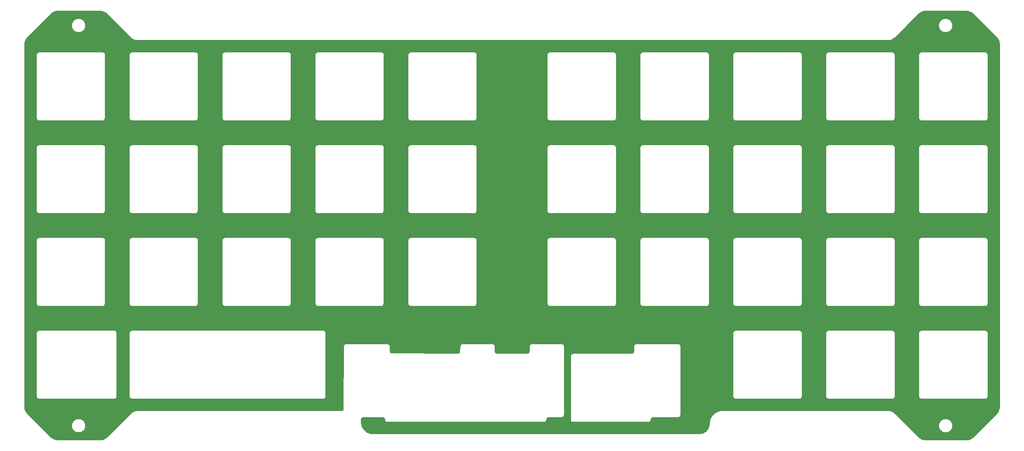
<source format=gtl>
%TF.GenerationSoftware,KiCad,Pcbnew,7.0.6*%
%TF.CreationDate,2023-10-08T00:22:18-04:00*%
%TF.ProjectId,ortho-fr4-plate,6f727468-6f2d-4667-9234-2d706c617465,rev?*%
%TF.SameCoordinates,Original*%
%TF.FileFunction,Copper,L1,Top*%
%TF.FilePolarity,Positive*%
%FSLAX46Y46*%
G04 Gerber Fmt 4.6, Leading zero omitted, Abs format (unit mm)*
G04 Created by KiCad (PCBNEW 7.0.6) date 2023-10-08 00:22:18*
%MOMM*%
%LPD*%
G01*
G04 APERTURE LIST*
G04 APERTURE END LIST*
%TA.AperFunction,NonConductor*%
G36*
X61489850Y-38289125D02*
G01*
X61507132Y-38289554D01*
X61513236Y-38290007D01*
X61610824Y-38302113D01*
X61793908Y-38324825D01*
X61811773Y-38328392D01*
X62076486Y-38401830D01*
X62093552Y-38407941D01*
X62344283Y-38519039D01*
X62360299Y-38527590D01*
X62510014Y-38622232D01*
X62592902Y-38674630D01*
X62607595Y-38685514D01*
X62823202Y-38871329D01*
X62826558Y-38874446D01*
X67646769Y-43694657D01*
X67648297Y-43696430D01*
X67653336Y-43701224D01*
X67659981Y-43707870D01*
X67661930Y-43709402D01*
X67723136Y-43767648D01*
X67725213Y-43769812D01*
X67727379Y-43771677D01*
X67734323Y-43778256D01*
X67734137Y-43778452D01*
X67737152Y-43780848D01*
X67763138Y-43806816D01*
X67796484Y-43825169D01*
X67885585Y-43894604D01*
X67957829Y-43950902D01*
X67958156Y-43951179D01*
X67959605Y-43951951D01*
X68107330Y-44035512D01*
X68211512Y-44094443D01*
X68213153Y-44095429D01*
X68214992Y-44096078D01*
X68415767Y-44173559D01*
X68485848Y-44200604D01*
X68486042Y-44200688D01*
X68486044Y-44200690D01*
X68486046Y-44200690D01*
X68486233Y-44200772D01*
X68487805Y-44201087D01*
X68770899Y-44264890D01*
X68772524Y-44265295D01*
X68774270Y-44265382D01*
X69063597Y-44286854D01*
X69065924Y-44287186D01*
X69069539Y-44287319D01*
X69071875Y-44287175D01*
X222947712Y-44287215D01*
X222951170Y-44287586D01*
X222959614Y-44287270D01*
X222962528Y-44287229D01*
X222970571Y-44287305D01*
X222973749Y-44286902D01*
X223057253Y-44284832D01*
X223061236Y-44284919D01*
X223064091Y-44284706D01*
X223073816Y-44284576D01*
X223073816Y-44284600D01*
X223076781Y-44284258D01*
X223113424Y-44284257D01*
X223150176Y-44273604D01*
X223351500Y-44248629D01*
X223353195Y-44248458D01*
X223354844Y-44247956D01*
X223633679Y-44170600D01*
X223635534Y-44170142D01*
X223637176Y-44169366D01*
X223901422Y-44052280D01*
X223903097Y-44051589D01*
X223904594Y-44050588D01*
X224149618Y-43895695D01*
X224151264Y-43894718D01*
X224152699Y-43893412D01*
X224372403Y-43704066D01*
X224374624Y-43702396D01*
X224376739Y-43700439D01*
X224378596Y-43698319D01*
X225373385Y-42703530D01*
X226791226Y-41286694D01*
X233390063Y-41286694D01*
X233397769Y-41374776D01*
X233398054Y-41378027D01*
X233398290Y-41383433D01*
X233398290Y-41390803D01*
X233396630Y-41396453D01*
X233397768Y-41409451D01*
X233400681Y-41418145D01*
X233401961Y-41425403D01*
X233402667Y-41430766D01*
X233410658Y-41522097D01*
X233410660Y-41522107D01*
X233434382Y-41610641D01*
X233435554Y-41615924D01*
X233436836Y-41623200D01*
X233436183Y-41629051D01*
X233439557Y-41641643D01*
X233443942Y-41649711D01*
X233446460Y-41656632D01*
X233448086Y-41661790D01*
X233471819Y-41750357D01*
X233510567Y-41833453D01*
X233512638Y-41838452D01*
X233515154Y-41845364D01*
X233515527Y-41851245D01*
X233521046Y-41863081D01*
X233526773Y-41870275D01*
X233530448Y-41876643D01*
X233532938Y-41881429D01*
X233558658Y-41936583D01*
X233571687Y-41964524D01*
X233624264Y-42039611D01*
X233624284Y-42039640D01*
X233627195Y-42044210D01*
X233630868Y-42050573D01*
X233632255Y-42056295D01*
X233639736Y-42066979D01*
X233646609Y-42073053D01*
X233651336Y-42078686D01*
X233654625Y-42082973D01*
X233687007Y-42129218D01*
X233707227Y-42158095D01*
X233707228Y-42158096D01*
X233707229Y-42158097D01*
X233772063Y-42222931D01*
X233775719Y-42226921D01*
X233780442Y-42232548D01*
X233782805Y-42237948D01*
X233792034Y-42247177D01*
X233799862Y-42251969D01*
X233805495Y-42256696D01*
X233809470Y-42260338D01*
X233874321Y-42325189D01*
X233949441Y-42377789D01*
X233953721Y-42381072D01*
X233959357Y-42385802D01*
X233962621Y-42390707D01*
X233973309Y-42398192D01*
X233981849Y-42401551D01*
X233988218Y-42405228D01*
X233992757Y-42408119D01*
X234067892Y-42460729D01*
X234150996Y-42499481D01*
X234155784Y-42501973D01*
X234159039Y-42503852D01*
X234162154Y-42505650D01*
X234166224Y-42509917D01*
X234178058Y-42515436D01*
X234187053Y-42517262D01*
X234193962Y-42519777D01*
X234198960Y-42521847D01*
X234282059Y-42560597D01*
X234282061Y-42560598D01*
X234322187Y-42571349D01*
X234370631Y-42584329D01*
X234375778Y-42585952D01*
X234382715Y-42588477D01*
X234387456Y-42591968D01*
X234400046Y-42595341D01*
X234409214Y-42595576D01*
X234412810Y-42596211D01*
X234416480Y-42596858D01*
X234421750Y-42598026D01*
X234510314Y-42621757D01*
X234601690Y-42629751D01*
X234606982Y-42630448D01*
X234614289Y-42631737D01*
X234619559Y-42634349D01*
X234632541Y-42635485D01*
X234641613Y-42634126D01*
X234648982Y-42634126D01*
X234654385Y-42634361D01*
X234708735Y-42639117D01*
X234745721Y-42642353D01*
X234745722Y-42642353D01*
X234745723Y-42642353D01*
X234782708Y-42639117D01*
X234837058Y-42634361D01*
X234842462Y-42634126D01*
X234849829Y-42634126D01*
X234855479Y-42635785D01*
X234868465Y-42634648D01*
X234877154Y-42631737D01*
X234884474Y-42630446D01*
X234889756Y-42629751D01*
X234981130Y-42621757D01*
X235069712Y-42598021D01*
X235074947Y-42596860D01*
X235082228Y-42595577D01*
X235088081Y-42596230D01*
X235100670Y-42592856D01*
X235108729Y-42588477D01*
X235115686Y-42585945D01*
X235120799Y-42584333D01*
X235193532Y-42564844D01*
X235209382Y-42560598D01*
X235209383Y-42560597D01*
X235209385Y-42560597D01*
X235292516Y-42521831D01*
X235297479Y-42519777D01*
X235304400Y-42517257D01*
X235310276Y-42516884D01*
X235322533Y-42511169D01*
X235330145Y-42505159D01*
X235329862Y-42505319D01*
X235335653Y-42501976D01*
X235340427Y-42499490D01*
X235423552Y-42460729D01*
X235498676Y-42408126D01*
X235503205Y-42405240D01*
X235509576Y-42401561D01*
X235515305Y-42400170D01*
X235526006Y-42392677D01*
X235532078Y-42385809D01*
X235537744Y-42381054D01*
X235541977Y-42377806D01*
X235617123Y-42325189D01*
X235681984Y-42260327D01*
X235685924Y-42256716D01*
X235691573Y-42251976D01*
X235696974Y-42249612D01*
X235706205Y-42240381D01*
X235710998Y-42232552D01*
X235715740Y-42226902D01*
X235719353Y-42222958D01*
X235784217Y-42158095D01*
X235836834Y-42082949D01*
X235840082Y-42078716D01*
X235844835Y-42073051D01*
X235849736Y-42069791D01*
X235857225Y-42059096D01*
X235860586Y-42050553D01*
X235864274Y-42044168D01*
X235867160Y-42039640D01*
X235919757Y-41964524D01*
X235958515Y-41881408D01*
X235960998Y-41876637D01*
X235961714Y-41875395D01*
X235964675Y-41870266D01*
X235968941Y-41866197D01*
X235974460Y-41854362D01*
X235976286Y-41845371D01*
X235976293Y-41845352D01*
X235978812Y-41838433D01*
X235980859Y-41833488D01*
X236019625Y-41750357D01*
X236043361Y-41661771D01*
X236044973Y-41656658D01*
X236047503Y-41649706D01*
X236050994Y-41644964D01*
X236054368Y-41632374D01*
X236054605Y-41623200D01*
X236055892Y-41615905D01*
X236057049Y-41610684D01*
X236080785Y-41522102D01*
X236088779Y-41430728D01*
X236089474Y-41425443D01*
X236093154Y-41404579D01*
X236093154Y-41404566D01*
X236093402Y-41403162D01*
X236093409Y-41403113D01*
X236094628Y-41396199D01*
X236093511Y-41388154D01*
X236093802Y-41374795D01*
X236094019Y-41370834D01*
X236101381Y-41286694D01*
X236094019Y-41202557D01*
X236093802Y-41198588D01*
X236093511Y-41185233D01*
X236095046Y-41179553D01*
X236093501Y-41170789D01*
X236093493Y-41170733D01*
X236093154Y-41168809D01*
X236089474Y-41147944D01*
X236088779Y-41142656D01*
X236080785Y-41051286D01*
X236057054Y-40962718D01*
X236055886Y-40957452D01*
X236054605Y-40950187D01*
X236055257Y-40944334D01*
X236051886Y-40931749D01*
X236047505Y-40923687D01*
X236044983Y-40916758D01*
X236043355Y-40911595D01*
X236020190Y-40825138D01*
X236019628Y-40823040D01*
X236019626Y-40823036D01*
X236019625Y-40823031D01*
X235980873Y-40739928D01*
X235978805Y-40734934D01*
X235976290Y-40728025D01*
X235975915Y-40722143D01*
X235970402Y-40710319D01*
X235964682Y-40703133D01*
X235961004Y-40696761D01*
X235958511Y-40691972D01*
X235919757Y-40608865D01*
X235867155Y-40533742D01*
X235864252Y-40529183D01*
X235860580Y-40522823D01*
X235860578Y-40522820D01*
X235859189Y-40517095D01*
X235851711Y-40506414D01*
X235844832Y-40500332D01*
X235840091Y-40494682D01*
X235836811Y-40490406D01*
X235784217Y-40415293D01*
X235719366Y-40350442D01*
X235715728Y-40346471D01*
X235710997Y-40340834D01*
X235708635Y-40335436D01*
X235699412Y-40326213D01*
X235691577Y-40321415D01*
X235689854Y-40319969D01*
X235685949Y-40316691D01*
X235681959Y-40313035D01*
X235617125Y-40248201D01*
X235617125Y-40248200D01*
X235617123Y-40248199D01*
X235588246Y-40227979D01*
X235542001Y-40195597D01*
X235537714Y-40192308D01*
X235532081Y-40187581D01*
X235528819Y-40182677D01*
X235518140Y-40175200D01*
X235509601Y-40171840D01*
X235506097Y-40169817D01*
X235503232Y-40168163D01*
X235498668Y-40165256D01*
X235423552Y-40112659D01*
X235395611Y-40099630D01*
X235340457Y-40073910D01*
X235335671Y-40071420D01*
X235329303Y-40067745D01*
X235325227Y-40063472D01*
X235313391Y-40057953D01*
X235304392Y-40056126D01*
X235297480Y-40053610D01*
X235292481Y-40051539D01*
X235209385Y-40012791D01*
X235120818Y-39989058D01*
X235115660Y-39987432D01*
X235108739Y-39984914D01*
X235103991Y-39981418D01*
X235091402Y-39978045D01*
X235082228Y-39977808D01*
X235074952Y-39976526D01*
X235069669Y-39975354D01*
X234981135Y-39951632D01*
X234981125Y-39951630D01*
X234889794Y-39943639D01*
X234884431Y-39942933D01*
X234877173Y-39941653D01*
X234871899Y-39939039D01*
X234858903Y-39937902D01*
X234849832Y-39939262D01*
X234842462Y-39939262D01*
X234837058Y-39939026D01*
X234782708Y-39934270D01*
X234745723Y-39931035D01*
X234745721Y-39931035D01*
X234708735Y-39934270D01*
X234654385Y-39939026D01*
X234648982Y-39939262D01*
X234641611Y-39939262D01*
X234635960Y-39937602D01*
X234622974Y-39938739D01*
X234614279Y-39941652D01*
X234607021Y-39942932D01*
X234601653Y-39943639D01*
X234510311Y-39951631D01*
X234421771Y-39975355D01*
X234416489Y-39976526D01*
X234409213Y-39977808D01*
X234403364Y-39977155D01*
X234390776Y-39980528D01*
X234382708Y-39984912D01*
X234375793Y-39987429D01*
X234370633Y-39989056D01*
X234282058Y-40012791D01*
X234198956Y-40051541D01*
X234193960Y-40053610D01*
X234187051Y-40056125D01*
X234181170Y-40056498D01*
X234169355Y-40062008D01*
X234162176Y-40067724D01*
X234155810Y-40071400D01*
X234151006Y-40073901D01*
X234067896Y-40112656D01*
X233992780Y-40165252D01*
X233988216Y-40168160D01*
X233981851Y-40171834D01*
X233976127Y-40173222D01*
X233965431Y-40180711D01*
X233959345Y-40187596D01*
X233953719Y-40192314D01*
X233949434Y-40195603D01*
X233874320Y-40248198D01*
X233809472Y-40313046D01*
X233805471Y-40316712D01*
X233799840Y-40321434D01*
X233794452Y-40323790D01*
X233785244Y-40332998D01*
X233780462Y-40340812D01*
X233775740Y-40346443D01*
X233772074Y-40350444D01*
X233707226Y-40415293D01*
X233654630Y-40490406D01*
X233651343Y-40494690D01*
X233646626Y-40500314D01*
X233641714Y-40503582D01*
X233634222Y-40514283D01*
X233630862Y-40522823D01*
X233627188Y-40529188D01*
X233624280Y-40533752D01*
X233571684Y-40608868D01*
X233532929Y-40691978D01*
X233530428Y-40696782D01*
X233526752Y-40703148D01*
X233522488Y-40707211D01*
X233516979Y-40719026D01*
X233515153Y-40728023D01*
X233512638Y-40734932D01*
X233510569Y-40739928D01*
X233471819Y-40823030D01*
X233448087Y-40911595D01*
X233446467Y-40916734D01*
X233444267Y-40922785D01*
X233443888Y-40923824D01*
X233440420Y-40928521D01*
X233437072Y-40941019D01*
X233436836Y-40950185D01*
X233435554Y-40957461D01*
X233434383Y-40962743D01*
X233410659Y-41051283D01*
X233410659Y-41051284D01*
X233402667Y-41142619D01*
X233401962Y-41147977D01*
X233400685Y-41155229D01*
X233398067Y-41160511D01*
X233396930Y-41173513D01*
X233398290Y-41182583D01*
X233398290Y-41189953D01*
X233398054Y-41195358D01*
X233390063Y-41286694D01*
X226791226Y-41286694D01*
X229261132Y-38818540D01*
X229273721Y-38806561D01*
X229278346Y-38802574D01*
X229501432Y-38628728D01*
X229516593Y-38618614D01*
X229755700Y-38483364D01*
X229772089Y-38475618D01*
X230027939Y-38376883D01*
X230045317Y-38371603D01*
X230313759Y-38311101D01*
X230331831Y-38308409D01*
X230615685Y-38287344D01*
X230620274Y-38287175D01*
X232351298Y-38287175D01*
X239115190Y-38289125D01*
X239132489Y-38289554D01*
X239138564Y-38290005D01*
X239419248Y-38324825D01*
X239437113Y-38328392D01*
X239701826Y-38401830D01*
X239718892Y-38407941D01*
X239969623Y-38519039D01*
X239985639Y-38527590D01*
X240135354Y-38622232D01*
X240218242Y-38674630D01*
X240232935Y-38685514D01*
X240448542Y-38871329D01*
X240451898Y-38874446D01*
X241448018Y-39870566D01*
X241917912Y-40340793D01*
X245333000Y-43758305D01*
X245344985Y-43770899D01*
X245348968Y-43775521D01*
X245351252Y-43778452D01*
X245485797Y-43951106D01*
X245522807Y-43998598D01*
X245532928Y-44013767D01*
X245668177Y-44252869D01*
X245675929Y-44269270D01*
X245682895Y-44287319D01*
X245774659Y-44525104D01*
X245779940Y-44542484D01*
X245840443Y-44810924D01*
X245843137Y-44829010D01*
X245864203Y-45112857D01*
X245864373Y-45117448D01*
X245864293Y-60311505D01*
X245862017Y-119738963D01*
X245861593Y-119756046D01*
X245861140Y-119762144D01*
X245826321Y-120042804D01*
X245822751Y-120060687D01*
X245749315Y-120325380D01*
X245743197Y-120342465D01*
X245632100Y-120593187D01*
X245623544Y-120609211D01*
X245476506Y-120841806D01*
X245465622Y-120856499D01*
X245279814Y-121072093D01*
X245276688Y-121075459D01*
X244280416Y-122071711D01*
X240392796Y-125956491D01*
X240380192Y-125968486D01*
X240375556Y-125972481D01*
X240152478Y-126146315D01*
X240137310Y-126156435D01*
X239898221Y-126291674D01*
X239881813Y-126299429D01*
X239625964Y-126398160D01*
X239608583Y-126403441D01*
X239340154Y-126463935D01*
X239322068Y-126466629D01*
X239038222Y-126487690D01*
X239033632Y-126487860D01*
X237300537Y-126487843D01*
X230538732Y-126485821D01*
X230521425Y-126485391D01*
X230515326Y-126484938D01*
X230234667Y-126450118D01*
X230216784Y-126446548D01*
X229952091Y-126373113D01*
X229935006Y-126366995D01*
X229684284Y-126255898D01*
X229668260Y-126247342D01*
X229435665Y-126100304D01*
X229420972Y-126089420D01*
X229285287Y-125972481D01*
X229205369Y-125903603D01*
X229202013Y-125900487D01*
X226789877Y-123488300D01*
X233390063Y-123488300D01*
X233397858Y-123577399D01*
X233398054Y-123579633D01*
X233398290Y-123585039D01*
X233398290Y-123592409D01*
X233396630Y-123598059D01*
X233397768Y-123611057D01*
X233400681Y-123619751D01*
X233401961Y-123627009D01*
X233402667Y-123632372D01*
X233410658Y-123723703D01*
X233410660Y-123723713D01*
X233434382Y-123812247D01*
X233435554Y-123817530D01*
X233436836Y-123824806D01*
X233436183Y-123830657D01*
X233439557Y-123843249D01*
X233443942Y-123851317D01*
X233446460Y-123858238D01*
X233448086Y-123863396D01*
X233471819Y-123951963D01*
X233510567Y-124035059D01*
X233512638Y-124040058D01*
X233515154Y-124046970D01*
X233515527Y-124052851D01*
X233521046Y-124064687D01*
X233526773Y-124071881D01*
X233530448Y-124078249D01*
X233532938Y-124083035D01*
X233558658Y-124138189D01*
X233571687Y-124166130D01*
X233624277Y-124241236D01*
X233624284Y-124241246D01*
X233627195Y-124245816D01*
X233630868Y-124252179D01*
X233632255Y-124257901D01*
X233639736Y-124268585D01*
X233646609Y-124274659D01*
X233651336Y-124280292D01*
X233654625Y-124284579D01*
X233687007Y-124330824D01*
X233707227Y-124359701D01*
X233707229Y-124359702D01*
X233707229Y-124359703D01*
X233772063Y-124424537D01*
X233775719Y-124428527D01*
X233780442Y-124434154D01*
X233782805Y-124439554D01*
X233792034Y-124448783D01*
X233799862Y-124453575D01*
X233805495Y-124458302D01*
X233809470Y-124461944D01*
X233848308Y-124500782D01*
X233874322Y-124526796D01*
X233874719Y-124527074D01*
X233949441Y-124579395D01*
X233953721Y-124582678D01*
X233959357Y-124587408D01*
X233962621Y-124592313D01*
X233973309Y-124599798D01*
X233981848Y-124603156D01*
X233982323Y-124603431D01*
X233988218Y-124606834D01*
X233992761Y-124609728D01*
X234067892Y-124662335D01*
X234150996Y-124701087D01*
X234155784Y-124703579D01*
X234159039Y-124705458D01*
X234162154Y-124707256D01*
X234166224Y-124711523D01*
X234178058Y-124717042D01*
X234187053Y-124718868D01*
X234193962Y-124721383D01*
X234198956Y-124723451D01*
X234242626Y-124743815D01*
X234282059Y-124762203D01*
X234282061Y-124762204D01*
X234322187Y-124772955D01*
X234370631Y-124785935D01*
X234375778Y-124787558D01*
X234382715Y-124790083D01*
X234387456Y-124793574D01*
X234400046Y-124796947D01*
X234409214Y-124797182D01*
X234409430Y-124797221D01*
X234416480Y-124798464D01*
X234421750Y-124799632D01*
X234510314Y-124823363D01*
X234601690Y-124831357D01*
X234606982Y-124832054D01*
X234614289Y-124833343D01*
X234619559Y-124835955D01*
X234632541Y-124837091D01*
X234641613Y-124835732D01*
X234648982Y-124835732D01*
X234654385Y-124835967D01*
X234678458Y-124838074D01*
X234745721Y-124843959D01*
X234745722Y-124843959D01*
X234745723Y-124843959D01*
X234812986Y-124838074D01*
X234837058Y-124835967D01*
X234842462Y-124835732D01*
X234849829Y-124835732D01*
X234855479Y-124837391D01*
X234868465Y-124836254D01*
X234877154Y-124833343D01*
X234884474Y-124832052D01*
X234889756Y-124831357D01*
X234981130Y-124823363D01*
X235069712Y-124799627D01*
X235074947Y-124798466D01*
X235082228Y-124797183D01*
X235088081Y-124797836D01*
X235100670Y-124794462D01*
X235108729Y-124790083D01*
X235115686Y-124787551D01*
X235120799Y-124785939D01*
X235208359Y-124762478D01*
X235209382Y-124762204D01*
X235209383Y-124762203D01*
X235209385Y-124762203D01*
X235292516Y-124723437D01*
X235297479Y-124721383D01*
X235304400Y-124718863D01*
X235310276Y-124718490D01*
X235322106Y-124712974D01*
X235329290Y-124707256D01*
X235334423Y-124704292D01*
X235335665Y-124703576D01*
X235340438Y-124701091D01*
X235423552Y-124662335D01*
X235498676Y-124609732D01*
X235503205Y-124606846D01*
X235509576Y-124603167D01*
X235515305Y-124601776D01*
X235526006Y-124594283D01*
X235532078Y-124587415D01*
X235537744Y-124582660D01*
X235541977Y-124579412D01*
X235617123Y-124526795D01*
X235681984Y-124461933D01*
X235685924Y-124458322D01*
X235691573Y-124453582D01*
X235696974Y-124451218D01*
X235706205Y-124441987D01*
X235710998Y-124434158D01*
X235715739Y-124428509D01*
X235719353Y-124424564D01*
X235784217Y-124359701D01*
X235836834Y-124284555D01*
X235840082Y-124280322D01*
X235844835Y-124274657D01*
X235849736Y-124271397D01*
X235857225Y-124260702D01*
X235860586Y-124252159D01*
X235864268Y-124245783D01*
X235867160Y-124241246D01*
X235919757Y-124166130D01*
X235958513Y-124083016D01*
X235960998Y-124078243D01*
X235961714Y-124077001D01*
X235964675Y-124071872D01*
X235968941Y-124067803D01*
X235974460Y-124055968D01*
X235976286Y-124046977D01*
X235976289Y-124046970D01*
X235978807Y-124040051D01*
X235980859Y-124035094D01*
X236019625Y-123951963D01*
X236043360Y-123863378D01*
X236044979Y-123858247D01*
X236047503Y-123851312D01*
X236050994Y-123846570D01*
X236054368Y-123833980D01*
X236054605Y-123824806D01*
X236055888Y-123817525D01*
X236057049Y-123812290D01*
X236080785Y-123723708D01*
X236088779Y-123632334D01*
X236089474Y-123627049D01*
X236093154Y-123606185D01*
X236093154Y-123606172D01*
X236093402Y-123604768D01*
X236093409Y-123604719D01*
X236094628Y-123597805D01*
X236093511Y-123589760D01*
X236093802Y-123576401D01*
X236094019Y-123572440D01*
X236101381Y-123488300D01*
X236094019Y-123404163D01*
X236093802Y-123400194D01*
X236093511Y-123386839D01*
X236095046Y-123381159D01*
X236093501Y-123372395D01*
X236093493Y-123372339D01*
X236093154Y-123370415D01*
X236089474Y-123349550D01*
X236088779Y-123344262D01*
X236080785Y-123252892D01*
X236057054Y-123164328D01*
X236055886Y-123159058D01*
X236054605Y-123151793D01*
X236055257Y-123145940D01*
X236051886Y-123133355D01*
X236047505Y-123125293D01*
X236044980Y-123118356D01*
X236043357Y-123113209D01*
X236031783Y-123070012D01*
X236019628Y-123024646D01*
X236019626Y-123024642D01*
X236019625Y-123024637D01*
X235980873Y-122941534D01*
X235978805Y-122936540D01*
X235976290Y-122929631D01*
X235975915Y-122923749D01*
X235970402Y-122911925D01*
X235964682Y-122904739D01*
X235961004Y-122898367D01*
X235958511Y-122893578D01*
X235919757Y-122810471D01*
X235867155Y-122735348D01*
X235864252Y-122730789D01*
X235860738Y-122724703D01*
X235860578Y-122724426D01*
X235859189Y-122718701D01*
X235851706Y-122708014D01*
X235844822Y-122701925D01*
X235840090Y-122696287D01*
X235836811Y-122692012D01*
X235784217Y-122616899D01*
X235719366Y-122552048D01*
X235715728Y-122548077D01*
X235710997Y-122542440D01*
X235708635Y-122537042D01*
X235699412Y-122527819D01*
X235691577Y-122523021D01*
X235689854Y-122521575D01*
X235685949Y-122518297D01*
X235681959Y-122514641D01*
X235617123Y-122449805D01*
X235617122Y-122449804D01*
X235541987Y-122397194D01*
X235537713Y-122393913D01*
X235533674Y-122390524D01*
X235532241Y-122389321D01*
X235532149Y-122389244D01*
X235532047Y-122389158D01*
X235528795Y-122384266D01*
X235518140Y-122376806D01*
X235509601Y-122373446D01*
X235503701Y-122370040D01*
X235503232Y-122369769D01*
X235498668Y-122366862D01*
X235423552Y-122314265D01*
X235395611Y-122301236D01*
X235340457Y-122275516D01*
X235335671Y-122273026D01*
X235329303Y-122269351D01*
X235325227Y-122265078D01*
X235313391Y-122259559D01*
X235304392Y-122257732D01*
X235297480Y-122255216D01*
X235292481Y-122253145D01*
X235209385Y-122214397D01*
X235120818Y-122190664D01*
X235115660Y-122189038D01*
X235108739Y-122186520D01*
X235103991Y-122183024D01*
X235091402Y-122179651D01*
X235082228Y-122179414D01*
X235074952Y-122178132D01*
X235069669Y-122176960D01*
X234981135Y-122153238D01*
X234981125Y-122153236D01*
X234889794Y-122145245D01*
X234884431Y-122144539D01*
X234877173Y-122143259D01*
X234871899Y-122140645D01*
X234858903Y-122139508D01*
X234849832Y-122140868D01*
X234842462Y-122140868D01*
X234837058Y-122140632D01*
X234782708Y-122135876D01*
X234745723Y-122132641D01*
X234745721Y-122132641D01*
X234708735Y-122135876D01*
X234654385Y-122140632D01*
X234648982Y-122140868D01*
X234641611Y-122140868D01*
X234635960Y-122139208D01*
X234622974Y-122140345D01*
X234614279Y-122143258D01*
X234607021Y-122144538D01*
X234601653Y-122145245D01*
X234510311Y-122153237D01*
X234421771Y-122176961D01*
X234416489Y-122178132D01*
X234409213Y-122179414D01*
X234403364Y-122178761D01*
X234390776Y-122182134D01*
X234382708Y-122186518D01*
X234375793Y-122189035D01*
X234370633Y-122190662D01*
X234282058Y-122214397D01*
X234198956Y-122253147D01*
X234193960Y-122255216D01*
X234187051Y-122257731D01*
X234181170Y-122258104D01*
X234169355Y-122263614D01*
X234162176Y-122269330D01*
X234155810Y-122273006D01*
X234151006Y-122275507D01*
X234067896Y-122314262D01*
X233992780Y-122366858D01*
X233988216Y-122369766D01*
X233981851Y-122373440D01*
X233976127Y-122374828D01*
X233965431Y-122382317D01*
X233959345Y-122389202D01*
X233953719Y-122393920D01*
X233949434Y-122397209D01*
X233874320Y-122449804D01*
X233809472Y-122514652D01*
X233805471Y-122518318D01*
X233799840Y-122523040D01*
X233794452Y-122525396D01*
X233785244Y-122534604D01*
X233780462Y-122542418D01*
X233775740Y-122548049D01*
X233772074Y-122552050D01*
X233707226Y-122616899D01*
X233654630Y-122692012D01*
X233651343Y-122696296D01*
X233646626Y-122701920D01*
X233641714Y-122705188D01*
X233634222Y-122715889D01*
X233630862Y-122724429D01*
X233627188Y-122730794D01*
X233624280Y-122735358D01*
X233571684Y-122810474D01*
X233532929Y-122893584D01*
X233530428Y-122898388D01*
X233526752Y-122904754D01*
X233522488Y-122908817D01*
X233516979Y-122920632D01*
X233515153Y-122929629D01*
X233512638Y-122936538D01*
X233510569Y-122941534D01*
X233471819Y-123024636D01*
X233448090Y-123113189D01*
X233446478Y-123118306D01*
X233445210Y-123121798D01*
X233443932Y-123125309D01*
X233440441Y-123130047D01*
X233437072Y-123142625D01*
X233436836Y-123151791D01*
X233435554Y-123159067D01*
X233434383Y-123164349D01*
X233410659Y-123252889D01*
X233410659Y-123252890D01*
X233402667Y-123344225D01*
X233401962Y-123349583D01*
X233400685Y-123356835D01*
X233398067Y-123362117D01*
X233396930Y-123375119D01*
X233398290Y-123384189D01*
X233398290Y-123391559D01*
X233398054Y-123396964D01*
X233390063Y-123488300D01*
X226789877Y-123488300D01*
X224383581Y-121081953D01*
X224382015Y-121079999D01*
X224373869Y-121072241D01*
X224368471Y-121066843D01*
X224366617Y-121065340D01*
X224304246Y-121005984D01*
X224301904Y-121003528D01*
X224299576Y-121001520D01*
X224293113Y-120995315D01*
X224293202Y-120995222D01*
X224290436Y-120992998D01*
X224264059Y-120966639D01*
X224230703Y-120948277D01*
X224070466Y-120823406D01*
X224069276Y-120822434D01*
X224068917Y-120822251D01*
X223815545Y-120678928D01*
X223814064Y-120678043D01*
X223812404Y-120677449D01*
X223542777Y-120573396D01*
X223541255Y-120572763D01*
X223540827Y-120572685D01*
X223256336Y-120508567D01*
X223254819Y-120508187D01*
X223254395Y-120508173D01*
X222983453Y-120488066D01*
X222963357Y-120486574D01*
X222961350Y-120486296D01*
X222960832Y-120486290D01*
X222957943Y-120486182D01*
X222956123Y-120486271D01*
X188919598Y-120486222D01*
X188915836Y-120485940D01*
X188911765Y-120486144D01*
X188908665Y-120486222D01*
X188908079Y-120486222D01*
X188906320Y-120486417D01*
X188898813Y-120486797D01*
X188657663Y-120498972D01*
X188651757Y-120498989D01*
X188651244Y-120498966D01*
X188642128Y-120499632D01*
X188595774Y-120499649D01*
X188592139Y-120502965D01*
X188556491Y-120514095D01*
X188408372Y-120536700D01*
X188406228Y-120536959D01*
X188404153Y-120537622D01*
X188050693Y-120637881D01*
X188050309Y-120637972D01*
X188048862Y-120638669D01*
X187719836Y-120787332D01*
X187718303Y-120787982D01*
X187716901Y-120788928D01*
X187415581Y-120982045D01*
X187414226Y-120982867D01*
X187413908Y-120983165D01*
X187143558Y-121217327D01*
X187142098Y-121218522D01*
X187140952Y-121219913D01*
X186907677Y-121489235D01*
X186906409Y-121490624D01*
X186905409Y-121492286D01*
X186712479Y-121793318D01*
X186711487Y-121794783D01*
X186710834Y-121796322D01*
X186562190Y-122125302D01*
X186561465Y-122126804D01*
X186561372Y-122127196D01*
X186461027Y-122480956D01*
X186460443Y-122482818D01*
X186460199Y-122484822D01*
X186423025Y-122728400D01*
X186422482Y-122731182D01*
X186422471Y-122731298D01*
X186422463Y-122734167D01*
X186409908Y-122982823D01*
X186409712Y-122984582D01*
X186409712Y-122985174D01*
X186409633Y-122988302D01*
X186398231Y-123214026D01*
X186397347Y-123221785D01*
X186340144Y-123542709D01*
X186335537Y-123560663D01*
X186234932Y-123858247D01*
X186227840Y-123875041D01*
X186086435Y-124151252D01*
X186077119Y-124166596D01*
X185898509Y-124417817D01*
X185887196Y-124431531D01*
X185675010Y-124654089D01*
X185661872Y-124666027D01*
X185419797Y-124856230D01*
X185404979Y-124866234D01*
X185136693Y-125020436D01*
X185120357Y-125028297D01*
X184829501Y-125142896D01*
X184811892Y-125148361D01*
X184501986Y-125219782D01*
X184483495Y-125222596D01*
X184150803Y-125247768D01*
X184146123Y-125247945D01*
X117361183Y-125247945D01*
X117358058Y-125248247D01*
X117346387Y-125248221D01*
X117342916Y-125248116D01*
X117091752Y-125233480D01*
X117085526Y-125232800D01*
X116844032Y-125194026D01*
X116836472Y-125192322D01*
X116493331Y-125092109D01*
X116476161Y-125085682D01*
X116161159Y-124940403D01*
X116145374Y-124931679D01*
X115857192Y-124743815D01*
X115843001Y-124733035D01*
X115585699Y-124506658D01*
X115573251Y-124494016D01*
X115361589Y-124245783D01*
X115350878Y-124233221D01*
X115340321Y-124218865D01*
X115307390Y-124166596D01*
X115156955Y-123927817D01*
X115148476Y-123911899D01*
X115128716Y-123867246D01*
X115008091Y-123594665D01*
X115001933Y-123577399D01*
X115000631Y-123572669D01*
X114907050Y-123232739D01*
X114905470Y-123225185D01*
X114870444Y-122983105D01*
X114869861Y-122976870D01*
X114868149Y-122936812D01*
X114859047Y-122723773D01*
X114858974Y-122240851D01*
X114863540Y-122207498D01*
X114922125Y-121997659D01*
X114956008Y-121941245D01*
X115096831Y-121807043D01*
X115151937Y-121776604D01*
X115234783Y-121755627D01*
X115343557Y-121728086D01*
X115373993Y-121724293D01*
X119284839Y-121724293D01*
X119318182Y-121728859D01*
X119528023Y-121787445D01*
X119584441Y-121821330D01*
X119698713Y-121941241D01*
X119718641Y-121962152D01*
X119749081Y-122017260D01*
X119798991Y-122214371D01*
X119799401Y-122216760D01*
X119869766Y-122468792D01*
X119871167Y-122477815D01*
X119871473Y-122478668D01*
X119873177Y-122482031D01*
X119873809Y-122483362D01*
X119874688Y-122484543D01*
X119876796Y-122487540D01*
X119878398Y-122489308D01*
X119885751Y-122494693D01*
X120050780Y-122651962D01*
X120055860Y-122658327D01*
X120060363Y-122661688D01*
X120062650Y-122663609D01*
X120063216Y-122663998D01*
X120064535Y-122664553D01*
X120067154Y-122665382D01*
X120072622Y-122667510D01*
X120081055Y-122668391D01*
X120292892Y-122722031D01*
X120296522Y-122723240D01*
X120300517Y-122724039D01*
X120301838Y-122724336D01*
X120303239Y-122724372D01*
X120307089Y-122724565D01*
X120310872Y-122724293D01*
X152348217Y-122724293D01*
X152350641Y-122724435D01*
X152351847Y-122724389D01*
X152353859Y-122723905D01*
X152353977Y-122723880D01*
X152356058Y-122723145D01*
X152556014Y-122667319D01*
X152596363Y-122656054D01*
X152606023Y-122654596D01*
X152609359Y-122652893D01*
X152611498Y-122651902D01*
X152613409Y-122650459D01*
X152616255Y-122648484D01*
X152617038Y-122647770D01*
X152622785Y-122639921D01*
X152779503Y-122475471D01*
X152786134Y-122470248D01*
X152789545Y-122465645D01*
X152791839Y-122462930D01*
X152791879Y-122462873D01*
X152792299Y-122462111D01*
X152792548Y-122461519D01*
X152793544Y-122458361D01*
X152795462Y-122453460D01*
X152796371Y-122445059D01*
X152852366Y-122223923D01*
X152853773Y-122218885D01*
X157901113Y-122218885D01*
X157901301Y-122222288D01*
X157901346Y-122223943D01*
X157901730Y-122225657D01*
X157901779Y-122225917D01*
X157902402Y-122227842D01*
X157945358Y-122397483D01*
X157957595Y-122445810D01*
X157958531Y-122453991D01*
X157960327Y-122458594D01*
X157960954Y-122460561D01*
X157961849Y-122462490D01*
X157961879Y-122462563D01*
X157962598Y-122463618D01*
X157962626Y-122463662D01*
X157963922Y-122465210D01*
X157967427Y-122469905D01*
X157973816Y-122474994D01*
X158131865Y-122640841D01*
X158137406Y-122648248D01*
X158138015Y-122648800D01*
X158141132Y-122650982D01*
X158142332Y-122651870D01*
X158143634Y-122652480D01*
X158148074Y-122654699D01*
X158148093Y-122654705D01*
X158157689Y-122656130D01*
X158397936Y-122723206D01*
X158400096Y-122723960D01*
X158401887Y-122724387D01*
X158403135Y-122724435D01*
X158405560Y-122724293D01*
X173773907Y-122724293D01*
X173777689Y-122724565D01*
X173781540Y-122724372D01*
X173782946Y-122724336D01*
X173784313Y-122724030D01*
X173788083Y-122723280D01*
X173791729Y-122722071D01*
X174004286Y-122668248D01*
X174012799Y-122667319D01*
X174012928Y-122667268D01*
X174017048Y-122665974D01*
X174019344Y-122664892D01*
X174021621Y-122663924D01*
X174022719Y-122663163D01*
X174024711Y-122661485D01*
X174028898Y-122658388D01*
X174034083Y-122651879D01*
X174199504Y-122494235D01*
X174207385Y-122488400D01*
X174209806Y-122484946D01*
X174211006Y-122483351D01*
X174211842Y-122481553D01*
X174213688Y-122477911D01*
X174215140Y-122468324D01*
X174215888Y-122465645D01*
X174279347Y-122238353D01*
X174280658Y-122235178D01*
X174283040Y-122225308D01*
X174283769Y-122222566D01*
X174285618Y-122216196D01*
X174286114Y-122213109D01*
X174291728Y-122190938D01*
X174335705Y-122017258D01*
X174366142Y-121962156D01*
X174500347Y-121821329D01*
X174556761Y-121787446D01*
X174766604Y-121728860D01*
X174799949Y-121724293D01*
X179830927Y-121724293D01*
X179834709Y-121724565D01*
X179838560Y-121724372D01*
X179839966Y-121724336D01*
X179841333Y-121724030D01*
X179845103Y-121723280D01*
X179848749Y-121722071D01*
X180061306Y-121668248D01*
X180069819Y-121667319D01*
X180069948Y-121667268D01*
X180074068Y-121665974D01*
X180076364Y-121664892D01*
X180078641Y-121663924D01*
X180079739Y-121663163D01*
X180081731Y-121661485D01*
X180085918Y-121658388D01*
X180091103Y-121651879D01*
X180256524Y-121494235D01*
X180264405Y-121488400D01*
X180266826Y-121484946D01*
X180268026Y-121483351D01*
X180268862Y-121481553D01*
X180270708Y-121477910D01*
X180272159Y-121468328D01*
X180273904Y-121462077D01*
X180339266Y-121227967D01*
X180340025Y-121225818D01*
X180340520Y-121223804D01*
X180340564Y-121222697D01*
X180340414Y-121220122D01*
X180340414Y-117456666D01*
X191238711Y-117456666D01*
X191238899Y-117460069D01*
X191238944Y-117461724D01*
X191239328Y-117463438D01*
X191239377Y-117463698D01*
X191240000Y-117465623D01*
X191295193Y-117683591D01*
X191296129Y-117691772D01*
X191297925Y-117696375D01*
X191298552Y-117698342D01*
X191299447Y-117700271D01*
X191299477Y-117700344D01*
X191300196Y-117701399D01*
X191300224Y-117701443D01*
X191301520Y-117702991D01*
X191305025Y-117707686D01*
X191311414Y-117712775D01*
X191469463Y-117878622D01*
X191475004Y-117886029D01*
X191475613Y-117886581D01*
X191478730Y-117888763D01*
X191479930Y-117889651D01*
X191481232Y-117890261D01*
X191485672Y-117892480D01*
X191485691Y-117892486D01*
X191495287Y-117893911D01*
X191735534Y-117960987D01*
X191737694Y-117961741D01*
X191739485Y-117962168D01*
X191740733Y-117962216D01*
X191743158Y-117962074D01*
X204730505Y-117962074D01*
X204734287Y-117962346D01*
X204738138Y-117962153D01*
X204739544Y-117962117D01*
X204740911Y-117961811D01*
X204744681Y-117961061D01*
X204748327Y-117959852D01*
X204960884Y-117906029D01*
X204969397Y-117905100D01*
X204969526Y-117905049D01*
X204973646Y-117903755D01*
X204975942Y-117902673D01*
X204978219Y-117901705D01*
X204979317Y-117900944D01*
X204981309Y-117899266D01*
X204985496Y-117896169D01*
X204990681Y-117889660D01*
X205156102Y-117732016D01*
X205163983Y-117726181D01*
X205166404Y-117722727D01*
X205167604Y-117721132D01*
X205168440Y-117719334D01*
X205170286Y-117715691D01*
X205171737Y-117706109D01*
X205238844Y-117465748D01*
X205239603Y-117463599D01*
X205240098Y-117461585D01*
X205240143Y-117460474D01*
X205239992Y-117457903D01*
X205239992Y-117456666D01*
X210288711Y-117456666D01*
X210288899Y-117460069D01*
X210288944Y-117461724D01*
X210289328Y-117463438D01*
X210289377Y-117463698D01*
X210290000Y-117465623D01*
X210345193Y-117683591D01*
X210346129Y-117691772D01*
X210347925Y-117696375D01*
X210348552Y-117698342D01*
X210349447Y-117700271D01*
X210349477Y-117700344D01*
X210350196Y-117701399D01*
X210350224Y-117701443D01*
X210351520Y-117702991D01*
X210355025Y-117707686D01*
X210361414Y-117712775D01*
X210519463Y-117878622D01*
X210525004Y-117886029D01*
X210525613Y-117886581D01*
X210528730Y-117888763D01*
X210529930Y-117889651D01*
X210531232Y-117890261D01*
X210535672Y-117892480D01*
X210535691Y-117892486D01*
X210545287Y-117893911D01*
X210785534Y-117960987D01*
X210787694Y-117961741D01*
X210789485Y-117962168D01*
X210790733Y-117962216D01*
X210793158Y-117962074D01*
X223780505Y-117962074D01*
X223784287Y-117962346D01*
X223788138Y-117962153D01*
X223789544Y-117962117D01*
X223790911Y-117961811D01*
X223794681Y-117961061D01*
X223798327Y-117959852D01*
X224010884Y-117906029D01*
X224019397Y-117905100D01*
X224019526Y-117905049D01*
X224023646Y-117903755D01*
X224025942Y-117902673D01*
X224028219Y-117901705D01*
X224029317Y-117900944D01*
X224031309Y-117899266D01*
X224035496Y-117896169D01*
X224040681Y-117889660D01*
X224206102Y-117732016D01*
X224213983Y-117726181D01*
X224216404Y-117722727D01*
X224217604Y-117721132D01*
X224218440Y-117719334D01*
X224220286Y-117715691D01*
X224221737Y-117706109D01*
X224288844Y-117465748D01*
X224289603Y-117463599D01*
X224290098Y-117461585D01*
X224290143Y-117460474D01*
X224289992Y-117457903D01*
X224289992Y-117456663D01*
X229338318Y-117456663D01*
X229338506Y-117460069D01*
X229338551Y-117461724D01*
X229338935Y-117463438D01*
X229338984Y-117463698D01*
X229339607Y-117465623D01*
X229394800Y-117683591D01*
X229395736Y-117691772D01*
X229397532Y-117696375D01*
X229398159Y-117698342D01*
X229399054Y-117700271D01*
X229399084Y-117700344D01*
X229399803Y-117701399D01*
X229399831Y-117701443D01*
X229401127Y-117702991D01*
X229404632Y-117707686D01*
X229411021Y-117712775D01*
X229569070Y-117878622D01*
X229574611Y-117886029D01*
X229575220Y-117886581D01*
X229578337Y-117888763D01*
X229579537Y-117889651D01*
X229580839Y-117890261D01*
X229585279Y-117892480D01*
X229585298Y-117892486D01*
X229594894Y-117893911D01*
X229835141Y-117960987D01*
X229837301Y-117961741D01*
X229839092Y-117962168D01*
X229840340Y-117962216D01*
X229842765Y-117962074D01*
X242830112Y-117962074D01*
X242833894Y-117962346D01*
X242837745Y-117962153D01*
X242839151Y-117962117D01*
X242840518Y-117961811D01*
X242844288Y-117961061D01*
X242847934Y-117959852D01*
X243060491Y-117906029D01*
X243069004Y-117905100D01*
X243069133Y-117905049D01*
X243073253Y-117903755D01*
X243075549Y-117902673D01*
X243077826Y-117901705D01*
X243078924Y-117900944D01*
X243080916Y-117899266D01*
X243085103Y-117896169D01*
X243090288Y-117889660D01*
X243255709Y-117732016D01*
X243263590Y-117726181D01*
X243266011Y-117722727D01*
X243267211Y-117721132D01*
X243268047Y-117719334D01*
X243269893Y-117715691D01*
X243271344Y-117706109D01*
X243338451Y-117465748D01*
X243339208Y-117463603D01*
X243339684Y-117461668D01*
X243339752Y-117459807D01*
X243339598Y-117457454D01*
X243339598Y-117452724D01*
X243339598Y-104470547D01*
X243339871Y-104466775D01*
X243339678Y-104462929D01*
X243339642Y-104461528D01*
X243339345Y-104460207D01*
X243338546Y-104456212D01*
X243337337Y-104452582D01*
X243283697Y-104240745D01*
X243282816Y-104232312D01*
X243280688Y-104226844D01*
X243279859Y-104224225D01*
X243279304Y-104222906D01*
X243278915Y-104222340D01*
X243276994Y-104220053D01*
X243273633Y-104215550D01*
X243267268Y-104210470D01*
X243109999Y-104045441D01*
X243104614Y-104038088D01*
X243102846Y-104036486D01*
X243099849Y-104034378D01*
X243098668Y-104033499D01*
X243097337Y-104032867D01*
X243093974Y-104031163D01*
X243093121Y-104030857D01*
X243084098Y-104029456D01*
X242842899Y-103962115D01*
X242840661Y-103961341D01*
X242839141Y-103960980D01*
X242837856Y-103960931D01*
X242835432Y-103961074D01*
X229848086Y-103961074D01*
X229844303Y-103960801D01*
X229840453Y-103960995D01*
X229838950Y-103961033D01*
X229837343Y-103961385D01*
X229837140Y-103961423D01*
X229835207Y-103962042D01*
X229617623Y-104017137D01*
X229609531Y-104018026D01*
X229603815Y-104020217D01*
X229601765Y-104020875D01*
X229600486Y-104021432D01*
X229599651Y-104021995D01*
X229597951Y-104023416D01*
X229592962Y-104027175D01*
X229587988Y-104033408D01*
X229422489Y-104191125D01*
X229415708Y-104196146D01*
X229413582Y-104198840D01*
X229412269Y-104200299D01*
X229411046Y-104202040D01*
X229409921Y-104204296D01*
X229409285Y-104206066D01*
X229408148Y-104208651D01*
X229406891Y-104216894D01*
X229339595Y-104457934D01*
X229338804Y-104460239D01*
X229338487Y-104461586D01*
X229338461Y-104462212D01*
X229338598Y-104464837D01*
X229338598Y-117452724D01*
X229338318Y-117456663D01*
X224289992Y-117456663D01*
X224289992Y-104470561D01*
X224290264Y-104466780D01*
X224290071Y-104462929D01*
X224290035Y-104461528D01*
X224289738Y-104460207D01*
X224288939Y-104456212D01*
X224287730Y-104452582D01*
X224234090Y-104240745D01*
X224233209Y-104232312D01*
X224231081Y-104226844D01*
X224230252Y-104224225D01*
X224229697Y-104222906D01*
X224229308Y-104222340D01*
X224227387Y-104220053D01*
X224224026Y-104215550D01*
X224217661Y-104210470D01*
X224060392Y-104045441D01*
X224055007Y-104038088D01*
X224053239Y-104036486D01*
X224050242Y-104034378D01*
X224049061Y-104033499D01*
X224047730Y-104032867D01*
X224044367Y-104031163D01*
X224043514Y-104030857D01*
X224034491Y-104029456D01*
X223793292Y-103962115D01*
X223791054Y-103961341D01*
X223789534Y-103960980D01*
X223788249Y-103960931D01*
X223785825Y-103961074D01*
X210798479Y-103961074D01*
X210794696Y-103960801D01*
X210790846Y-103960995D01*
X210789343Y-103961033D01*
X210787736Y-103961385D01*
X210787533Y-103961423D01*
X210785600Y-103962042D01*
X210568016Y-104017137D01*
X210559924Y-104018026D01*
X210554208Y-104020217D01*
X210552158Y-104020875D01*
X210550879Y-104021432D01*
X210550044Y-104021995D01*
X210548344Y-104023416D01*
X210543355Y-104027175D01*
X210538381Y-104033408D01*
X210372882Y-104191125D01*
X210366101Y-104196146D01*
X210363975Y-104198840D01*
X210362662Y-104200299D01*
X210361439Y-104202040D01*
X210360314Y-104204296D01*
X210359678Y-104206066D01*
X210358541Y-104208651D01*
X210357284Y-104216894D01*
X210289988Y-104457934D01*
X210289196Y-104460243D01*
X210288901Y-104461490D01*
X210288849Y-104462893D01*
X210288992Y-104465292D01*
X210288992Y-117452724D01*
X210288711Y-117456666D01*
X205239992Y-117456666D01*
X205239992Y-104470563D01*
X205240301Y-104466280D01*
X205240171Y-104464232D01*
X205240121Y-104461538D01*
X205239520Y-104458940D01*
X205239105Y-104456710D01*
X205237728Y-104452573D01*
X205184194Y-104241155D01*
X205184090Y-104240745D01*
X205183209Y-104232312D01*
X205181081Y-104226844D01*
X205180252Y-104224225D01*
X205179697Y-104222906D01*
X205179308Y-104222340D01*
X205177387Y-104220053D01*
X205174026Y-104215550D01*
X205167661Y-104210470D01*
X205010392Y-104045441D01*
X205005007Y-104038088D01*
X205003239Y-104036486D01*
X205000242Y-104034378D01*
X204999061Y-104033499D01*
X204997730Y-104032867D01*
X204994367Y-104031163D01*
X204993514Y-104030857D01*
X204984491Y-104029456D01*
X204743292Y-103962115D01*
X204741054Y-103961341D01*
X204739534Y-103960980D01*
X204738249Y-103960931D01*
X204735825Y-103961074D01*
X191748479Y-103961074D01*
X191744696Y-103960801D01*
X191740846Y-103960995D01*
X191739343Y-103961033D01*
X191737736Y-103961385D01*
X191737533Y-103961423D01*
X191735600Y-103962042D01*
X191518016Y-104017137D01*
X191509924Y-104018026D01*
X191504208Y-104020217D01*
X191502158Y-104020875D01*
X191500879Y-104021432D01*
X191500044Y-104021995D01*
X191498344Y-104023416D01*
X191493355Y-104027175D01*
X191488381Y-104033408D01*
X191322882Y-104191125D01*
X191316101Y-104196146D01*
X191313975Y-104198840D01*
X191312662Y-104200299D01*
X191311439Y-104202040D01*
X191310314Y-104204296D01*
X191309678Y-104206066D01*
X191308541Y-104208651D01*
X191307284Y-104216894D01*
X191239988Y-104457934D01*
X191239196Y-104460243D01*
X191238901Y-104461490D01*
X191238849Y-104462893D01*
X191238992Y-104465292D01*
X191238992Y-117452724D01*
X191238711Y-117456666D01*
X180340414Y-117456666D01*
X180340414Y-107232780D01*
X180340686Y-107228999D01*
X180340493Y-107225148D01*
X180340457Y-107223747D01*
X180340160Y-107222426D01*
X180339361Y-107218431D01*
X180338152Y-107214801D01*
X180284512Y-107002964D01*
X180283631Y-106994531D01*
X180281503Y-106989063D01*
X180280674Y-106986444D01*
X180280119Y-106985125D01*
X180279730Y-106984559D01*
X180277809Y-106982272D01*
X180274448Y-106977769D01*
X180268083Y-106972689D01*
X180110814Y-106807660D01*
X180105429Y-106800307D01*
X180103661Y-106798705D01*
X180100664Y-106796597D01*
X180099483Y-106795718D01*
X180098152Y-106795086D01*
X180094789Y-106793382D01*
X180093936Y-106793076D01*
X180084913Y-106791675D01*
X179843714Y-106724334D01*
X179841332Y-106723510D01*
X179839998Y-106723187D01*
X179838919Y-106723143D01*
X179836313Y-106723295D01*
X171431104Y-106728718D01*
X171429376Y-106728605D01*
X171426934Y-106728713D01*
X171424806Y-106729144D01*
X171423098Y-106729691D01*
X171205516Y-106784785D01*
X171197424Y-106785674D01*
X171191708Y-106787865D01*
X171189658Y-106788523D01*
X171188379Y-106789080D01*
X171187544Y-106789643D01*
X171185844Y-106791064D01*
X171180855Y-106794823D01*
X171175881Y-106801056D01*
X171010382Y-106958773D01*
X171003601Y-106963794D01*
X171001475Y-106966488D01*
X171000162Y-106967947D01*
X170998939Y-106969688D01*
X170997814Y-106971944D01*
X170997178Y-106973714D01*
X170996041Y-106976299D01*
X170994784Y-106984542D01*
X170927488Y-107225582D01*
X170926696Y-107227891D01*
X170926401Y-107229138D01*
X170926349Y-107230541D01*
X170926492Y-107232940D01*
X170926492Y-108208705D01*
X170922698Y-108239143D01*
X170874179Y-108430753D01*
X170843739Y-108485861D01*
X170709539Y-108626682D01*
X170653118Y-108660568D01*
X170443286Y-108719152D01*
X170409937Y-108723720D01*
X158410878Y-108723293D01*
X158407096Y-108723020D01*
X158403248Y-108723214D01*
X158401745Y-108723252D01*
X158400138Y-108723604D01*
X158399935Y-108723642D01*
X158398002Y-108724261D01*
X158180418Y-108779356D01*
X158172326Y-108780245D01*
X158166610Y-108782436D01*
X158164560Y-108783094D01*
X158163281Y-108783651D01*
X158162446Y-108784214D01*
X158160746Y-108785635D01*
X158155757Y-108789394D01*
X158150783Y-108795627D01*
X157985284Y-108953344D01*
X157978503Y-108958365D01*
X157976377Y-108961059D01*
X157975064Y-108962518D01*
X157973841Y-108964259D01*
X157972716Y-108966515D01*
X157972080Y-108968285D01*
X157970943Y-108970870D01*
X157969686Y-108979113D01*
X157902390Y-109220153D01*
X157901598Y-109222462D01*
X157901303Y-109223709D01*
X157901251Y-109225112D01*
X157901394Y-109227511D01*
X157901394Y-122214943D01*
X157901113Y-122218885D01*
X152853773Y-122218885D01*
X152915536Y-121997660D01*
X152949420Y-121941245D01*
X153090245Y-121807042D01*
X153145349Y-121776604D01*
X153228195Y-121755627D01*
X153336969Y-121728086D01*
X153367405Y-121724293D01*
X155960212Y-121724293D01*
X155962636Y-121724435D01*
X155963842Y-121724389D01*
X155965854Y-121723905D01*
X155965972Y-121723880D01*
X155968053Y-121723145D01*
X156168009Y-121667319D01*
X156208358Y-121656054D01*
X156218018Y-121654596D01*
X156221354Y-121652893D01*
X156223493Y-121651902D01*
X156225404Y-121650459D01*
X156228250Y-121648484D01*
X156229033Y-121647770D01*
X156234780Y-121639921D01*
X156391498Y-121475471D01*
X156398129Y-121470248D01*
X156401540Y-121465645D01*
X156403834Y-121462930D01*
X156403874Y-121462873D01*
X156404294Y-121462111D01*
X156404543Y-121461519D01*
X156405539Y-121458361D01*
X156407458Y-121453460D01*
X156408366Y-121445059D01*
X156462157Y-121232628D01*
X156463365Y-121228985D01*
X156464073Y-121225425D01*
X156464428Y-121223863D01*
X156464472Y-121222288D01*
X156464659Y-121218887D01*
X156464378Y-121214956D01*
X156464378Y-107227967D01*
X156464524Y-107225773D01*
X156464522Y-107225733D01*
X156464452Y-107223698D01*
X156464046Y-107221995D01*
X156463292Y-107219835D01*
X156396216Y-106979588D01*
X156394791Y-106969992D01*
X156394785Y-106969973D01*
X156392566Y-106965533D01*
X156391956Y-106964231D01*
X156391068Y-106963031D01*
X156388886Y-106959914D01*
X156388334Y-106959305D01*
X156380927Y-106953764D01*
X156215080Y-106795715D01*
X156209991Y-106789326D01*
X156205296Y-106785821D01*
X156203748Y-106784525D01*
X156203704Y-106784497D01*
X156202649Y-106783778D01*
X156202576Y-106783748D01*
X156200647Y-106782853D01*
X156198680Y-106782226D01*
X156194077Y-106780430D01*
X156185896Y-106779494D01*
X155967928Y-106724301D01*
X155966007Y-106723680D01*
X155965536Y-106723590D01*
X155963999Y-106723251D01*
X155962525Y-106723214D01*
X155958674Y-106723020D01*
X155954892Y-106723293D01*
X149967546Y-106723293D01*
X149965121Y-106723150D01*
X149963809Y-106723200D01*
X149962543Y-106723499D01*
X149960239Y-106724289D01*
X149719147Y-106791600D01*
X149710871Y-106792866D01*
X149708354Y-106793978D01*
X149706662Y-106794589D01*
X149704350Y-106795737D01*
X149702471Y-106797073D01*
X149701104Y-106798303D01*
X149698791Y-106800126D01*
X149693823Y-106806772D01*
X149535759Y-106972635D01*
X149529443Y-106977670D01*
X149525885Y-106982415D01*
X149524569Y-106983982D01*
X149524566Y-106983988D01*
X149523726Y-106985228D01*
X149523253Y-106986305D01*
X149522610Y-106988293D01*
X149520445Y-106993971D01*
X149519547Y-107001899D01*
X149464348Y-107219900D01*
X149463727Y-107221839D01*
X149463690Y-107222037D01*
X149463338Y-107223644D01*
X149463300Y-107225147D01*
X149463106Y-107228998D01*
X149463379Y-107232779D01*
X149463379Y-108206740D01*
X149458811Y-108240086D01*
X149400225Y-108449919D01*
X149366339Y-108506339D01*
X149225517Y-108640540D01*
X149170409Y-108670980D01*
X148978800Y-108719499D01*
X148948362Y-108723293D01*
X142756934Y-108723294D01*
X142723590Y-108718727D01*
X142513753Y-108660141D01*
X142457336Y-108626257D01*
X142323131Y-108485429D01*
X142292694Y-108430327D01*
X142244176Y-108238711D01*
X142240384Y-108208280D01*
X142240384Y-107227510D01*
X142240526Y-107225111D01*
X142240476Y-107223778D01*
X142240051Y-107221994D01*
X142239297Y-107219835D01*
X142172221Y-106979588D01*
X142170796Y-106969992D01*
X142170790Y-106969973D01*
X142168571Y-106965533D01*
X142167961Y-106964231D01*
X142167073Y-106963031D01*
X142164891Y-106959914D01*
X142164339Y-106959305D01*
X142156932Y-106953764D01*
X141991085Y-106795715D01*
X141985996Y-106789326D01*
X141981301Y-106785821D01*
X141979753Y-106784525D01*
X141979709Y-106784497D01*
X141978654Y-106783778D01*
X141978581Y-106783748D01*
X141976652Y-106782853D01*
X141974685Y-106782226D01*
X141970082Y-106780430D01*
X141961901Y-106779494D01*
X141743933Y-106724301D01*
X141742012Y-106723680D01*
X141741541Y-106723590D01*
X141740004Y-106723251D01*
X141738530Y-106723214D01*
X141734679Y-106723020D01*
X141730897Y-106723293D01*
X135739783Y-106723293D01*
X135736564Y-106723930D01*
X135728256Y-106726677D01*
X135518516Y-106779785D01*
X135510423Y-106780674D01*
X135504708Y-106782865D01*
X135502658Y-106783523D01*
X135501379Y-106784080D01*
X135500544Y-106784643D01*
X135498844Y-106786064D01*
X135493855Y-106789823D01*
X135488881Y-106796056D01*
X135323382Y-106953773D01*
X135316601Y-106958794D01*
X135314475Y-106961488D01*
X135313162Y-106962947D01*
X135311939Y-106964688D01*
X135310814Y-106966944D01*
X135310178Y-106968714D01*
X135309041Y-106971299D01*
X135307784Y-106979542D01*
X135240488Y-107220582D01*
X135239696Y-107222891D01*
X135239401Y-107224138D01*
X135239317Y-107226399D01*
X135239062Y-107229776D01*
X135239337Y-107237621D01*
X135181833Y-108415270D01*
X135158903Y-108481269D01*
X135147747Y-108494768D01*
X135022441Y-108626256D01*
X134966021Y-108660142D01*
X134839962Y-108695337D01*
X134756199Y-108718724D01*
X134722855Y-108723292D01*
X134626375Y-108723292D01*
X121088596Y-108663665D01*
X121021644Y-108643685D01*
X121003597Y-108629432D01*
X121000264Y-108626256D01*
X120874431Y-108506339D01*
X120840546Y-108449922D01*
X120781961Y-108240081D01*
X120777394Y-108206737D01*
X120777394Y-107237780D01*
X120777666Y-107233999D01*
X120777473Y-107230148D01*
X120777437Y-107228747D01*
X120777140Y-107227426D01*
X120776341Y-107223431D01*
X120775132Y-107219801D01*
X120721492Y-107007964D01*
X120720611Y-106999531D01*
X120718483Y-106994063D01*
X120717654Y-106991444D01*
X120717099Y-106990125D01*
X120716710Y-106989559D01*
X120714789Y-106987272D01*
X120711428Y-106982769D01*
X120705063Y-106977689D01*
X120547794Y-106812660D01*
X120542409Y-106805307D01*
X120540641Y-106803705D01*
X120537644Y-106801597D01*
X120536463Y-106800718D01*
X120535132Y-106800086D01*
X120531769Y-106798382D01*
X120530914Y-106798076D01*
X120521895Y-106796675D01*
X120315494Y-106739050D01*
X120301092Y-106730634D01*
X120300181Y-106732846D01*
X120276993Y-106723293D01*
X120276894Y-106723252D01*
X120252340Y-106723252D01*
X120252134Y-106723293D01*
X111867561Y-106723293D01*
X111865136Y-106723150D01*
X111863824Y-106723200D01*
X111862558Y-106723499D01*
X111860254Y-106724289D01*
X111619162Y-106791600D01*
X111610886Y-106792866D01*
X111608369Y-106793978D01*
X111606677Y-106794589D01*
X111604365Y-106795737D01*
X111602486Y-106797073D01*
X111601119Y-106798303D01*
X111598806Y-106800126D01*
X111593838Y-106806772D01*
X111435774Y-106972635D01*
X111429458Y-106977670D01*
X111425900Y-106982415D01*
X111424584Y-106983982D01*
X111424581Y-106983988D01*
X111423741Y-106985228D01*
X111423268Y-106986305D01*
X111422625Y-106988293D01*
X111420460Y-106993971D01*
X111419562Y-107001899D01*
X111364363Y-107219900D01*
X111363742Y-107221839D01*
X111363705Y-107222037D01*
X111363353Y-107223644D01*
X111363315Y-107225147D01*
X111363121Y-107228998D01*
X111363394Y-107232779D01*
X111363394Y-107331508D01*
X111303777Y-120174602D01*
X111283781Y-120241549D01*
X111269544Y-120259571D01*
X111146441Y-120388748D01*
X111090021Y-120422635D01*
X110880186Y-120481221D01*
X110846841Y-120485789D01*
X69046752Y-120486220D01*
X69045683Y-120486161D01*
X69043288Y-120486219D01*
X69043205Y-120486221D01*
X69043108Y-120486222D01*
X69043107Y-120486222D01*
X69040673Y-120486247D01*
X69039522Y-120486355D01*
X68948556Y-120489680D01*
X68945836Y-120489656D01*
X68942952Y-120489902D01*
X68933920Y-120490288D01*
X68888314Y-120490292D01*
X68886853Y-120491606D01*
X68849814Y-120502665D01*
X68659537Y-120528248D01*
X68657641Y-120528450D01*
X68655856Y-120529012D01*
X68380406Y-120607789D01*
X68380027Y-120607879D01*
X68378591Y-120608567D01*
X68119234Y-120725260D01*
X68117403Y-120726022D01*
X68115786Y-120727118D01*
X67873822Y-120881245D01*
X67873601Y-120881372D01*
X67873413Y-120881550D01*
X67655846Y-121069493D01*
X67654287Y-121070686D01*
X67654189Y-121070783D01*
X67651823Y-121072979D01*
X67650522Y-121074428D01*
X66655055Y-122069873D01*
X62767455Y-125954633D01*
X62754852Y-125966625D01*
X62750219Y-125970617D01*
X62527138Y-126144455D01*
X62511969Y-126154575D01*
X62272880Y-126289814D01*
X62256472Y-126297569D01*
X62000623Y-126396300D01*
X61983242Y-126401581D01*
X61714813Y-126462075D01*
X61696728Y-126464769D01*
X61412881Y-126485831D01*
X61408291Y-126486001D01*
X59609035Y-126485983D01*
X52588681Y-126483957D01*
X52571386Y-126483528D01*
X52565284Y-126483075D01*
X52284624Y-126448255D01*
X52266741Y-126444685D01*
X52002048Y-126371250D01*
X51984963Y-126365132D01*
X51734241Y-126254035D01*
X51718217Y-126245479D01*
X51485626Y-126098443D01*
X51470939Y-126087564D01*
X51311236Y-125949925D01*
X51255337Y-125901749D01*
X51251971Y-125898623D01*
X50256849Y-124903481D01*
X50215582Y-124862184D01*
X48842975Y-123488574D01*
X55602374Y-123488574D01*
X55610145Y-123577399D01*
X55610365Y-123579907D01*
X55610601Y-123585313D01*
X55610601Y-123592683D01*
X55608941Y-123598333D01*
X55610079Y-123611331D01*
X55612992Y-123620025D01*
X55614272Y-123627283D01*
X55614978Y-123632646D01*
X55622969Y-123723977D01*
X55622971Y-123723987D01*
X55646693Y-123812521D01*
X55647865Y-123817804D01*
X55649147Y-123825080D01*
X55648494Y-123830931D01*
X55651868Y-123843523D01*
X55656253Y-123851591D01*
X55658771Y-123858512D01*
X55660397Y-123863670D01*
X55684130Y-123952237D01*
X55722878Y-124035333D01*
X55724949Y-124040332D01*
X55727465Y-124047244D01*
X55727838Y-124053125D01*
X55733357Y-124064961D01*
X55739084Y-124072155D01*
X55742759Y-124078523D01*
X55745249Y-124083309D01*
X55770969Y-124138463D01*
X55783998Y-124166404D01*
X55826497Y-124227099D01*
X55836595Y-124241520D01*
X55839506Y-124246090D01*
X55843179Y-124252453D01*
X55844566Y-124258175D01*
X55852047Y-124268859D01*
X55858920Y-124274933D01*
X55863647Y-124280566D01*
X55866936Y-124284853D01*
X55899318Y-124331098D01*
X55919538Y-124359975D01*
X55919540Y-124359977D01*
X55984374Y-124424811D01*
X55988030Y-124428801D01*
X55992753Y-124434428D01*
X55995116Y-124439828D01*
X56004345Y-124449057D01*
X56012173Y-124453849D01*
X56017806Y-124458576D01*
X56021781Y-124462218D01*
X56086632Y-124527069D01*
X56161752Y-124579669D01*
X56166032Y-124582952D01*
X56171668Y-124587682D01*
X56174932Y-124592587D01*
X56185620Y-124600072D01*
X56194159Y-124603430D01*
X56200064Y-124606840D01*
X56200529Y-124607108D01*
X56205072Y-124610002D01*
X56280203Y-124662609D01*
X56363307Y-124701361D01*
X56368095Y-124703853D01*
X56371350Y-124705732D01*
X56374465Y-124707530D01*
X56378535Y-124711797D01*
X56390369Y-124717316D01*
X56399364Y-124719142D01*
X56406273Y-124721657D01*
X56411267Y-124723725D01*
X56481370Y-124756415D01*
X56494370Y-124762477D01*
X56494372Y-124762478D01*
X56534498Y-124773229D01*
X56582942Y-124786209D01*
X56588089Y-124787832D01*
X56595026Y-124790357D01*
X56599767Y-124793848D01*
X56612357Y-124797221D01*
X56621526Y-124797457D01*
X56628791Y-124798738D01*
X56634061Y-124799906D01*
X56722625Y-124823637D01*
X56814001Y-124831631D01*
X56819293Y-124832328D01*
X56826600Y-124833617D01*
X56831870Y-124836229D01*
X56844852Y-124837365D01*
X56853924Y-124836006D01*
X56861293Y-124836006D01*
X56866696Y-124836241D01*
X56921046Y-124840997D01*
X56958032Y-124844233D01*
X56958033Y-124844233D01*
X56958034Y-124844233D01*
X56995019Y-124840997D01*
X57049369Y-124836241D01*
X57054773Y-124836006D01*
X57062140Y-124836006D01*
X57067790Y-124837665D01*
X57080776Y-124836528D01*
X57089465Y-124833617D01*
X57096785Y-124832326D01*
X57102067Y-124831631D01*
X57193441Y-124823637D01*
X57282023Y-124799901D01*
X57287258Y-124798740D01*
X57294539Y-124797457D01*
X57300392Y-124798110D01*
X57312981Y-124794736D01*
X57321040Y-124790357D01*
X57327997Y-124787825D01*
X57333110Y-124786213D01*
X57405843Y-124766724D01*
X57421693Y-124762478D01*
X57421694Y-124762477D01*
X57421696Y-124762477D01*
X57504827Y-124723711D01*
X57509790Y-124721657D01*
X57516711Y-124719137D01*
X57522587Y-124718764D01*
X57534417Y-124713248D01*
X57541601Y-124707530D01*
X57546734Y-124704566D01*
X57547976Y-124703850D01*
X57552749Y-124701365D01*
X57635863Y-124662609D01*
X57710987Y-124610006D01*
X57715516Y-124607120D01*
X57721887Y-124603441D01*
X57727616Y-124602050D01*
X57738317Y-124594557D01*
X57744389Y-124587689D01*
X57750055Y-124582934D01*
X57754288Y-124579686D01*
X57829434Y-124527069D01*
X57894295Y-124462207D01*
X57898235Y-124458596D01*
X57903884Y-124453856D01*
X57909285Y-124451492D01*
X57918516Y-124442261D01*
X57923309Y-124434432D01*
X57928050Y-124428783D01*
X57931664Y-124424838D01*
X57996528Y-124359975D01*
X57996719Y-124359703D01*
X57999492Y-124355742D01*
X58049145Y-124284829D01*
X58052393Y-124280596D01*
X58057146Y-124274931D01*
X58062047Y-124271671D01*
X58069536Y-124260976D01*
X58072897Y-124252433D01*
X58076579Y-124246057D01*
X58079471Y-124241520D01*
X58132068Y-124166404D01*
X58170824Y-124083290D01*
X58173309Y-124078517D01*
X58174025Y-124077275D01*
X58176986Y-124072146D01*
X58181252Y-124068077D01*
X58186771Y-124056242D01*
X58188597Y-124047251D01*
X58188697Y-124046977D01*
X58191118Y-124040325D01*
X58193170Y-124035368D01*
X58231936Y-123952237D01*
X58232009Y-123951967D01*
X58240402Y-123920640D01*
X58255672Y-123863651D01*
X58257284Y-123858538D01*
X58259814Y-123851586D01*
X58263305Y-123846844D01*
X58266679Y-123834254D01*
X58266916Y-123825080D01*
X58268199Y-123817799D01*
X58269360Y-123812564D01*
X58293096Y-123723982D01*
X58301090Y-123632608D01*
X58301785Y-123627323D01*
X58305465Y-123606459D01*
X58305465Y-123606446D01*
X58305713Y-123605042D01*
X58305720Y-123604993D01*
X58306939Y-123598079D01*
X58305822Y-123590034D01*
X58306113Y-123576675D01*
X58306330Y-123572714D01*
X58313692Y-123488574D01*
X58306330Y-123404437D01*
X58306113Y-123400468D01*
X58305822Y-123387113D01*
X58307357Y-123381433D01*
X58305812Y-123372669D01*
X58305804Y-123372613D01*
X58305465Y-123370689D01*
X58301785Y-123349824D01*
X58301090Y-123344536D01*
X58293096Y-123253166D01*
X58269365Y-123164602D01*
X58268197Y-123159332D01*
X58266916Y-123152067D01*
X58267568Y-123146214D01*
X58264197Y-123133629D01*
X58259816Y-123125567D01*
X58259722Y-123125309D01*
X58257286Y-123118614D01*
X58255666Y-123113475D01*
X58232501Y-123027018D01*
X58231939Y-123024920D01*
X58231937Y-123024916D01*
X58231936Y-123024911D01*
X58193184Y-122941808D01*
X58191116Y-122936814D01*
X58188601Y-122929905D01*
X58188226Y-122924023D01*
X58182713Y-122912199D01*
X58176993Y-122905013D01*
X58173315Y-122898641D01*
X58170822Y-122893852D01*
X58132068Y-122810745D01*
X58079466Y-122735622D01*
X58076563Y-122731063D01*
X58076405Y-122730789D01*
X58072889Y-122724700D01*
X58071500Y-122718975D01*
X58064022Y-122708294D01*
X58057143Y-122702212D01*
X58052402Y-122696562D01*
X58049122Y-122692286D01*
X57996528Y-122617173D01*
X57931677Y-122552322D01*
X57928039Y-122548351D01*
X57923308Y-122542714D01*
X57920946Y-122537316D01*
X57911723Y-122528093D01*
X57903888Y-122523295D01*
X57902165Y-122521849D01*
X57898260Y-122518571D01*
X57894270Y-122514915D01*
X57829436Y-122450081D01*
X57829435Y-122450081D01*
X57829434Y-122450079D01*
X57800557Y-122429859D01*
X57754312Y-122397477D01*
X57750025Y-122394188D01*
X57744392Y-122389461D01*
X57741130Y-122384557D01*
X57730451Y-122377080D01*
X57721912Y-122373720D01*
X57718408Y-122371697D01*
X57715543Y-122370043D01*
X57710979Y-122367136D01*
X57635863Y-122314539D01*
X57607922Y-122301510D01*
X57552768Y-122275790D01*
X57547982Y-122273300D01*
X57541614Y-122269625D01*
X57537538Y-122265352D01*
X57525702Y-122259833D01*
X57516703Y-122258006D01*
X57509791Y-122255490D01*
X57504792Y-122253419D01*
X57421696Y-122214671D01*
X57333129Y-122190938D01*
X57327971Y-122189312D01*
X57321050Y-122186794D01*
X57316302Y-122183298D01*
X57303713Y-122179925D01*
X57294539Y-122179688D01*
X57287263Y-122178406D01*
X57281980Y-122177234D01*
X57193446Y-122153512D01*
X57193436Y-122153510D01*
X57102105Y-122145519D01*
X57096742Y-122144813D01*
X57089484Y-122143533D01*
X57084210Y-122140919D01*
X57071214Y-122139782D01*
X57062143Y-122141142D01*
X57054773Y-122141142D01*
X57049369Y-122140906D01*
X56995019Y-122136150D01*
X56958034Y-122132915D01*
X56958032Y-122132915D01*
X56921046Y-122136150D01*
X56866696Y-122140906D01*
X56861293Y-122141142D01*
X56853922Y-122141142D01*
X56848271Y-122139482D01*
X56835285Y-122140619D01*
X56826590Y-122143532D01*
X56819332Y-122144812D01*
X56813964Y-122145519D01*
X56722622Y-122153511D01*
X56634082Y-122177235D01*
X56628800Y-122178406D01*
X56621524Y-122179688D01*
X56615675Y-122179035D01*
X56603087Y-122182408D01*
X56595019Y-122186792D01*
X56588104Y-122189309D01*
X56582944Y-122190936D01*
X56494369Y-122214671D01*
X56411267Y-122253421D01*
X56406271Y-122255490D01*
X56399362Y-122258005D01*
X56393481Y-122258378D01*
X56381666Y-122263888D01*
X56374487Y-122269604D01*
X56368121Y-122273280D01*
X56363317Y-122275781D01*
X56280207Y-122314536D01*
X56205091Y-122367132D01*
X56200527Y-122370040D01*
X56194162Y-122373714D01*
X56188438Y-122375102D01*
X56177742Y-122382591D01*
X56171656Y-122389476D01*
X56166030Y-122394194D01*
X56161745Y-122397483D01*
X56086631Y-122450078D01*
X56021783Y-122514926D01*
X56017782Y-122518592D01*
X56012151Y-122523314D01*
X56006763Y-122525670D01*
X55997555Y-122534878D01*
X55992773Y-122542692D01*
X55988051Y-122548323D01*
X55984385Y-122552324D01*
X55919537Y-122617173D01*
X55866941Y-122692286D01*
X55863654Y-122696570D01*
X55858937Y-122702194D01*
X55854025Y-122705462D01*
X55846533Y-122716163D01*
X55843173Y-122724703D01*
X55839499Y-122731068D01*
X55836591Y-122735632D01*
X55783995Y-122810748D01*
X55745240Y-122893858D01*
X55742739Y-122898662D01*
X55739063Y-122905028D01*
X55734799Y-122909091D01*
X55729290Y-122920906D01*
X55727464Y-122929903D01*
X55724949Y-122936812D01*
X55722880Y-122941808D01*
X55684130Y-123024910D01*
X55660398Y-123113475D01*
X55658778Y-123118614D01*
X55656677Y-123124393D01*
X55656212Y-123125666D01*
X55652738Y-123130374D01*
X55649383Y-123142899D01*
X55649147Y-123152065D01*
X55647865Y-123159341D01*
X55646694Y-123164623D01*
X55622970Y-123253163D01*
X55622970Y-123253164D01*
X55614978Y-123344499D01*
X55614273Y-123349857D01*
X55612996Y-123357109D01*
X55610378Y-123362391D01*
X55609241Y-123375393D01*
X55610601Y-123384463D01*
X55610601Y-123391833D01*
X55610365Y-123397238D01*
X55602374Y-123488574D01*
X48842975Y-123488574D01*
X46370967Y-121014760D01*
X46358978Y-121002161D01*
X46354985Y-120997529D01*
X46181146Y-120774446D01*
X46171026Y-120759277D01*
X46161296Y-120742076D01*
X46035783Y-120520180D01*
X46028036Y-120503788D01*
X45929298Y-120247923D01*
X45924022Y-120230558D01*
X45863524Y-119962112D01*
X45860833Y-119944043D01*
X45839771Y-119660189D01*
X45839601Y-119655599D01*
X45839620Y-117886986D01*
X45839624Y-117456698D01*
X48364113Y-117456698D01*
X48364301Y-117460102D01*
X48364346Y-117461757D01*
X48364730Y-117463471D01*
X48364779Y-117463731D01*
X48365402Y-117465656D01*
X48420587Y-117683591D01*
X48420595Y-117683624D01*
X48421531Y-117691805D01*
X48423327Y-117696408D01*
X48423954Y-117698375D01*
X48424849Y-117700304D01*
X48424879Y-117700377D01*
X48425598Y-117701432D01*
X48425626Y-117701476D01*
X48426922Y-117703024D01*
X48430427Y-117707719D01*
X48436816Y-117712808D01*
X48594865Y-117878655D01*
X48600406Y-117886062D01*
X48601015Y-117886614D01*
X48604132Y-117888796D01*
X48605332Y-117889684D01*
X48606634Y-117890294D01*
X48611074Y-117892513D01*
X48611093Y-117892519D01*
X48620689Y-117893944D01*
X48860936Y-117961020D01*
X48863096Y-117961774D01*
X48864887Y-117962201D01*
X48866135Y-117962249D01*
X48868560Y-117962107D01*
X64236907Y-117962107D01*
X64240689Y-117962379D01*
X64244540Y-117962186D01*
X64245946Y-117962150D01*
X64247313Y-117961844D01*
X64251083Y-117961094D01*
X64254729Y-117959885D01*
X64467286Y-117906062D01*
X64475799Y-117905133D01*
X64475928Y-117905082D01*
X64480048Y-117903788D01*
X64482344Y-117902706D01*
X64484621Y-117901738D01*
X64485719Y-117900977D01*
X64487711Y-117899299D01*
X64491898Y-117896202D01*
X64497083Y-117889693D01*
X64662382Y-117732165D01*
X64669757Y-117726720D01*
X64671097Y-117725246D01*
X64672711Y-117722917D01*
X64673982Y-117721216D01*
X64674841Y-117719371D01*
X64676688Y-117715726D01*
X64678139Y-117706142D01*
X64679665Y-117700676D01*
X64745246Y-117465781D01*
X64746054Y-117463495D01*
X64746510Y-117461677D01*
X64746553Y-117460661D01*
X64746394Y-117457939D01*
X64746394Y-117457071D01*
X67397780Y-117457071D01*
X67397968Y-117460474D01*
X67398013Y-117462129D01*
X67398397Y-117463843D01*
X67398446Y-117464103D01*
X67399069Y-117466028D01*
X67454159Y-117683591D01*
X67454262Y-117683996D01*
X67455198Y-117692177D01*
X67456994Y-117696780D01*
X67457621Y-117698747D01*
X67458516Y-117700676D01*
X67458546Y-117700749D01*
X67459265Y-117701804D01*
X67459293Y-117701848D01*
X67460589Y-117703396D01*
X67464094Y-117708091D01*
X67470483Y-117713180D01*
X67628532Y-117879027D01*
X67634073Y-117886434D01*
X67634682Y-117886986D01*
X67637799Y-117889168D01*
X67638999Y-117890056D01*
X67640301Y-117890666D01*
X67644741Y-117892885D01*
X67644760Y-117892891D01*
X67654356Y-117894316D01*
X67894603Y-117961392D01*
X67896763Y-117962146D01*
X67898554Y-117962573D01*
X67899802Y-117962621D01*
X67902227Y-117962479D01*
X107083574Y-117962479D01*
X107087356Y-117962751D01*
X107091207Y-117962558D01*
X107092613Y-117962522D01*
X107093980Y-117962216D01*
X107097750Y-117961466D01*
X107101396Y-117960257D01*
X107313953Y-117906434D01*
X107322466Y-117905505D01*
X107322595Y-117905454D01*
X107326715Y-117904160D01*
X107329011Y-117903078D01*
X107331288Y-117902110D01*
X107332386Y-117901349D01*
X107334378Y-117899671D01*
X107338565Y-117896574D01*
X107343750Y-117890065D01*
X107509171Y-117732421D01*
X107517052Y-117726586D01*
X107519473Y-117723132D01*
X107520673Y-117721537D01*
X107521509Y-117719739D01*
X107523355Y-117716096D01*
X107524806Y-117706514D01*
X107526449Y-117700628D01*
X107591913Y-117466153D01*
X107592672Y-117464004D01*
X107593167Y-117461990D01*
X107593211Y-117460883D01*
X107593061Y-117458308D01*
X107593061Y-104470966D01*
X107593333Y-104467185D01*
X107593140Y-104463334D01*
X107593104Y-104461933D01*
X107592807Y-104460612D01*
X107592008Y-104456617D01*
X107590799Y-104452987D01*
X107537159Y-104241150D01*
X107536278Y-104232717D01*
X107534150Y-104227249D01*
X107533321Y-104224630D01*
X107532766Y-104223311D01*
X107532377Y-104222745D01*
X107530456Y-104220458D01*
X107527095Y-104215955D01*
X107520730Y-104210875D01*
X107363461Y-104045846D01*
X107358076Y-104038493D01*
X107356308Y-104036891D01*
X107353311Y-104034783D01*
X107352130Y-104033904D01*
X107350799Y-104033272D01*
X107347436Y-104031568D01*
X107346583Y-104031262D01*
X107337560Y-104029861D01*
X107096361Y-103962520D01*
X107094123Y-103961746D01*
X107092603Y-103961385D01*
X107091318Y-103961336D01*
X107088894Y-103961479D01*
X67907548Y-103961479D01*
X67903765Y-103961206D01*
X67899915Y-103961400D01*
X67898412Y-103961438D01*
X67896805Y-103961790D01*
X67896602Y-103961828D01*
X67894669Y-103962447D01*
X67677085Y-104017542D01*
X67668993Y-104018431D01*
X67663277Y-104020622D01*
X67661227Y-104021280D01*
X67659948Y-104021837D01*
X67659113Y-104022400D01*
X67657413Y-104023821D01*
X67652424Y-104027580D01*
X67647450Y-104033813D01*
X67481951Y-104191530D01*
X67475170Y-104196551D01*
X67473044Y-104199245D01*
X67471731Y-104200704D01*
X67470508Y-104202445D01*
X67469383Y-104204701D01*
X67468747Y-104206471D01*
X67467610Y-104209056D01*
X67466353Y-104217299D01*
X67399057Y-104458339D01*
X67398265Y-104460648D01*
X67397970Y-104461895D01*
X67397918Y-104463298D01*
X67398061Y-104465697D01*
X67398061Y-117453129D01*
X67397780Y-117457071D01*
X64746394Y-117457071D01*
X64746394Y-104470594D01*
X64746666Y-104466813D01*
X64746473Y-104462962D01*
X64746437Y-104461561D01*
X64746140Y-104460240D01*
X64745341Y-104456245D01*
X64744132Y-104452615D01*
X64690492Y-104240778D01*
X64689611Y-104232345D01*
X64687483Y-104226877D01*
X64686654Y-104224258D01*
X64686099Y-104222939D01*
X64685710Y-104222373D01*
X64683789Y-104220086D01*
X64680428Y-104215583D01*
X64674063Y-104210503D01*
X64516794Y-104045474D01*
X64511409Y-104038121D01*
X64509641Y-104036519D01*
X64506644Y-104034411D01*
X64505463Y-104033532D01*
X64504132Y-104032900D01*
X64500769Y-104031196D01*
X64499916Y-104030890D01*
X64490893Y-104029489D01*
X64249694Y-103962148D01*
X64247456Y-103961374D01*
X64245936Y-103961013D01*
X64244651Y-103960964D01*
X64242227Y-103961107D01*
X48873881Y-103961107D01*
X48870098Y-103960834D01*
X48866248Y-103961028D01*
X48864745Y-103961066D01*
X48863138Y-103961418D01*
X48862935Y-103961456D01*
X48861002Y-103962075D01*
X48643418Y-104017170D01*
X48635326Y-104018059D01*
X48629610Y-104020250D01*
X48627560Y-104020908D01*
X48626281Y-104021465D01*
X48625446Y-104022028D01*
X48623746Y-104023449D01*
X48618757Y-104027208D01*
X48613783Y-104033441D01*
X48448284Y-104191158D01*
X48441503Y-104196179D01*
X48439377Y-104198873D01*
X48438064Y-104200332D01*
X48436841Y-104202073D01*
X48435716Y-104204329D01*
X48435080Y-104206099D01*
X48433943Y-104208684D01*
X48432686Y-104216927D01*
X48365390Y-104457967D01*
X48364598Y-104460276D01*
X48364303Y-104461523D01*
X48364251Y-104462926D01*
X48364394Y-104465325D01*
X48364394Y-117452756D01*
X48364113Y-117456698D01*
X45839624Y-117456698D01*
X45839823Y-98406686D01*
X48363618Y-98406686D01*
X48363806Y-98410089D01*
X48363851Y-98411744D01*
X48364235Y-98413458D01*
X48364284Y-98413718D01*
X48364907Y-98415643D01*
X48420100Y-98633611D01*
X48421036Y-98641792D01*
X48422832Y-98646395D01*
X48423459Y-98648362D01*
X48424354Y-98650291D01*
X48424384Y-98650364D01*
X48425103Y-98651419D01*
X48425131Y-98651463D01*
X48426427Y-98653011D01*
X48429932Y-98657706D01*
X48436321Y-98662795D01*
X48594370Y-98828642D01*
X48599911Y-98836049D01*
X48600520Y-98836601D01*
X48603637Y-98838783D01*
X48604837Y-98839671D01*
X48606139Y-98840281D01*
X48610579Y-98842500D01*
X48610598Y-98842506D01*
X48620194Y-98843931D01*
X48860441Y-98911007D01*
X48862601Y-98911761D01*
X48864392Y-98912188D01*
X48865640Y-98912236D01*
X48868065Y-98912094D01*
X61855412Y-98912094D01*
X61859194Y-98912366D01*
X61863045Y-98912173D01*
X61864451Y-98912137D01*
X61865818Y-98911831D01*
X61869588Y-98911081D01*
X61873234Y-98909872D01*
X62085791Y-98856049D01*
X62094304Y-98855120D01*
X62094433Y-98855069D01*
X62098553Y-98853775D01*
X62100849Y-98852693D01*
X62103126Y-98851725D01*
X62104224Y-98850964D01*
X62106216Y-98849286D01*
X62110403Y-98846189D01*
X62115588Y-98839680D01*
X62281009Y-98682036D01*
X62288890Y-98676201D01*
X62291311Y-98672747D01*
X62292511Y-98671152D01*
X62293347Y-98669354D01*
X62295193Y-98665711D01*
X62296644Y-98656129D01*
X62298287Y-98650243D01*
X62363751Y-98415768D01*
X62364510Y-98413619D01*
X62365005Y-98411605D01*
X62365049Y-98410498D01*
X62364899Y-98407923D01*
X62364899Y-98406686D01*
X67413412Y-98406686D01*
X67413600Y-98410089D01*
X67413645Y-98411744D01*
X67414029Y-98413458D01*
X67414078Y-98413718D01*
X67414701Y-98415643D01*
X67469894Y-98633611D01*
X67470830Y-98641792D01*
X67472626Y-98646395D01*
X67473253Y-98648362D01*
X67474148Y-98650291D01*
X67474178Y-98650364D01*
X67474897Y-98651419D01*
X67474925Y-98651463D01*
X67476221Y-98653011D01*
X67479726Y-98657706D01*
X67486115Y-98662795D01*
X67644164Y-98828642D01*
X67649705Y-98836049D01*
X67650314Y-98836601D01*
X67653431Y-98838783D01*
X67654631Y-98839671D01*
X67655933Y-98840281D01*
X67660373Y-98842500D01*
X67660392Y-98842506D01*
X67669988Y-98843931D01*
X67910235Y-98911007D01*
X67912395Y-98911761D01*
X67914186Y-98912188D01*
X67915434Y-98912236D01*
X67917859Y-98912094D01*
X80905206Y-98912094D01*
X80908988Y-98912366D01*
X80912839Y-98912173D01*
X80914245Y-98912137D01*
X80915612Y-98911831D01*
X80919382Y-98911081D01*
X80923028Y-98909872D01*
X81135585Y-98856049D01*
X81144098Y-98855120D01*
X81144227Y-98855069D01*
X81148347Y-98853775D01*
X81150643Y-98852693D01*
X81152920Y-98851725D01*
X81154018Y-98850964D01*
X81156010Y-98849286D01*
X81160197Y-98846189D01*
X81165382Y-98839680D01*
X81330803Y-98682036D01*
X81338684Y-98676201D01*
X81341105Y-98672747D01*
X81342305Y-98671152D01*
X81343141Y-98669354D01*
X81344987Y-98665711D01*
X81346438Y-98656129D01*
X81348081Y-98650243D01*
X81413545Y-98415768D01*
X81414304Y-98413619D01*
X81414799Y-98411605D01*
X81414843Y-98410498D01*
X81414693Y-98407923D01*
X81414693Y-98406686D01*
X86463019Y-98406686D01*
X86463207Y-98410089D01*
X86463252Y-98411744D01*
X86463636Y-98413458D01*
X86463685Y-98413718D01*
X86464308Y-98415643D01*
X86519501Y-98633611D01*
X86520437Y-98641792D01*
X86522233Y-98646395D01*
X86522860Y-98648362D01*
X86523755Y-98650291D01*
X86523785Y-98650364D01*
X86524504Y-98651419D01*
X86524532Y-98651463D01*
X86525828Y-98653011D01*
X86529333Y-98657706D01*
X86535722Y-98662795D01*
X86693771Y-98828642D01*
X86699312Y-98836049D01*
X86699921Y-98836601D01*
X86703038Y-98838783D01*
X86704238Y-98839671D01*
X86705540Y-98840281D01*
X86709980Y-98842500D01*
X86709999Y-98842506D01*
X86719595Y-98843931D01*
X86959842Y-98911007D01*
X86962002Y-98911761D01*
X86963793Y-98912188D01*
X86965041Y-98912236D01*
X86967466Y-98912094D01*
X99954813Y-98912094D01*
X99958595Y-98912366D01*
X99962446Y-98912173D01*
X99963852Y-98912137D01*
X99965219Y-98911831D01*
X99968989Y-98911081D01*
X99972635Y-98909872D01*
X100185192Y-98856049D01*
X100193705Y-98855120D01*
X100193834Y-98855069D01*
X100197954Y-98853775D01*
X100200250Y-98852693D01*
X100202527Y-98851725D01*
X100203625Y-98850964D01*
X100205617Y-98849286D01*
X100209804Y-98846189D01*
X100214989Y-98839680D01*
X100380410Y-98682036D01*
X100388291Y-98676201D01*
X100390712Y-98672747D01*
X100391912Y-98671152D01*
X100392748Y-98669354D01*
X100394594Y-98665711D01*
X100396045Y-98656129D01*
X100397688Y-98650243D01*
X100463152Y-98415768D01*
X100463911Y-98413619D01*
X100464406Y-98411605D01*
X100464450Y-98410498D01*
X100464300Y-98407923D01*
X100464300Y-98406100D01*
X105513454Y-98406100D01*
X105513684Y-98411649D01*
X105514160Y-98413972D01*
X105514705Y-98415656D01*
X105569894Y-98633611D01*
X105570830Y-98641792D01*
X105572626Y-98646395D01*
X105573253Y-98648362D01*
X105574148Y-98650291D01*
X105574178Y-98650364D01*
X105574897Y-98651419D01*
X105574925Y-98651463D01*
X105576221Y-98653011D01*
X105579726Y-98657706D01*
X105586115Y-98662795D01*
X105744164Y-98828642D01*
X105749705Y-98836049D01*
X105750314Y-98836601D01*
X105753431Y-98838783D01*
X105754631Y-98839671D01*
X105755933Y-98840281D01*
X105760373Y-98842500D01*
X105760392Y-98842506D01*
X105769988Y-98843931D01*
X106010235Y-98911007D01*
X106012395Y-98911761D01*
X106014186Y-98912188D01*
X106015434Y-98912236D01*
X106017859Y-98912094D01*
X119005206Y-98912094D01*
X119008988Y-98912366D01*
X119012839Y-98912173D01*
X119014245Y-98912137D01*
X119015612Y-98911831D01*
X119019382Y-98911081D01*
X119023028Y-98909872D01*
X119235585Y-98856049D01*
X119244098Y-98855120D01*
X119244227Y-98855069D01*
X119248347Y-98853775D01*
X119250643Y-98852693D01*
X119252920Y-98851725D01*
X119254018Y-98850964D01*
X119256010Y-98849286D01*
X119260197Y-98846189D01*
X119265382Y-98839680D01*
X119430803Y-98682036D01*
X119438684Y-98676201D01*
X119441105Y-98672747D01*
X119442305Y-98671152D01*
X119443141Y-98669354D01*
X119444987Y-98665711D01*
X119446438Y-98656129D01*
X119448081Y-98650243D01*
X119513545Y-98415768D01*
X119514304Y-98413619D01*
X119514799Y-98411605D01*
X119514843Y-98410498D01*
X119514693Y-98407923D01*
X119514693Y-98406686D01*
X124563412Y-98406686D01*
X124563600Y-98410089D01*
X124563645Y-98411744D01*
X124564029Y-98413458D01*
X124564078Y-98413718D01*
X124564701Y-98415643D01*
X124619894Y-98633611D01*
X124620830Y-98641792D01*
X124622626Y-98646395D01*
X124623253Y-98648362D01*
X124624148Y-98650291D01*
X124624178Y-98650364D01*
X124624897Y-98651419D01*
X124624925Y-98651463D01*
X124626221Y-98653011D01*
X124629726Y-98657706D01*
X124636115Y-98662795D01*
X124794164Y-98828642D01*
X124799705Y-98836049D01*
X124800314Y-98836601D01*
X124803431Y-98838783D01*
X124804631Y-98839671D01*
X124805933Y-98840281D01*
X124810373Y-98842500D01*
X124810392Y-98842506D01*
X124819988Y-98843931D01*
X125060235Y-98911007D01*
X125062395Y-98911761D01*
X125064186Y-98912188D01*
X125065434Y-98912236D01*
X125067859Y-98912094D01*
X138055206Y-98912094D01*
X138058988Y-98912366D01*
X138062839Y-98912173D01*
X138064245Y-98912137D01*
X138065612Y-98911831D01*
X138069382Y-98911081D01*
X138073028Y-98909872D01*
X138285585Y-98856049D01*
X138294098Y-98855120D01*
X138294227Y-98855069D01*
X138298347Y-98853775D01*
X138300643Y-98852693D01*
X138302920Y-98851725D01*
X138304018Y-98850964D01*
X138306010Y-98849286D01*
X138310197Y-98846189D01*
X138315382Y-98839680D01*
X138480803Y-98682036D01*
X138488684Y-98676201D01*
X138491105Y-98672747D01*
X138492305Y-98671152D01*
X138493141Y-98669354D01*
X138494987Y-98665711D01*
X138496438Y-98656129D01*
X138498081Y-98650243D01*
X138563545Y-98415768D01*
X138564304Y-98413619D01*
X138564799Y-98411605D01*
X138564843Y-98410498D01*
X138564693Y-98407923D01*
X138564693Y-98406686D01*
X153138814Y-98406686D01*
X153139002Y-98410089D01*
X153139047Y-98411744D01*
X153139431Y-98413458D01*
X153139480Y-98413718D01*
X153140103Y-98415643D01*
X153195296Y-98633611D01*
X153196232Y-98641792D01*
X153198028Y-98646395D01*
X153198655Y-98648362D01*
X153199550Y-98650291D01*
X153199580Y-98650364D01*
X153200299Y-98651419D01*
X153200327Y-98651463D01*
X153201623Y-98653011D01*
X153205128Y-98657706D01*
X153211517Y-98662795D01*
X153369566Y-98828642D01*
X153375107Y-98836049D01*
X153375716Y-98836601D01*
X153378833Y-98838783D01*
X153380033Y-98839671D01*
X153381335Y-98840281D01*
X153385775Y-98842500D01*
X153385794Y-98842506D01*
X153395390Y-98843931D01*
X153635637Y-98911007D01*
X153637797Y-98911761D01*
X153639588Y-98912188D01*
X153640836Y-98912236D01*
X153643261Y-98912094D01*
X166630608Y-98912094D01*
X166634390Y-98912366D01*
X166638241Y-98912173D01*
X166639647Y-98912137D01*
X166641014Y-98911831D01*
X166644784Y-98911081D01*
X166648430Y-98909872D01*
X166860987Y-98856049D01*
X166869500Y-98855120D01*
X166869629Y-98855069D01*
X166873749Y-98853775D01*
X166876045Y-98852693D01*
X166878322Y-98851725D01*
X166879420Y-98850964D01*
X166881412Y-98849286D01*
X166885599Y-98846189D01*
X166890784Y-98839680D01*
X167056205Y-98682036D01*
X167064086Y-98676201D01*
X167066507Y-98672747D01*
X167067707Y-98671152D01*
X167068543Y-98669354D01*
X167070389Y-98665711D01*
X167071840Y-98656129D01*
X167073497Y-98650196D01*
X167083065Y-98615923D01*
X167138946Y-98415775D01*
X167140152Y-98412357D01*
X167140331Y-98411078D01*
X167140094Y-98407473D01*
X167140094Y-98406686D01*
X172188608Y-98406686D01*
X172188796Y-98410089D01*
X172188841Y-98411744D01*
X172189225Y-98413458D01*
X172189274Y-98413718D01*
X172189897Y-98415643D01*
X172245090Y-98633611D01*
X172246026Y-98641792D01*
X172247822Y-98646395D01*
X172248449Y-98648362D01*
X172249344Y-98650291D01*
X172249374Y-98650364D01*
X172250093Y-98651419D01*
X172250121Y-98651463D01*
X172251417Y-98653011D01*
X172254922Y-98657706D01*
X172261311Y-98662795D01*
X172419360Y-98828642D01*
X172424901Y-98836049D01*
X172425510Y-98836601D01*
X172428627Y-98838783D01*
X172429827Y-98839671D01*
X172431129Y-98840281D01*
X172435569Y-98842500D01*
X172435588Y-98842506D01*
X172445184Y-98843931D01*
X172685431Y-98911007D01*
X172687591Y-98911761D01*
X172689382Y-98912188D01*
X172690630Y-98912236D01*
X172693055Y-98912094D01*
X185680402Y-98912094D01*
X185684184Y-98912366D01*
X185688035Y-98912173D01*
X185689441Y-98912137D01*
X185690808Y-98911831D01*
X185694578Y-98911081D01*
X185698224Y-98909872D01*
X185910781Y-98856049D01*
X185919294Y-98855120D01*
X185919423Y-98855069D01*
X185923543Y-98853775D01*
X185925839Y-98852693D01*
X185928116Y-98851725D01*
X185929214Y-98850964D01*
X185931206Y-98849286D01*
X185935393Y-98846189D01*
X185940578Y-98839680D01*
X186105999Y-98682036D01*
X186113880Y-98676201D01*
X186116301Y-98672747D01*
X186117501Y-98671152D01*
X186118337Y-98669354D01*
X186120183Y-98665711D01*
X186121634Y-98656129D01*
X186123277Y-98650243D01*
X186188741Y-98415768D01*
X186189500Y-98413619D01*
X186189995Y-98411605D01*
X186190039Y-98410498D01*
X186189889Y-98407923D01*
X186189889Y-98406686D01*
X191238216Y-98406686D01*
X191238404Y-98410089D01*
X191238449Y-98411744D01*
X191238833Y-98413458D01*
X191238882Y-98413718D01*
X191239505Y-98415643D01*
X191294698Y-98633611D01*
X191295634Y-98641792D01*
X191297430Y-98646395D01*
X191298057Y-98648362D01*
X191298952Y-98650291D01*
X191298982Y-98650364D01*
X191299701Y-98651419D01*
X191299729Y-98651463D01*
X191301025Y-98653011D01*
X191304530Y-98657706D01*
X191310919Y-98662795D01*
X191468968Y-98828642D01*
X191474509Y-98836049D01*
X191475118Y-98836601D01*
X191478235Y-98838783D01*
X191479435Y-98839671D01*
X191480737Y-98840281D01*
X191485177Y-98842500D01*
X191485196Y-98842506D01*
X191494792Y-98843931D01*
X191735039Y-98911007D01*
X191737199Y-98911761D01*
X191738990Y-98912188D01*
X191740238Y-98912236D01*
X191742663Y-98912094D01*
X204730010Y-98912094D01*
X204733792Y-98912366D01*
X204737643Y-98912173D01*
X204739049Y-98912137D01*
X204740416Y-98911831D01*
X204744186Y-98911081D01*
X204747832Y-98909872D01*
X204960389Y-98856049D01*
X204968902Y-98855120D01*
X204969031Y-98855069D01*
X204973151Y-98853775D01*
X204975447Y-98852693D01*
X204977724Y-98851725D01*
X204978822Y-98850964D01*
X204980814Y-98849286D01*
X204985001Y-98846189D01*
X204990186Y-98839680D01*
X205155607Y-98682036D01*
X205163488Y-98676201D01*
X205165909Y-98672747D01*
X205167109Y-98671152D01*
X205167945Y-98669354D01*
X205169791Y-98665711D01*
X205171242Y-98656129D01*
X205172885Y-98650243D01*
X205238349Y-98415768D01*
X205239108Y-98413619D01*
X205239603Y-98411605D01*
X205239647Y-98410498D01*
X205239497Y-98407923D01*
X205239497Y-98406100D01*
X210288650Y-98406100D01*
X210288880Y-98411649D01*
X210289356Y-98413972D01*
X210289901Y-98415656D01*
X210345090Y-98633611D01*
X210346026Y-98641792D01*
X210347822Y-98646395D01*
X210348449Y-98648362D01*
X210349344Y-98650291D01*
X210349374Y-98650364D01*
X210350093Y-98651419D01*
X210350121Y-98651463D01*
X210351417Y-98653011D01*
X210354922Y-98657706D01*
X210361311Y-98662795D01*
X210519360Y-98828642D01*
X210524901Y-98836049D01*
X210525510Y-98836601D01*
X210528627Y-98838783D01*
X210529827Y-98839671D01*
X210531129Y-98840281D01*
X210535569Y-98842500D01*
X210535588Y-98842506D01*
X210545184Y-98843931D01*
X210785431Y-98911007D01*
X210787591Y-98911761D01*
X210789382Y-98912188D01*
X210790630Y-98912236D01*
X210793055Y-98912094D01*
X223780402Y-98912094D01*
X223784184Y-98912366D01*
X223788035Y-98912173D01*
X223789441Y-98912137D01*
X223790808Y-98911831D01*
X223794578Y-98911081D01*
X223798224Y-98909872D01*
X224010781Y-98856049D01*
X224019294Y-98855120D01*
X224019423Y-98855069D01*
X224023543Y-98853775D01*
X224025839Y-98852693D01*
X224028116Y-98851725D01*
X224029214Y-98850964D01*
X224031206Y-98849286D01*
X224035393Y-98846189D01*
X224040578Y-98839680D01*
X224205999Y-98682036D01*
X224213880Y-98676201D01*
X224216301Y-98672747D01*
X224217501Y-98671152D01*
X224218337Y-98669354D01*
X224220183Y-98665711D01*
X224221634Y-98656129D01*
X224223277Y-98650243D01*
X224288741Y-98415768D01*
X224289500Y-98413619D01*
X224289995Y-98411605D01*
X224290039Y-98410498D01*
X224289889Y-98407923D01*
X224289889Y-98406686D01*
X229338608Y-98406686D01*
X229338796Y-98410089D01*
X229338841Y-98411744D01*
X229339225Y-98413458D01*
X229339274Y-98413718D01*
X229339897Y-98415643D01*
X229395090Y-98633611D01*
X229396026Y-98641792D01*
X229397822Y-98646395D01*
X229398449Y-98648362D01*
X229399344Y-98650291D01*
X229399374Y-98650364D01*
X229400093Y-98651419D01*
X229400121Y-98651463D01*
X229401417Y-98653011D01*
X229404922Y-98657706D01*
X229411311Y-98662795D01*
X229569360Y-98828642D01*
X229574901Y-98836049D01*
X229575510Y-98836601D01*
X229578627Y-98838783D01*
X229579827Y-98839671D01*
X229581129Y-98840281D01*
X229585569Y-98842500D01*
X229585588Y-98842506D01*
X229595184Y-98843931D01*
X229835431Y-98911007D01*
X229837591Y-98911761D01*
X229839382Y-98912188D01*
X229840630Y-98912236D01*
X229843055Y-98912094D01*
X242830402Y-98912094D01*
X242834184Y-98912366D01*
X242838035Y-98912173D01*
X242839441Y-98912137D01*
X242840808Y-98911831D01*
X242844578Y-98911081D01*
X242848224Y-98909872D01*
X243060781Y-98856049D01*
X243069294Y-98855120D01*
X243069423Y-98855069D01*
X243073543Y-98853775D01*
X243075839Y-98852693D01*
X243078116Y-98851725D01*
X243079214Y-98850964D01*
X243081206Y-98849286D01*
X243085393Y-98846189D01*
X243090578Y-98839680D01*
X243255999Y-98682036D01*
X243263880Y-98676201D01*
X243266301Y-98672747D01*
X243267501Y-98671152D01*
X243268337Y-98669354D01*
X243270183Y-98665711D01*
X243271634Y-98656129D01*
X243273277Y-98650243D01*
X243338741Y-98415768D01*
X243339500Y-98413619D01*
X243339995Y-98411605D01*
X243340039Y-98410498D01*
X243339889Y-98407923D01*
X243339889Y-85420581D01*
X243340161Y-85416800D01*
X243339968Y-85412949D01*
X243339932Y-85411548D01*
X243339635Y-85410227D01*
X243338836Y-85406232D01*
X243337627Y-85402602D01*
X243283987Y-85190765D01*
X243283106Y-85182332D01*
X243280978Y-85176864D01*
X243280149Y-85174245D01*
X243279594Y-85172926D01*
X243279205Y-85172360D01*
X243277284Y-85170073D01*
X243273923Y-85165570D01*
X243267558Y-85160490D01*
X243110289Y-84995461D01*
X243104904Y-84988108D01*
X243103136Y-84986506D01*
X243100139Y-84984398D01*
X243098958Y-84983519D01*
X243097627Y-84982887D01*
X243094264Y-84981183D01*
X243093411Y-84980877D01*
X243084388Y-84979476D01*
X242843189Y-84912135D01*
X242840951Y-84911361D01*
X242839431Y-84911000D01*
X242838146Y-84910951D01*
X242835722Y-84911094D01*
X229848376Y-84911094D01*
X229844593Y-84910821D01*
X229840743Y-84911015D01*
X229839240Y-84911053D01*
X229837633Y-84911405D01*
X229837430Y-84911443D01*
X229835497Y-84912062D01*
X229617913Y-84967157D01*
X229609821Y-84968046D01*
X229604105Y-84970237D01*
X229602055Y-84970895D01*
X229600776Y-84971452D01*
X229599941Y-84972015D01*
X229598241Y-84973436D01*
X229593252Y-84977195D01*
X229588278Y-84983428D01*
X229422779Y-85141145D01*
X229415998Y-85146166D01*
X229413872Y-85148860D01*
X229412559Y-85150319D01*
X229411336Y-85152060D01*
X229410211Y-85154316D01*
X229409575Y-85156086D01*
X229408438Y-85158671D01*
X229407181Y-85166914D01*
X229339885Y-85407954D01*
X229339093Y-85410263D01*
X229338798Y-85411510D01*
X229338746Y-85412913D01*
X229338889Y-85415312D01*
X229338889Y-98402744D01*
X229338608Y-98406686D01*
X224289889Y-98406686D01*
X224289889Y-98402744D01*
X224289889Y-85420567D01*
X224290161Y-85416795D01*
X224289968Y-85412949D01*
X224289932Y-85411548D01*
X224289635Y-85410227D01*
X224288836Y-85406232D01*
X224287627Y-85402602D01*
X224233987Y-85190765D01*
X224233106Y-85182332D01*
X224230978Y-85176864D01*
X224230149Y-85174245D01*
X224229594Y-85172926D01*
X224229205Y-85172360D01*
X224227284Y-85170073D01*
X224223923Y-85165570D01*
X224217558Y-85160490D01*
X224060289Y-84995461D01*
X224054904Y-84988108D01*
X224053136Y-84986506D01*
X224050139Y-84984398D01*
X224048958Y-84983519D01*
X224047627Y-84982887D01*
X224044264Y-84981183D01*
X224043411Y-84980877D01*
X224034388Y-84979476D01*
X223793189Y-84912135D01*
X223790951Y-84911361D01*
X223789431Y-84911000D01*
X223788146Y-84910951D01*
X223785722Y-84911094D01*
X210798376Y-84911094D01*
X210794593Y-84910821D01*
X210790743Y-84911015D01*
X210789240Y-84911053D01*
X210787633Y-84911405D01*
X210787430Y-84911443D01*
X210785497Y-84912062D01*
X210567913Y-84967157D01*
X210559821Y-84968046D01*
X210554105Y-84970237D01*
X210552055Y-84970895D01*
X210550776Y-84971452D01*
X210549941Y-84972015D01*
X210548241Y-84973436D01*
X210543252Y-84977195D01*
X210538278Y-84983428D01*
X210372779Y-85141145D01*
X210365998Y-85146166D01*
X210363872Y-85148860D01*
X210362559Y-85150319D01*
X210361336Y-85152060D01*
X210360211Y-85154316D01*
X210359575Y-85156086D01*
X210358438Y-85158671D01*
X210357181Y-85166914D01*
X210289885Y-85407954D01*
X210289093Y-85410263D01*
X210288798Y-85411510D01*
X210288746Y-85412913D01*
X210288889Y-85415312D01*
X210288889Y-98402747D01*
X210288650Y-98406100D01*
X205239497Y-98406100D01*
X205239497Y-85420581D01*
X205239769Y-85416800D01*
X205239576Y-85412949D01*
X205239540Y-85411548D01*
X205239243Y-85410227D01*
X205238444Y-85406232D01*
X205237235Y-85402602D01*
X205183595Y-85190765D01*
X205182714Y-85182332D01*
X205180586Y-85176864D01*
X205179757Y-85174245D01*
X205179202Y-85172926D01*
X205178813Y-85172360D01*
X205176892Y-85170073D01*
X205173531Y-85165570D01*
X205167166Y-85160490D01*
X205009897Y-84995461D01*
X205004512Y-84988108D01*
X205002744Y-84986506D01*
X204999747Y-84984398D01*
X204998566Y-84983519D01*
X204997235Y-84982887D01*
X204993872Y-84981183D01*
X204993019Y-84980877D01*
X204983996Y-84979476D01*
X204742797Y-84912135D01*
X204740559Y-84911361D01*
X204739039Y-84911000D01*
X204737754Y-84910951D01*
X204735330Y-84911094D01*
X191747984Y-84911094D01*
X191744201Y-84910821D01*
X191740351Y-84911015D01*
X191738848Y-84911053D01*
X191737241Y-84911405D01*
X191737038Y-84911443D01*
X191735105Y-84912062D01*
X191517521Y-84967157D01*
X191509429Y-84968046D01*
X191503713Y-84970237D01*
X191501663Y-84970895D01*
X191500384Y-84971452D01*
X191499549Y-84972015D01*
X191497849Y-84973436D01*
X191492860Y-84977195D01*
X191487886Y-84983428D01*
X191322387Y-85141145D01*
X191315606Y-85146166D01*
X191313480Y-85148860D01*
X191312167Y-85150319D01*
X191310944Y-85152060D01*
X191309819Y-85154316D01*
X191309183Y-85156086D01*
X191308046Y-85158671D01*
X191306789Y-85166914D01*
X191239493Y-85407954D01*
X191238701Y-85410263D01*
X191238406Y-85411510D01*
X191238354Y-85412913D01*
X191238497Y-85415312D01*
X191238497Y-98402744D01*
X191238216Y-98406686D01*
X186189889Y-98406686D01*
X186189889Y-85420581D01*
X186190161Y-85416800D01*
X186189968Y-85412949D01*
X186189932Y-85411548D01*
X186189635Y-85410227D01*
X186188836Y-85406232D01*
X186187627Y-85402602D01*
X186133987Y-85190765D01*
X186133106Y-85182332D01*
X186130978Y-85176864D01*
X186130149Y-85174245D01*
X186129594Y-85172926D01*
X186129205Y-85172360D01*
X186127284Y-85170073D01*
X186123923Y-85165570D01*
X186117558Y-85160490D01*
X185960289Y-84995461D01*
X185954904Y-84988108D01*
X185953136Y-84986506D01*
X185950139Y-84984398D01*
X185948958Y-84983519D01*
X185947627Y-84982887D01*
X185944264Y-84981183D01*
X185943411Y-84980877D01*
X185934388Y-84979476D01*
X185693189Y-84912135D01*
X185690951Y-84911361D01*
X185689431Y-84911000D01*
X185688146Y-84910951D01*
X185685722Y-84911094D01*
X172698376Y-84911094D01*
X172694593Y-84910821D01*
X172690743Y-84911015D01*
X172689240Y-84911053D01*
X172687633Y-84911405D01*
X172687430Y-84911443D01*
X172685497Y-84912062D01*
X172467913Y-84967157D01*
X172459821Y-84968046D01*
X172454105Y-84970237D01*
X172452055Y-84970895D01*
X172450776Y-84971452D01*
X172449941Y-84972015D01*
X172448241Y-84973436D01*
X172443252Y-84977195D01*
X172438278Y-84983428D01*
X172272779Y-85141145D01*
X172265998Y-85146166D01*
X172263872Y-85148860D01*
X172262559Y-85150319D01*
X172261336Y-85152060D01*
X172260211Y-85154316D01*
X172259575Y-85156086D01*
X172258438Y-85158671D01*
X172257181Y-85166914D01*
X172189885Y-85407954D01*
X172189093Y-85410263D01*
X172188798Y-85411510D01*
X172188746Y-85412913D01*
X172188889Y-85415312D01*
X172188889Y-98402744D01*
X172188608Y-98406686D01*
X167140094Y-98406686D01*
X167140094Y-98402744D01*
X167140094Y-85420567D01*
X167140367Y-85416795D01*
X167140174Y-85412949D01*
X167140138Y-85411548D01*
X167139841Y-85410227D01*
X167139042Y-85406232D01*
X167137833Y-85402602D01*
X167084193Y-85190765D01*
X167083312Y-85182332D01*
X167081184Y-85176864D01*
X167080355Y-85174245D01*
X167079800Y-85172926D01*
X167079411Y-85172360D01*
X167077490Y-85170073D01*
X167074129Y-85165570D01*
X167067764Y-85160490D01*
X166910495Y-84995461D01*
X166905110Y-84988108D01*
X166903342Y-84986506D01*
X166900345Y-84984398D01*
X166899164Y-84983519D01*
X166897833Y-84982887D01*
X166894470Y-84981183D01*
X166893617Y-84980877D01*
X166884594Y-84979476D01*
X166643395Y-84912135D01*
X166641157Y-84911361D01*
X166639637Y-84911000D01*
X166638352Y-84910951D01*
X166635928Y-84911094D01*
X153648582Y-84911094D01*
X153644799Y-84910821D01*
X153640949Y-84911015D01*
X153639446Y-84911053D01*
X153637839Y-84911405D01*
X153637636Y-84911443D01*
X153635703Y-84912062D01*
X153418119Y-84967157D01*
X153410027Y-84968046D01*
X153404311Y-84970237D01*
X153402261Y-84970895D01*
X153400982Y-84971452D01*
X153400147Y-84972015D01*
X153398447Y-84973436D01*
X153393458Y-84977195D01*
X153388484Y-84983428D01*
X153222985Y-85141145D01*
X153216204Y-85146166D01*
X153214078Y-85148860D01*
X153212765Y-85150319D01*
X153211542Y-85152060D01*
X153210417Y-85154316D01*
X153209781Y-85156086D01*
X153208644Y-85158671D01*
X153207387Y-85166914D01*
X153140091Y-85407954D01*
X153139299Y-85410263D01*
X153139004Y-85411510D01*
X153138952Y-85412913D01*
X153139095Y-85415312D01*
X153139095Y-98402744D01*
X153138814Y-98406686D01*
X138564693Y-98406686D01*
X138564693Y-85420581D01*
X138564965Y-85416800D01*
X138564772Y-85412949D01*
X138564736Y-85411548D01*
X138564439Y-85410227D01*
X138563640Y-85406232D01*
X138562431Y-85402602D01*
X138508791Y-85190765D01*
X138507910Y-85182332D01*
X138505782Y-85176864D01*
X138504953Y-85174245D01*
X138504398Y-85172926D01*
X138504009Y-85172360D01*
X138502088Y-85170073D01*
X138498727Y-85165570D01*
X138492362Y-85160490D01*
X138335093Y-84995461D01*
X138329708Y-84988108D01*
X138327940Y-84986506D01*
X138324943Y-84984398D01*
X138323762Y-84983519D01*
X138322431Y-84982887D01*
X138319068Y-84981183D01*
X138318215Y-84980877D01*
X138309192Y-84979476D01*
X138067993Y-84912135D01*
X138065755Y-84911361D01*
X138064235Y-84911000D01*
X138062950Y-84910951D01*
X138060526Y-84911094D01*
X125073180Y-84911094D01*
X125069397Y-84910821D01*
X125065547Y-84911015D01*
X125064044Y-84911053D01*
X125062437Y-84911405D01*
X125062234Y-84911443D01*
X125060301Y-84912062D01*
X124842717Y-84967157D01*
X124834625Y-84968046D01*
X124828909Y-84970237D01*
X124826859Y-84970895D01*
X124825580Y-84971452D01*
X124824745Y-84972015D01*
X124823045Y-84973436D01*
X124818056Y-84977195D01*
X124813082Y-84983428D01*
X124647583Y-85141145D01*
X124640802Y-85146166D01*
X124638676Y-85148860D01*
X124637363Y-85150319D01*
X124636140Y-85152060D01*
X124635015Y-85154316D01*
X124634379Y-85156086D01*
X124633242Y-85158671D01*
X124631985Y-85166914D01*
X124564689Y-85407954D01*
X124563897Y-85410263D01*
X124563602Y-85411510D01*
X124563550Y-85412913D01*
X124563693Y-85415312D01*
X124563693Y-98402744D01*
X124563412Y-98406686D01*
X119514693Y-98406686D01*
X119514693Y-85420581D01*
X119514965Y-85416800D01*
X119514772Y-85412949D01*
X119514736Y-85411548D01*
X119514439Y-85410227D01*
X119513640Y-85406232D01*
X119512431Y-85402602D01*
X119458791Y-85190765D01*
X119457910Y-85182332D01*
X119455782Y-85176864D01*
X119454953Y-85174245D01*
X119454398Y-85172926D01*
X119454009Y-85172360D01*
X119452088Y-85170073D01*
X119448727Y-85165570D01*
X119442362Y-85160490D01*
X119285093Y-84995461D01*
X119279708Y-84988108D01*
X119277940Y-84986506D01*
X119274943Y-84984398D01*
X119273762Y-84983519D01*
X119272431Y-84982887D01*
X119269068Y-84981183D01*
X119268215Y-84980877D01*
X119259192Y-84979476D01*
X119017993Y-84912135D01*
X119015755Y-84911361D01*
X119014235Y-84911000D01*
X119012950Y-84910951D01*
X119010526Y-84911094D01*
X106023180Y-84911094D01*
X106019397Y-84910821D01*
X106015547Y-84911015D01*
X106014044Y-84911053D01*
X106012437Y-84911405D01*
X106012234Y-84911443D01*
X106010301Y-84912062D01*
X105792717Y-84967157D01*
X105784625Y-84968046D01*
X105778909Y-84970237D01*
X105776859Y-84970895D01*
X105775580Y-84971452D01*
X105774745Y-84972015D01*
X105773045Y-84973436D01*
X105768056Y-84977195D01*
X105763082Y-84983428D01*
X105597583Y-85141145D01*
X105590802Y-85146166D01*
X105588676Y-85148860D01*
X105587363Y-85150319D01*
X105586140Y-85152060D01*
X105585015Y-85154316D01*
X105584379Y-85156086D01*
X105583242Y-85158671D01*
X105581985Y-85166914D01*
X105514689Y-85407954D01*
X105513897Y-85410263D01*
X105513602Y-85411510D01*
X105513550Y-85412913D01*
X105513693Y-85415312D01*
X105513693Y-98402747D01*
X105513454Y-98406100D01*
X100464300Y-98406100D01*
X100464300Y-85420581D01*
X100464572Y-85416800D01*
X100464379Y-85412949D01*
X100464343Y-85411548D01*
X100464046Y-85410227D01*
X100463247Y-85406232D01*
X100462038Y-85402602D01*
X100408398Y-85190765D01*
X100407517Y-85182332D01*
X100405389Y-85176864D01*
X100404560Y-85174245D01*
X100404005Y-85172926D01*
X100403616Y-85172360D01*
X100401695Y-85170073D01*
X100398334Y-85165570D01*
X100391969Y-85160490D01*
X100234700Y-84995461D01*
X100229315Y-84988108D01*
X100227547Y-84986506D01*
X100224550Y-84984398D01*
X100223369Y-84983519D01*
X100222038Y-84982887D01*
X100218675Y-84981183D01*
X100217822Y-84980877D01*
X100208799Y-84979476D01*
X99967600Y-84912135D01*
X99965362Y-84911361D01*
X99963842Y-84911000D01*
X99962557Y-84910951D01*
X99960133Y-84911094D01*
X86972787Y-84911094D01*
X86969004Y-84910821D01*
X86965154Y-84911015D01*
X86963651Y-84911053D01*
X86962044Y-84911405D01*
X86961841Y-84911443D01*
X86959908Y-84912062D01*
X86742324Y-84967157D01*
X86734232Y-84968046D01*
X86728516Y-84970237D01*
X86726466Y-84970895D01*
X86725187Y-84971452D01*
X86724352Y-84972015D01*
X86722652Y-84973436D01*
X86717663Y-84977195D01*
X86712689Y-84983428D01*
X86547190Y-85141145D01*
X86540409Y-85146166D01*
X86538283Y-85148860D01*
X86536970Y-85150319D01*
X86535747Y-85152060D01*
X86534622Y-85154316D01*
X86533986Y-85156086D01*
X86532849Y-85158671D01*
X86531592Y-85166914D01*
X86464296Y-85407954D01*
X86463504Y-85410263D01*
X86463209Y-85411510D01*
X86463157Y-85412913D01*
X86463300Y-85415312D01*
X86463300Y-98402744D01*
X86463019Y-98406686D01*
X81414693Y-98406686D01*
X81414693Y-85420581D01*
X81414965Y-85416800D01*
X81414772Y-85412949D01*
X81414736Y-85411548D01*
X81414439Y-85410227D01*
X81413640Y-85406232D01*
X81412431Y-85402602D01*
X81358791Y-85190765D01*
X81357910Y-85182332D01*
X81355782Y-85176864D01*
X81354953Y-85174245D01*
X81354398Y-85172926D01*
X81354009Y-85172360D01*
X81352088Y-85170073D01*
X81348727Y-85165570D01*
X81342362Y-85160490D01*
X81185093Y-84995461D01*
X81179708Y-84988108D01*
X81177940Y-84986506D01*
X81174943Y-84984398D01*
X81173762Y-84983519D01*
X81172431Y-84982887D01*
X81169068Y-84981183D01*
X81168215Y-84980877D01*
X81159192Y-84979476D01*
X80917993Y-84912135D01*
X80915755Y-84911361D01*
X80914235Y-84911000D01*
X80912950Y-84910951D01*
X80910526Y-84911094D01*
X67923180Y-84911094D01*
X67919397Y-84910821D01*
X67915547Y-84911015D01*
X67914044Y-84911053D01*
X67912437Y-84911405D01*
X67912234Y-84911443D01*
X67910301Y-84912062D01*
X67692717Y-84967157D01*
X67684625Y-84968046D01*
X67678909Y-84970237D01*
X67676859Y-84970895D01*
X67675580Y-84971452D01*
X67674745Y-84972015D01*
X67673045Y-84973436D01*
X67668056Y-84977195D01*
X67663082Y-84983428D01*
X67497583Y-85141145D01*
X67490802Y-85146166D01*
X67488676Y-85148860D01*
X67487363Y-85150319D01*
X67486140Y-85152060D01*
X67485015Y-85154316D01*
X67484379Y-85156086D01*
X67483242Y-85158671D01*
X67481985Y-85166914D01*
X67414689Y-85407954D01*
X67413897Y-85410263D01*
X67413602Y-85411510D01*
X67413550Y-85412913D01*
X67413693Y-85415312D01*
X67413693Y-98402744D01*
X67413412Y-98406686D01*
X62364899Y-98406686D01*
X62364899Y-85420583D01*
X62365208Y-85416300D01*
X62365078Y-85414252D01*
X62365028Y-85411558D01*
X62364427Y-85408960D01*
X62364012Y-85406730D01*
X62362635Y-85402593D01*
X62308997Y-85190765D01*
X62308116Y-85182332D01*
X62305988Y-85176864D01*
X62305159Y-85174245D01*
X62304604Y-85172926D01*
X62304215Y-85172360D01*
X62302294Y-85170073D01*
X62298933Y-85165570D01*
X62292568Y-85160490D01*
X62135299Y-84995461D01*
X62129914Y-84988108D01*
X62128146Y-84986506D01*
X62125149Y-84984398D01*
X62123968Y-84983519D01*
X62122637Y-84982887D01*
X62119274Y-84981183D01*
X62118421Y-84980877D01*
X62109398Y-84979476D01*
X61868199Y-84912135D01*
X61865961Y-84911361D01*
X61864441Y-84911000D01*
X61863156Y-84910951D01*
X61860732Y-84911094D01*
X48873386Y-84911094D01*
X48869603Y-84910821D01*
X48865753Y-84911015D01*
X48864250Y-84911053D01*
X48862643Y-84911405D01*
X48862440Y-84911443D01*
X48860507Y-84912062D01*
X48642923Y-84967157D01*
X48634831Y-84968046D01*
X48629115Y-84970237D01*
X48627065Y-84970895D01*
X48625786Y-84971452D01*
X48624951Y-84972015D01*
X48623251Y-84973436D01*
X48618262Y-84977195D01*
X48613288Y-84983428D01*
X48447789Y-85141145D01*
X48441008Y-85146166D01*
X48438882Y-85148860D01*
X48437569Y-85150319D01*
X48436346Y-85152060D01*
X48435221Y-85154316D01*
X48434585Y-85156086D01*
X48433448Y-85158671D01*
X48432191Y-85166914D01*
X48364895Y-85407954D01*
X48364103Y-85410263D01*
X48363808Y-85411510D01*
X48363756Y-85412913D01*
X48363899Y-85415312D01*
X48363899Y-98402744D01*
X48363618Y-98406686D01*
X45839823Y-98406686D01*
X45839992Y-82265350D01*
X45839992Y-79356705D01*
X48363618Y-79356705D01*
X48363806Y-79360108D01*
X48363851Y-79361763D01*
X48364235Y-79363477D01*
X48364284Y-79363737D01*
X48364907Y-79365662D01*
X48420100Y-79583630D01*
X48421036Y-79591811D01*
X48422832Y-79596414D01*
X48423459Y-79598381D01*
X48424354Y-79600310D01*
X48424384Y-79600383D01*
X48425103Y-79601438D01*
X48425131Y-79601482D01*
X48426427Y-79603030D01*
X48429932Y-79607725D01*
X48436321Y-79612814D01*
X48594370Y-79778661D01*
X48599911Y-79786068D01*
X48600520Y-79786620D01*
X48603637Y-79788802D01*
X48604837Y-79789690D01*
X48606139Y-79790300D01*
X48610579Y-79792519D01*
X48610598Y-79792525D01*
X48620194Y-79793950D01*
X48860441Y-79861026D01*
X48862601Y-79861780D01*
X48864392Y-79862207D01*
X48865640Y-79862255D01*
X48868065Y-79862113D01*
X61855412Y-79862113D01*
X61859194Y-79862385D01*
X61863045Y-79862192D01*
X61864451Y-79862156D01*
X61865818Y-79861850D01*
X61869588Y-79861100D01*
X61873234Y-79859891D01*
X62085791Y-79806068D01*
X62094304Y-79805139D01*
X62094433Y-79805088D01*
X62098553Y-79803794D01*
X62100849Y-79802712D01*
X62103126Y-79801744D01*
X62104224Y-79800983D01*
X62106216Y-79799305D01*
X62110403Y-79796208D01*
X62115588Y-79789699D01*
X62281009Y-79632055D01*
X62288890Y-79626220D01*
X62291311Y-79622766D01*
X62292511Y-79621171D01*
X62293347Y-79619373D01*
X62295193Y-79615730D01*
X62296644Y-79606148D01*
X62298287Y-79600262D01*
X62363751Y-79365787D01*
X62364510Y-79363638D01*
X62365005Y-79361624D01*
X62365049Y-79360517D01*
X62364899Y-79357942D01*
X62364899Y-79356705D01*
X67413412Y-79356705D01*
X67413600Y-79360108D01*
X67413645Y-79361763D01*
X67414029Y-79363477D01*
X67414078Y-79363737D01*
X67414701Y-79365662D01*
X67469894Y-79583630D01*
X67470830Y-79591811D01*
X67472626Y-79596414D01*
X67473253Y-79598381D01*
X67474148Y-79600310D01*
X67474178Y-79600383D01*
X67474897Y-79601438D01*
X67474925Y-79601482D01*
X67476221Y-79603030D01*
X67479726Y-79607725D01*
X67486115Y-79612814D01*
X67644164Y-79778661D01*
X67649705Y-79786068D01*
X67650314Y-79786620D01*
X67653431Y-79788802D01*
X67654631Y-79789690D01*
X67655933Y-79790300D01*
X67660373Y-79792519D01*
X67660392Y-79792525D01*
X67669988Y-79793950D01*
X67910235Y-79861026D01*
X67912395Y-79861780D01*
X67914186Y-79862207D01*
X67915434Y-79862255D01*
X67917859Y-79862113D01*
X80905206Y-79862113D01*
X80908988Y-79862385D01*
X80912839Y-79862192D01*
X80914245Y-79862156D01*
X80915612Y-79861850D01*
X80919382Y-79861100D01*
X80923028Y-79859891D01*
X81135585Y-79806068D01*
X81144098Y-79805139D01*
X81144227Y-79805088D01*
X81148347Y-79803794D01*
X81150643Y-79802712D01*
X81152920Y-79801744D01*
X81154018Y-79800983D01*
X81156010Y-79799305D01*
X81160197Y-79796208D01*
X81165382Y-79789699D01*
X81330803Y-79632055D01*
X81338684Y-79626220D01*
X81341105Y-79622766D01*
X81342305Y-79621171D01*
X81343141Y-79619373D01*
X81344987Y-79615730D01*
X81346438Y-79606148D01*
X81348081Y-79600262D01*
X81413545Y-79365787D01*
X81414304Y-79363638D01*
X81414799Y-79361624D01*
X81414843Y-79360517D01*
X81414693Y-79357942D01*
X81414693Y-79356704D01*
X86463019Y-79356704D01*
X86463207Y-79360108D01*
X86463252Y-79361763D01*
X86463636Y-79363477D01*
X86463685Y-79363737D01*
X86464308Y-79365662D01*
X86519501Y-79583630D01*
X86520437Y-79591811D01*
X86522233Y-79596414D01*
X86522860Y-79598381D01*
X86523755Y-79600310D01*
X86523785Y-79600383D01*
X86524504Y-79601438D01*
X86524532Y-79601482D01*
X86525828Y-79603030D01*
X86529333Y-79607725D01*
X86535722Y-79612814D01*
X86693771Y-79778661D01*
X86699312Y-79786068D01*
X86699921Y-79786620D01*
X86703038Y-79788802D01*
X86704238Y-79789690D01*
X86705540Y-79790300D01*
X86709980Y-79792519D01*
X86709999Y-79792525D01*
X86719595Y-79793950D01*
X86959842Y-79861026D01*
X86962002Y-79861780D01*
X86963793Y-79862207D01*
X86965041Y-79862255D01*
X86967466Y-79862113D01*
X99954813Y-79862113D01*
X99958595Y-79862385D01*
X99962446Y-79862192D01*
X99963852Y-79862156D01*
X99965219Y-79861850D01*
X99968989Y-79861100D01*
X99972635Y-79859891D01*
X100185192Y-79806068D01*
X100193705Y-79805139D01*
X100193834Y-79805088D01*
X100197954Y-79803794D01*
X100200250Y-79802712D01*
X100202527Y-79801744D01*
X100203625Y-79800983D01*
X100205617Y-79799305D01*
X100209804Y-79796208D01*
X100214989Y-79789699D01*
X100380410Y-79632055D01*
X100388291Y-79626220D01*
X100390712Y-79622766D01*
X100391912Y-79621171D01*
X100392748Y-79619373D01*
X100394594Y-79615730D01*
X100396045Y-79606148D01*
X100397688Y-79600262D01*
X100463152Y-79365787D01*
X100463911Y-79363638D01*
X100464406Y-79361624D01*
X100464450Y-79360517D01*
X100464300Y-79357942D01*
X100464300Y-79356119D01*
X105513454Y-79356119D01*
X105513684Y-79361668D01*
X105514160Y-79363991D01*
X105514705Y-79365675D01*
X105569894Y-79583630D01*
X105570830Y-79591811D01*
X105572626Y-79596414D01*
X105573253Y-79598381D01*
X105574148Y-79600310D01*
X105574178Y-79600383D01*
X105574897Y-79601438D01*
X105574925Y-79601482D01*
X105576221Y-79603030D01*
X105579726Y-79607725D01*
X105586115Y-79612814D01*
X105744164Y-79778661D01*
X105749705Y-79786068D01*
X105750314Y-79786620D01*
X105753431Y-79788802D01*
X105754631Y-79789690D01*
X105755933Y-79790300D01*
X105760373Y-79792519D01*
X105760392Y-79792525D01*
X105769988Y-79793950D01*
X106010235Y-79861026D01*
X106012395Y-79861780D01*
X106014186Y-79862207D01*
X106015434Y-79862255D01*
X106017859Y-79862113D01*
X119005206Y-79862113D01*
X119008988Y-79862385D01*
X119012839Y-79862192D01*
X119014245Y-79862156D01*
X119015612Y-79861850D01*
X119019382Y-79861100D01*
X119023028Y-79859891D01*
X119235585Y-79806068D01*
X119244098Y-79805139D01*
X119244227Y-79805088D01*
X119248347Y-79803794D01*
X119250643Y-79802712D01*
X119252920Y-79801744D01*
X119254018Y-79800983D01*
X119256010Y-79799305D01*
X119260197Y-79796208D01*
X119265382Y-79789699D01*
X119430803Y-79632055D01*
X119438684Y-79626220D01*
X119441105Y-79622766D01*
X119442305Y-79621171D01*
X119443141Y-79619373D01*
X119444987Y-79615730D01*
X119446438Y-79606148D01*
X119448081Y-79600262D01*
X119513545Y-79365787D01*
X119514304Y-79363638D01*
X119514799Y-79361624D01*
X119514843Y-79360517D01*
X119514693Y-79357942D01*
X119514693Y-79356704D01*
X124563412Y-79356704D01*
X124563600Y-79360108D01*
X124563645Y-79361763D01*
X124564029Y-79363477D01*
X124564078Y-79363737D01*
X124564701Y-79365662D01*
X124619894Y-79583630D01*
X124620830Y-79591811D01*
X124622626Y-79596414D01*
X124623253Y-79598381D01*
X124624148Y-79600310D01*
X124624178Y-79600383D01*
X124624897Y-79601438D01*
X124624925Y-79601482D01*
X124626221Y-79603030D01*
X124629726Y-79607725D01*
X124636115Y-79612814D01*
X124794164Y-79778661D01*
X124799705Y-79786068D01*
X124800314Y-79786620D01*
X124803431Y-79788802D01*
X124804631Y-79789690D01*
X124805933Y-79790300D01*
X124810373Y-79792519D01*
X124810392Y-79792525D01*
X124819988Y-79793950D01*
X125060235Y-79861026D01*
X125062395Y-79861780D01*
X125064186Y-79862207D01*
X125065434Y-79862255D01*
X125067859Y-79862113D01*
X138055206Y-79862113D01*
X138058988Y-79862385D01*
X138062839Y-79862192D01*
X138064245Y-79862156D01*
X138065612Y-79861850D01*
X138069382Y-79861100D01*
X138073028Y-79859891D01*
X138285585Y-79806068D01*
X138294098Y-79805139D01*
X138294227Y-79805088D01*
X138298347Y-79803794D01*
X138300643Y-79802712D01*
X138302920Y-79801744D01*
X138304018Y-79800983D01*
X138306010Y-79799305D01*
X138310197Y-79796208D01*
X138315382Y-79789699D01*
X138480803Y-79632055D01*
X138488684Y-79626220D01*
X138491105Y-79622766D01*
X138492305Y-79621171D01*
X138493141Y-79619373D01*
X138494987Y-79615730D01*
X138496438Y-79606148D01*
X138498081Y-79600262D01*
X138563545Y-79365787D01*
X138564304Y-79363638D01*
X138564799Y-79361624D01*
X138564843Y-79360517D01*
X138564693Y-79357942D01*
X138564693Y-79356704D01*
X153138318Y-79356704D01*
X153138506Y-79360108D01*
X153138551Y-79361763D01*
X153138935Y-79363477D01*
X153138984Y-79363737D01*
X153139607Y-79365662D01*
X153194800Y-79583630D01*
X153195736Y-79591811D01*
X153197532Y-79596414D01*
X153198159Y-79598381D01*
X153199054Y-79600310D01*
X153199084Y-79600383D01*
X153199803Y-79601438D01*
X153199831Y-79601482D01*
X153201127Y-79603030D01*
X153204632Y-79607725D01*
X153211021Y-79612814D01*
X153369070Y-79778661D01*
X153374611Y-79786068D01*
X153375220Y-79786620D01*
X153378337Y-79788802D01*
X153379537Y-79789690D01*
X153380839Y-79790300D01*
X153385279Y-79792519D01*
X153385298Y-79792525D01*
X153394894Y-79793950D01*
X153635141Y-79861026D01*
X153637301Y-79861780D01*
X153639092Y-79862207D01*
X153640340Y-79862255D01*
X153642765Y-79862113D01*
X166630112Y-79862113D01*
X166633894Y-79862385D01*
X166637745Y-79862192D01*
X166639151Y-79862156D01*
X166640518Y-79861850D01*
X166644288Y-79861100D01*
X166647934Y-79859891D01*
X166860491Y-79806068D01*
X166869004Y-79805139D01*
X166869133Y-79805088D01*
X166873253Y-79803794D01*
X166875549Y-79802712D01*
X166877826Y-79801744D01*
X166878924Y-79800983D01*
X166880916Y-79799305D01*
X166885103Y-79796208D01*
X166890288Y-79789699D01*
X167055709Y-79632055D01*
X167063590Y-79626220D01*
X167066011Y-79622766D01*
X167067211Y-79621171D01*
X167068047Y-79619373D01*
X167069893Y-79615730D01*
X167071344Y-79606148D01*
X167073001Y-79600215D01*
X167082569Y-79565942D01*
X167138450Y-79365794D01*
X167139656Y-79362376D01*
X167139835Y-79361097D01*
X167139598Y-79357492D01*
X167139598Y-79356705D01*
X172188113Y-79356705D01*
X172188301Y-79360108D01*
X172188346Y-79361763D01*
X172188730Y-79363477D01*
X172188779Y-79363737D01*
X172189402Y-79365662D01*
X172244595Y-79583630D01*
X172245531Y-79591811D01*
X172247327Y-79596414D01*
X172247954Y-79598381D01*
X172248849Y-79600310D01*
X172248879Y-79600383D01*
X172249598Y-79601438D01*
X172249626Y-79601482D01*
X172250922Y-79603030D01*
X172254427Y-79607725D01*
X172260816Y-79612814D01*
X172418865Y-79778661D01*
X172424406Y-79786068D01*
X172425015Y-79786620D01*
X172428132Y-79788802D01*
X172429332Y-79789690D01*
X172430634Y-79790300D01*
X172435074Y-79792519D01*
X172435093Y-79792525D01*
X172444689Y-79793950D01*
X172684936Y-79861026D01*
X172687096Y-79861780D01*
X172688887Y-79862207D01*
X172690135Y-79862255D01*
X172692560Y-79862113D01*
X185679907Y-79862113D01*
X185683689Y-79862385D01*
X185687540Y-79862192D01*
X185688946Y-79862156D01*
X185690313Y-79861850D01*
X185694083Y-79861100D01*
X185697729Y-79859891D01*
X185910286Y-79806068D01*
X185918799Y-79805139D01*
X185918928Y-79805088D01*
X185923048Y-79803794D01*
X185925344Y-79802712D01*
X185927621Y-79801744D01*
X185928719Y-79800983D01*
X185930711Y-79799305D01*
X185934898Y-79796208D01*
X185940083Y-79789699D01*
X186105504Y-79632055D01*
X186113385Y-79626220D01*
X186115806Y-79622766D01*
X186117006Y-79621171D01*
X186117842Y-79619373D01*
X186119688Y-79615730D01*
X186121139Y-79606148D01*
X186122782Y-79600262D01*
X186188246Y-79365787D01*
X186189005Y-79363638D01*
X186189500Y-79361624D01*
X186189544Y-79360517D01*
X186189394Y-79357942D01*
X186189394Y-79356705D01*
X191237720Y-79356705D01*
X191237908Y-79360108D01*
X191237953Y-79361763D01*
X191238337Y-79363477D01*
X191238386Y-79363737D01*
X191239009Y-79365662D01*
X191294202Y-79583630D01*
X191295138Y-79591811D01*
X191296934Y-79596414D01*
X191297561Y-79598381D01*
X191298456Y-79600310D01*
X191298486Y-79600383D01*
X191299205Y-79601438D01*
X191299233Y-79601482D01*
X191300529Y-79603030D01*
X191304034Y-79607725D01*
X191310423Y-79612814D01*
X191468472Y-79778661D01*
X191474013Y-79786068D01*
X191474622Y-79786620D01*
X191477739Y-79788802D01*
X191478939Y-79789690D01*
X191480241Y-79790300D01*
X191484681Y-79792519D01*
X191484700Y-79792525D01*
X191494296Y-79793950D01*
X191734543Y-79861026D01*
X191736703Y-79861780D01*
X191738494Y-79862207D01*
X191739742Y-79862255D01*
X191742167Y-79862113D01*
X204729514Y-79862113D01*
X204733296Y-79862385D01*
X204737147Y-79862192D01*
X204738553Y-79862156D01*
X204739920Y-79861850D01*
X204743690Y-79861100D01*
X204747336Y-79859891D01*
X204959893Y-79806068D01*
X204968406Y-79805139D01*
X204968535Y-79805088D01*
X204972655Y-79803794D01*
X204974951Y-79802712D01*
X204977228Y-79801744D01*
X204978326Y-79800983D01*
X204980318Y-79799305D01*
X204984505Y-79796208D01*
X204989690Y-79789699D01*
X205155111Y-79632055D01*
X205162992Y-79626220D01*
X205165413Y-79622766D01*
X205166613Y-79621171D01*
X205167449Y-79619373D01*
X205169295Y-79615730D01*
X205170746Y-79606148D01*
X205172389Y-79600262D01*
X205237853Y-79365787D01*
X205238612Y-79363638D01*
X205239107Y-79361624D01*
X205239151Y-79360517D01*
X205239001Y-79357942D01*
X205239001Y-79356705D01*
X210288113Y-79356705D01*
X210288301Y-79360108D01*
X210288346Y-79361763D01*
X210288730Y-79363477D01*
X210288779Y-79363737D01*
X210289402Y-79365662D01*
X210344595Y-79583630D01*
X210345531Y-79591811D01*
X210347327Y-79596414D01*
X210347954Y-79598381D01*
X210348849Y-79600310D01*
X210348879Y-79600383D01*
X210349598Y-79601438D01*
X210349626Y-79601482D01*
X210350922Y-79603030D01*
X210354427Y-79607725D01*
X210360816Y-79612814D01*
X210518865Y-79778661D01*
X210524406Y-79786068D01*
X210525015Y-79786620D01*
X210528132Y-79788802D01*
X210529332Y-79789690D01*
X210530634Y-79790300D01*
X210535074Y-79792519D01*
X210535093Y-79792525D01*
X210544689Y-79793950D01*
X210784936Y-79861026D01*
X210787096Y-79861780D01*
X210788887Y-79862207D01*
X210790135Y-79862255D01*
X210792560Y-79862113D01*
X223779907Y-79862113D01*
X223783689Y-79862385D01*
X223787540Y-79862192D01*
X223788946Y-79862156D01*
X223790313Y-79861850D01*
X223794083Y-79861100D01*
X223797729Y-79859891D01*
X224010286Y-79806068D01*
X224018799Y-79805139D01*
X224018928Y-79805088D01*
X224023048Y-79803794D01*
X224025344Y-79802712D01*
X224027621Y-79801744D01*
X224028719Y-79800983D01*
X224030711Y-79799305D01*
X224034898Y-79796208D01*
X224040083Y-79789699D01*
X224205504Y-79632055D01*
X224213385Y-79626220D01*
X224215806Y-79622766D01*
X224217006Y-79621171D01*
X224217842Y-79619373D01*
X224219688Y-79615730D01*
X224221139Y-79606148D01*
X224222782Y-79600262D01*
X224288246Y-79365787D01*
X224289005Y-79363638D01*
X224289500Y-79361624D01*
X224289544Y-79360517D01*
X224289394Y-79357942D01*
X224289394Y-79356119D01*
X229338155Y-79356119D01*
X229338385Y-79361668D01*
X229338861Y-79363991D01*
X229339406Y-79365675D01*
X229394595Y-79583630D01*
X229395531Y-79591811D01*
X229397327Y-79596414D01*
X229397954Y-79598381D01*
X229398849Y-79600310D01*
X229398879Y-79600383D01*
X229399598Y-79601438D01*
X229399626Y-79601482D01*
X229400922Y-79603030D01*
X229404427Y-79607725D01*
X229410816Y-79612814D01*
X229568865Y-79778661D01*
X229574406Y-79786068D01*
X229575015Y-79786620D01*
X229578132Y-79788802D01*
X229579332Y-79789690D01*
X229580634Y-79790300D01*
X229585074Y-79792519D01*
X229585093Y-79792525D01*
X229594689Y-79793950D01*
X229834936Y-79861026D01*
X229837096Y-79861780D01*
X229838887Y-79862207D01*
X229840135Y-79862255D01*
X229842560Y-79862113D01*
X242829907Y-79862113D01*
X242833689Y-79862385D01*
X242837540Y-79862192D01*
X242838946Y-79862156D01*
X242840313Y-79861850D01*
X242844083Y-79861100D01*
X242847729Y-79859891D01*
X243060286Y-79806068D01*
X243068799Y-79805139D01*
X243068928Y-79805088D01*
X243073048Y-79803794D01*
X243075344Y-79802712D01*
X243077621Y-79801744D01*
X243078719Y-79800983D01*
X243080711Y-79799305D01*
X243084898Y-79796208D01*
X243090083Y-79789699D01*
X243255504Y-79632055D01*
X243263385Y-79626220D01*
X243265806Y-79622766D01*
X243267006Y-79621171D01*
X243267842Y-79619373D01*
X243269688Y-79615730D01*
X243271139Y-79606148D01*
X243272782Y-79600262D01*
X243338246Y-79365787D01*
X243339005Y-79363638D01*
X243339500Y-79361624D01*
X243339544Y-79360517D01*
X243339394Y-79357942D01*
X243339394Y-66370600D01*
X243339666Y-66366819D01*
X243339473Y-66362968D01*
X243339437Y-66361567D01*
X243339140Y-66360246D01*
X243338341Y-66356251D01*
X243337132Y-66352621D01*
X243283492Y-66140784D01*
X243282611Y-66132351D01*
X243280483Y-66126883D01*
X243279654Y-66124264D01*
X243279099Y-66122945D01*
X243278710Y-66122379D01*
X243276789Y-66120092D01*
X243273428Y-66115589D01*
X243267063Y-66110509D01*
X243109794Y-65945480D01*
X243104409Y-65938127D01*
X243102641Y-65936525D01*
X243099644Y-65934417D01*
X243098463Y-65933538D01*
X243097132Y-65932906D01*
X243093769Y-65931202D01*
X243092916Y-65930896D01*
X243083893Y-65929495D01*
X242842694Y-65862154D01*
X242840456Y-65861380D01*
X242838936Y-65861019D01*
X242837651Y-65860970D01*
X242835227Y-65861113D01*
X229847881Y-65861113D01*
X229844098Y-65860840D01*
X229840248Y-65861034D01*
X229838745Y-65861072D01*
X229837138Y-65861424D01*
X229836935Y-65861462D01*
X229835002Y-65862081D01*
X229617418Y-65917176D01*
X229609326Y-65918065D01*
X229603610Y-65920256D01*
X229601560Y-65920914D01*
X229600281Y-65921471D01*
X229599446Y-65922034D01*
X229597746Y-65923455D01*
X229592757Y-65927214D01*
X229587783Y-65933447D01*
X229422284Y-66091164D01*
X229415503Y-66096185D01*
X229413377Y-66098879D01*
X229412064Y-66100338D01*
X229410841Y-66102079D01*
X229409716Y-66104335D01*
X229409080Y-66106105D01*
X229407943Y-66108690D01*
X229406686Y-66116933D01*
X229339390Y-66357973D01*
X229338598Y-66360282D01*
X229338303Y-66361529D01*
X229338251Y-66362932D01*
X229338394Y-66365331D01*
X229338394Y-79352766D01*
X229338155Y-79356119D01*
X224289394Y-79356119D01*
X224289394Y-66370600D01*
X224289666Y-66366819D01*
X224289473Y-66362968D01*
X224289437Y-66361567D01*
X224289140Y-66360246D01*
X224288341Y-66356251D01*
X224287132Y-66352621D01*
X224233492Y-66140784D01*
X224232611Y-66132351D01*
X224230483Y-66126883D01*
X224229654Y-66124264D01*
X224229099Y-66122945D01*
X224228710Y-66122379D01*
X224226789Y-66120092D01*
X224223428Y-66115589D01*
X224217063Y-66110509D01*
X224059794Y-65945480D01*
X224054409Y-65938127D01*
X224052641Y-65936525D01*
X224049644Y-65934417D01*
X224048463Y-65933538D01*
X224047132Y-65932906D01*
X224043769Y-65931202D01*
X224042916Y-65930896D01*
X224033893Y-65929495D01*
X223792694Y-65862154D01*
X223790456Y-65861380D01*
X223788936Y-65861019D01*
X223787651Y-65860970D01*
X223785227Y-65861113D01*
X210797881Y-65861113D01*
X210794098Y-65860840D01*
X210790248Y-65861034D01*
X210788745Y-65861072D01*
X210787138Y-65861424D01*
X210786935Y-65861462D01*
X210785002Y-65862081D01*
X210567418Y-65917176D01*
X210559326Y-65918065D01*
X210553610Y-65920256D01*
X210551560Y-65920914D01*
X210550281Y-65921471D01*
X210549446Y-65922034D01*
X210547746Y-65923455D01*
X210542757Y-65927214D01*
X210537783Y-65933447D01*
X210372284Y-66091164D01*
X210365503Y-66096185D01*
X210363377Y-66098879D01*
X210362064Y-66100338D01*
X210360841Y-66102079D01*
X210359716Y-66104335D01*
X210359080Y-66106105D01*
X210357943Y-66108690D01*
X210356686Y-66116933D01*
X210289390Y-66357973D01*
X210288598Y-66360282D01*
X210288303Y-66361529D01*
X210288251Y-66362932D01*
X210288394Y-66365331D01*
X210288394Y-79352763D01*
X210288113Y-79356705D01*
X205239001Y-79356705D01*
X205239001Y-66370602D01*
X205239310Y-66366319D01*
X205239180Y-66364271D01*
X205239130Y-66361577D01*
X205238529Y-66358979D01*
X205238114Y-66356749D01*
X205236737Y-66352612D01*
X205183099Y-66140784D01*
X205182218Y-66132351D01*
X205180090Y-66126883D01*
X205179261Y-66124264D01*
X205178706Y-66122945D01*
X205178317Y-66122379D01*
X205176396Y-66120092D01*
X205173035Y-66115589D01*
X205166670Y-66110509D01*
X205009401Y-65945480D01*
X205004016Y-65938127D01*
X205002248Y-65936525D01*
X204999251Y-65934417D01*
X204998070Y-65933538D01*
X204996739Y-65932906D01*
X204993376Y-65931202D01*
X204992523Y-65930896D01*
X204983500Y-65929495D01*
X204742301Y-65862154D01*
X204740063Y-65861380D01*
X204738543Y-65861019D01*
X204737258Y-65860970D01*
X204734834Y-65861113D01*
X191747488Y-65861113D01*
X191743705Y-65860840D01*
X191739855Y-65861034D01*
X191738352Y-65861072D01*
X191736745Y-65861424D01*
X191736542Y-65861462D01*
X191734609Y-65862081D01*
X191517025Y-65917176D01*
X191508933Y-65918065D01*
X191503217Y-65920256D01*
X191501167Y-65920914D01*
X191499888Y-65921471D01*
X191499053Y-65922034D01*
X191497353Y-65923455D01*
X191492364Y-65927214D01*
X191487390Y-65933447D01*
X191321891Y-66091164D01*
X191315110Y-66096185D01*
X191312984Y-66098879D01*
X191311671Y-66100338D01*
X191310448Y-66102079D01*
X191309323Y-66104335D01*
X191308687Y-66106105D01*
X191307550Y-66108690D01*
X191306293Y-66116933D01*
X191238997Y-66357973D01*
X191238205Y-66360282D01*
X191237910Y-66361529D01*
X191237858Y-66362932D01*
X191238001Y-66365331D01*
X191238001Y-79352763D01*
X191237720Y-79356705D01*
X186189394Y-79356705D01*
X186189394Y-66370600D01*
X186189666Y-66366819D01*
X186189473Y-66362968D01*
X186189437Y-66361567D01*
X186189140Y-66360246D01*
X186188341Y-66356251D01*
X186187132Y-66352621D01*
X186133492Y-66140784D01*
X186132611Y-66132351D01*
X186130483Y-66126883D01*
X186129654Y-66124264D01*
X186129099Y-66122945D01*
X186128710Y-66122379D01*
X186126789Y-66120092D01*
X186123428Y-66115589D01*
X186117063Y-66110509D01*
X185959794Y-65945480D01*
X185954409Y-65938127D01*
X185952641Y-65936525D01*
X185949644Y-65934417D01*
X185948463Y-65933538D01*
X185947132Y-65932906D01*
X185943769Y-65931202D01*
X185942916Y-65930896D01*
X185933893Y-65929495D01*
X185692694Y-65862154D01*
X185690456Y-65861380D01*
X185688936Y-65861019D01*
X185687651Y-65860970D01*
X185685227Y-65861113D01*
X172697881Y-65861113D01*
X172694098Y-65860840D01*
X172690248Y-65861034D01*
X172688745Y-65861072D01*
X172687138Y-65861424D01*
X172686935Y-65861462D01*
X172685002Y-65862081D01*
X172467418Y-65917176D01*
X172459326Y-65918065D01*
X172453610Y-65920256D01*
X172451560Y-65920914D01*
X172450281Y-65921471D01*
X172449446Y-65922034D01*
X172447746Y-65923455D01*
X172442757Y-65927214D01*
X172437783Y-65933447D01*
X172272284Y-66091164D01*
X172265503Y-66096185D01*
X172263377Y-66098879D01*
X172262064Y-66100338D01*
X172260841Y-66102079D01*
X172259716Y-66104335D01*
X172259080Y-66106105D01*
X172257943Y-66108690D01*
X172256686Y-66116933D01*
X172189390Y-66357973D01*
X172188598Y-66360282D01*
X172188303Y-66361529D01*
X172188251Y-66362932D01*
X172188394Y-66365331D01*
X172188394Y-79352763D01*
X172188113Y-79356705D01*
X167139598Y-79356705D01*
X167139598Y-74685163D01*
X167139598Y-66370586D01*
X167139871Y-66366814D01*
X167139678Y-66362968D01*
X167139642Y-66361567D01*
X167139345Y-66360246D01*
X167138546Y-66356251D01*
X167137337Y-66352621D01*
X167083697Y-66140784D01*
X167082816Y-66132351D01*
X167080688Y-66126883D01*
X167079859Y-66124264D01*
X167079304Y-66122945D01*
X167078915Y-66122379D01*
X167076994Y-66120092D01*
X167073633Y-66115589D01*
X167067268Y-66110509D01*
X166909999Y-65945480D01*
X166904614Y-65938127D01*
X166902846Y-65936525D01*
X166899849Y-65934417D01*
X166898668Y-65933538D01*
X166897337Y-65932906D01*
X166893974Y-65931202D01*
X166893121Y-65930896D01*
X166884098Y-65929495D01*
X166642899Y-65862154D01*
X166640661Y-65861380D01*
X166639141Y-65861019D01*
X166637856Y-65860970D01*
X166635432Y-65861113D01*
X153648086Y-65861113D01*
X153644303Y-65860840D01*
X153640453Y-65861034D01*
X153638950Y-65861072D01*
X153637343Y-65861424D01*
X153637140Y-65861462D01*
X153635207Y-65862081D01*
X153417623Y-65917176D01*
X153409531Y-65918065D01*
X153403815Y-65920256D01*
X153401765Y-65920914D01*
X153400486Y-65921471D01*
X153399651Y-65922034D01*
X153397951Y-65923455D01*
X153392962Y-65927214D01*
X153387988Y-65933447D01*
X153222489Y-66091164D01*
X153215708Y-66096185D01*
X153213582Y-66098879D01*
X153212269Y-66100338D01*
X153211046Y-66102079D01*
X153209921Y-66104335D01*
X153209285Y-66106105D01*
X153208148Y-66108690D01*
X153206891Y-66116933D01*
X153139595Y-66357973D01*
X153138803Y-66360282D01*
X153138508Y-66361529D01*
X153138456Y-66362932D01*
X153138599Y-66365331D01*
X153138599Y-79352762D01*
X153138318Y-79356704D01*
X138564693Y-79356704D01*
X138564693Y-66370600D01*
X138564965Y-66366819D01*
X138564772Y-66362968D01*
X138564736Y-66361567D01*
X138564439Y-66360246D01*
X138563640Y-66356251D01*
X138562431Y-66352621D01*
X138508791Y-66140784D01*
X138507910Y-66132351D01*
X138505782Y-66126883D01*
X138504953Y-66124264D01*
X138504398Y-66122945D01*
X138504009Y-66122379D01*
X138502088Y-66120092D01*
X138498727Y-66115589D01*
X138492362Y-66110509D01*
X138335093Y-65945480D01*
X138329708Y-65938127D01*
X138327940Y-65936525D01*
X138324943Y-65934417D01*
X138323762Y-65933538D01*
X138322431Y-65932906D01*
X138319068Y-65931202D01*
X138318215Y-65930896D01*
X138309192Y-65929495D01*
X138067993Y-65862154D01*
X138065755Y-65861380D01*
X138064235Y-65861019D01*
X138062950Y-65860970D01*
X138060526Y-65861113D01*
X125073180Y-65861113D01*
X125069397Y-65860840D01*
X125065547Y-65861034D01*
X125064044Y-65861072D01*
X125062437Y-65861424D01*
X125062234Y-65861462D01*
X125060301Y-65862081D01*
X124842717Y-65917176D01*
X124834625Y-65918065D01*
X124828909Y-65920256D01*
X124826859Y-65920914D01*
X124825580Y-65921471D01*
X124824745Y-65922034D01*
X124823045Y-65923455D01*
X124818056Y-65927214D01*
X124813082Y-65933447D01*
X124647583Y-66091164D01*
X124640802Y-66096185D01*
X124638676Y-66098879D01*
X124637363Y-66100338D01*
X124636140Y-66102079D01*
X124635015Y-66104335D01*
X124634379Y-66106105D01*
X124633242Y-66108690D01*
X124631985Y-66116933D01*
X124564689Y-66357973D01*
X124563897Y-66360282D01*
X124563602Y-66361529D01*
X124563550Y-66362932D01*
X124563693Y-66365331D01*
X124563693Y-79352762D01*
X124563412Y-79356704D01*
X119514693Y-79356704D01*
X119514693Y-66370600D01*
X119514965Y-66366819D01*
X119514772Y-66362968D01*
X119514736Y-66361567D01*
X119514439Y-66360246D01*
X119513640Y-66356251D01*
X119512431Y-66352621D01*
X119458791Y-66140784D01*
X119457910Y-66132351D01*
X119455782Y-66126883D01*
X119454953Y-66124264D01*
X119454398Y-66122945D01*
X119454009Y-66122379D01*
X119452088Y-66120092D01*
X119448727Y-66115589D01*
X119442362Y-66110509D01*
X119285093Y-65945480D01*
X119279708Y-65938127D01*
X119277940Y-65936525D01*
X119274943Y-65934417D01*
X119273762Y-65933538D01*
X119272431Y-65932906D01*
X119269068Y-65931202D01*
X119268215Y-65930896D01*
X119259192Y-65929495D01*
X119017993Y-65862154D01*
X119015755Y-65861380D01*
X119014235Y-65861019D01*
X119012950Y-65860970D01*
X119010526Y-65861113D01*
X106023180Y-65861113D01*
X106019397Y-65860840D01*
X106015547Y-65861034D01*
X106014044Y-65861072D01*
X106012437Y-65861424D01*
X106012234Y-65861462D01*
X106010301Y-65862081D01*
X105792717Y-65917176D01*
X105784625Y-65918065D01*
X105778909Y-65920256D01*
X105776859Y-65920914D01*
X105775580Y-65921471D01*
X105774745Y-65922034D01*
X105773045Y-65923455D01*
X105768056Y-65927214D01*
X105763082Y-65933447D01*
X105597583Y-66091164D01*
X105590802Y-66096185D01*
X105588676Y-66098879D01*
X105587363Y-66100338D01*
X105586140Y-66102079D01*
X105585015Y-66104335D01*
X105584379Y-66106105D01*
X105583242Y-66108690D01*
X105581985Y-66116933D01*
X105514689Y-66357973D01*
X105513897Y-66360282D01*
X105513602Y-66361529D01*
X105513550Y-66362932D01*
X105513693Y-66365331D01*
X105513693Y-79352766D01*
X105513454Y-79356119D01*
X100464300Y-79356119D01*
X100464300Y-66370600D01*
X100464572Y-66366819D01*
X100464379Y-66362968D01*
X100464343Y-66361567D01*
X100464046Y-66360246D01*
X100463247Y-66356251D01*
X100462038Y-66352621D01*
X100408398Y-66140784D01*
X100407517Y-66132351D01*
X100405389Y-66126883D01*
X100404560Y-66124264D01*
X100404005Y-66122945D01*
X100403616Y-66122379D01*
X100401695Y-66120092D01*
X100398334Y-66115589D01*
X100391969Y-66110509D01*
X100234700Y-65945480D01*
X100229315Y-65938127D01*
X100227547Y-65936525D01*
X100224550Y-65934417D01*
X100223369Y-65933538D01*
X100222038Y-65932906D01*
X100218675Y-65931202D01*
X100217822Y-65930896D01*
X100208799Y-65929495D01*
X99967600Y-65862154D01*
X99965362Y-65861380D01*
X99963842Y-65861019D01*
X99962557Y-65860970D01*
X99960133Y-65861113D01*
X86972787Y-65861113D01*
X86969004Y-65860840D01*
X86965154Y-65861034D01*
X86963651Y-65861072D01*
X86962044Y-65861424D01*
X86961841Y-65861462D01*
X86959908Y-65862081D01*
X86742324Y-65917176D01*
X86734232Y-65918065D01*
X86728516Y-65920256D01*
X86726466Y-65920914D01*
X86725187Y-65921471D01*
X86724352Y-65922034D01*
X86722652Y-65923455D01*
X86717663Y-65927214D01*
X86712689Y-65933447D01*
X86547190Y-66091164D01*
X86540409Y-66096185D01*
X86538283Y-66098879D01*
X86536970Y-66100338D01*
X86535747Y-66102079D01*
X86534622Y-66104335D01*
X86533986Y-66106105D01*
X86532849Y-66108690D01*
X86531592Y-66116933D01*
X86464296Y-66357973D01*
X86463504Y-66360282D01*
X86463209Y-66361529D01*
X86463157Y-66362932D01*
X86463300Y-66365331D01*
X86463300Y-79352762D01*
X86463019Y-79356704D01*
X81414693Y-79356704D01*
X81414693Y-66370600D01*
X81414965Y-66366819D01*
X81414772Y-66362968D01*
X81414736Y-66361567D01*
X81414439Y-66360246D01*
X81413640Y-66356251D01*
X81412431Y-66352621D01*
X81358791Y-66140784D01*
X81357910Y-66132351D01*
X81355782Y-66126883D01*
X81354953Y-66124264D01*
X81354398Y-66122945D01*
X81354009Y-66122379D01*
X81352088Y-66120092D01*
X81348727Y-66115589D01*
X81342362Y-66110509D01*
X81185093Y-65945480D01*
X81179708Y-65938127D01*
X81177940Y-65936525D01*
X81174943Y-65934417D01*
X81173762Y-65933538D01*
X81172431Y-65932906D01*
X81169068Y-65931202D01*
X81168215Y-65930896D01*
X81159192Y-65929495D01*
X80917993Y-65862154D01*
X80915755Y-65861380D01*
X80914235Y-65861019D01*
X80912950Y-65860970D01*
X80910526Y-65861113D01*
X67923180Y-65861113D01*
X67919397Y-65860840D01*
X67915547Y-65861034D01*
X67914044Y-65861072D01*
X67912437Y-65861424D01*
X67912234Y-65861462D01*
X67910301Y-65862081D01*
X67692717Y-65917176D01*
X67684625Y-65918065D01*
X67678909Y-65920256D01*
X67676859Y-65920914D01*
X67675580Y-65921471D01*
X67674745Y-65922034D01*
X67673045Y-65923455D01*
X67668056Y-65927214D01*
X67663082Y-65933447D01*
X67497583Y-66091164D01*
X67490802Y-66096185D01*
X67488676Y-66098879D01*
X67487363Y-66100338D01*
X67486140Y-66102079D01*
X67485015Y-66104335D01*
X67484379Y-66106105D01*
X67483242Y-66108690D01*
X67481985Y-66116933D01*
X67414689Y-66357973D01*
X67413897Y-66360282D01*
X67413602Y-66361529D01*
X67413550Y-66362932D01*
X67413693Y-66365331D01*
X67413693Y-79352763D01*
X67413412Y-79356705D01*
X62364899Y-79356705D01*
X62364899Y-66370602D01*
X62365208Y-66366319D01*
X62365078Y-66364271D01*
X62365028Y-66361577D01*
X62364427Y-66358979D01*
X62364012Y-66356749D01*
X62362635Y-66352612D01*
X62308997Y-66140784D01*
X62308116Y-66132351D01*
X62305988Y-66126883D01*
X62305159Y-66124264D01*
X62304604Y-66122945D01*
X62304215Y-66122379D01*
X62302294Y-66120092D01*
X62298933Y-66115589D01*
X62292568Y-66110509D01*
X62135299Y-65945480D01*
X62129914Y-65938127D01*
X62128146Y-65936525D01*
X62125149Y-65934417D01*
X62123968Y-65933538D01*
X62122637Y-65932906D01*
X62119274Y-65931202D01*
X62118421Y-65930896D01*
X62109398Y-65929495D01*
X61868199Y-65862154D01*
X61865961Y-65861380D01*
X61864441Y-65861019D01*
X61863156Y-65860970D01*
X61860732Y-65861113D01*
X48873386Y-65861113D01*
X48869603Y-65860840D01*
X48865753Y-65861034D01*
X48864250Y-65861072D01*
X48862643Y-65861424D01*
X48862440Y-65861462D01*
X48860507Y-65862081D01*
X48642923Y-65917176D01*
X48634831Y-65918065D01*
X48629115Y-65920256D01*
X48627065Y-65920914D01*
X48625786Y-65921471D01*
X48624951Y-65922034D01*
X48623251Y-65923455D01*
X48618262Y-65927214D01*
X48613288Y-65933447D01*
X48447789Y-66091164D01*
X48441008Y-66096185D01*
X48438882Y-66098879D01*
X48437569Y-66100338D01*
X48436346Y-66102079D01*
X48435221Y-66104335D01*
X48434585Y-66106105D01*
X48433448Y-66108690D01*
X48432191Y-66116933D01*
X48364895Y-66357973D01*
X48364103Y-66360282D01*
X48363808Y-66361529D01*
X48363756Y-66362932D01*
X48363899Y-66365331D01*
X48363899Y-79352763D01*
X48363618Y-79356705D01*
X45839992Y-79356705D01*
X45839992Y-74685162D01*
X45840540Y-66370600D01*
X45840940Y-60306666D01*
X48364113Y-60306666D01*
X48364301Y-60310069D01*
X48364346Y-60311724D01*
X48364730Y-60313438D01*
X48364779Y-60313698D01*
X48365402Y-60315623D01*
X48420595Y-60533591D01*
X48421531Y-60541772D01*
X48423327Y-60546375D01*
X48423954Y-60548342D01*
X48424849Y-60550271D01*
X48424879Y-60550344D01*
X48425598Y-60551399D01*
X48425626Y-60551443D01*
X48426922Y-60552991D01*
X48430427Y-60557686D01*
X48436816Y-60562775D01*
X48594865Y-60728622D01*
X48600406Y-60736029D01*
X48601015Y-60736581D01*
X48604132Y-60738763D01*
X48605332Y-60739651D01*
X48606634Y-60740261D01*
X48611074Y-60742480D01*
X48611093Y-60742486D01*
X48620689Y-60743911D01*
X48860936Y-60810987D01*
X48863096Y-60811741D01*
X48864887Y-60812168D01*
X48866135Y-60812216D01*
X48868560Y-60812074D01*
X61855907Y-60812074D01*
X61859689Y-60812346D01*
X61863540Y-60812153D01*
X61864946Y-60812117D01*
X61866313Y-60811811D01*
X61870083Y-60811061D01*
X61873729Y-60809852D01*
X62086286Y-60756029D01*
X62094799Y-60755100D01*
X62094928Y-60755049D01*
X62099048Y-60753755D01*
X62101344Y-60752673D01*
X62103621Y-60751705D01*
X62104719Y-60750944D01*
X62106711Y-60749266D01*
X62110898Y-60746169D01*
X62116083Y-60739660D01*
X62281504Y-60582016D01*
X62289385Y-60576181D01*
X62291806Y-60572727D01*
X62293006Y-60571132D01*
X62293842Y-60569334D01*
X62295688Y-60565691D01*
X62297139Y-60556109D01*
X62298782Y-60550223D01*
X62364246Y-60315748D01*
X62365005Y-60313599D01*
X62365500Y-60311585D01*
X62365544Y-60310478D01*
X62365394Y-60307903D01*
X62365394Y-60306666D01*
X67413908Y-60306666D01*
X67414096Y-60310069D01*
X67414141Y-60311724D01*
X67414525Y-60313438D01*
X67414574Y-60313698D01*
X67415197Y-60315623D01*
X67470390Y-60533591D01*
X67471326Y-60541772D01*
X67473122Y-60546375D01*
X67473749Y-60548342D01*
X67474644Y-60550271D01*
X67474674Y-60550344D01*
X67475393Y-60551399D01*
X67475421Y-60551443D01*
X67476717Y-60552991D01*
X67480222Y-60557686D01*
X67486611Y-60562775D01*
X67644660Y-60728622D01*
X67650201Y-60736029D01*
X67650810Y-60736581D01*
X67653927Y-60738763D01*
X67655127Y-60739651D01*
X67656429Y-60740261D01*
X67660869Y-60742480D01*
X67660888Y-60742486D01*
X67670484Y-60743911D01*
X67910731Y-60810987D01*
X67912891Y-60811741D01*
X67914682Y-60812168D01*
X67915930Y-60812216D01*
X67918355Y-60812074D01*
X80905701Y-60812074D01*
X80909483Y-60812346D01*
X80913334Y-60812153D01*
X80914740Y-60812117D01*
X80916107Y-60811811D01*
X80919877Y-60811061D01*
X80923523Y-60809852D01*
X81136080Y-60756029D01*
X81144593Y-60755100D01*
X81144722Y-60755049D01*
X81148842Y-60753755D01*
X81151138Y-60752673D01*
X81153415Y-60751705D01*
X81154513Y-60750944D01*
X81156505Y-60749266D01*
X81160692Y-60746169D01*
X81165877Y-60739660D01*
X81331298Y-60582016D01*
X81339179Y-60576181D01*
X81341600Y-60572727D01*
X81342800Y-60571132D01*
X81343636Y-60569334D01*
X81345482Y-60565691D01*
X81346933Y-60556109D01*
X81348576Y-60550223D01*
X81414040Y-60315748D01*
X81414799Y-60313599D01*
X81415294Y-60311585D01*
X81415338Y-60310478D01*
X81415188Y-60307903D01*
X81415188Y-60306666D01*
X86463515Y-60306666D01*
X86463703Y-60310069D01*
X86463748Y-60311724D01*
X86464132Y-60313438D01*
X86464181Y-60313698D01*
X86464804Y-60315623D01*
X86519997Y-60533591D01*
X86520933Y-60541772D01*
X86522729Y-60546375D01*
X86523356Y-60548342D01*
X86524251Y-60550271D01*
X86524281Y-60550344D01*
X86525000Y-60551399D01*
X86525028Y-60551443D01*
X86526324Y-60552991D01*
X86529829Y-60557686D01*
X86536218Y-60562775D01*
X86694267Y-60728622D01*
X86699808Y-60736029D01*
X86700417Y-60736581D01*
X86703534Y-60738763D01*
X86704734Y-60739651D01*
X86706036Y-60740261D01*
X86710476Y-60742480D01*
X86710495Y-60742486D01*
X86720091Y-60743911D01*
X86960338Y-60810987D01*
X86962498Y-60811741D01*
X86964289Y-60812168D01*
X86965537Y-60812216D01*
X86967962Y-60812074D01*
X99955309Y-60812074D01*
X99959091Y-60812346D01*
X99962942Y-60812153D01*
X99964348Y-60812117D01*
X99965715Y-60811811D01*
X99969485Y-60811061D01*
X99973131Y-60809852D01*
X100185688Y-60756029D01*
X100194201Y-60755100D01*
X100194330Y-60755049D01*
X100198450Y-60753755D01*
X100200746Y-60752673D01*
X100203023Y-60751705D01*
X100204121Y-60750944D01*
X100206113Y-60749266D01*
X100210300Y-60746169D01*
X100215485Y-60739660D01*
X100380906Y-60582016D01*
X100388787Y-60576181D01*
X100391208Y-60572727D01*
X100392408Y-60571132D01*
X100393244Y-60569334D01*
X100395090Y-60565691D01*
X100396541Y-60556109D01*
X100398184Y-60550223D01*
X100463648Y-60315748D01*
X100464407Y-60313599D01*
X100464902Y-60311585D01*
X100464946Y-60310478D01*
X100464796Y-60307903D01*
X100464796Y-60306666D01*
X105513908Y-60306666D01*
X105514096Y-60310069D01*
X105514141Y-60311724D01*
X105514525Y-60313438D01*
X105514574Y-60313698D01*
X105515197Y-60315623D01*
X105570390Y-60533591D01*
X105571326Y-60541772D01*
X105573122Y-60546375D01*
X105573749Y-60548342D01*
X105574644Y-60550271D01*
X105574674Y-60550344D01*
X105575393Y-60551399D01*
X105575421Y-60551443D01*
X105576717Y-60552991D01*
X105580222Y-60557686D01*
X105586611Y-60562775D01*
X105744660Y-60728622D01*
X105750201Y-60736029D01*
X105750810Y-60736581D01*
X105753927Y-60738763D01*
X105755127Y-60739651D01*
X105756429Y-60740261D01*
X105760869Y-60742480D01*
X105760888Y-60742486D01*
X105770484Y-60743911D01*
X106010731Y-60810987D01*
X106012891Y-60811741D01*
X106014682Y-60812168D01*
X106015930Y-60812216D01*
X106018355Y-60812074D01*
X119005701Y-60812074D01*
X119009483Y-60812346D01*
X119013334Y-60812153D01*
X119014740Y-60812117D01*
X119016107Y-60811811D01*
X119019877Y-60811061D01*
X119023523Y-60809852D01*
X119236080Y-60756029D01*
X119244593Y-60755100D01*
X119244722Y-60755049D01*
X119248842Y-60753755D01*
X119251138Y-60752673D01*
X119253415Y-60751705D01*
X119254513Y-60750944D01*
X119256505Y-60749266D01*
X119260692Y-60746169D01*
X119265877Y-60739660D01*
X119431298Y-60582016D01*
X119439179Y-60576181D01*
X119441600Y-60572727D01*
X119442800Y-60571132D01*
X119443636Y-60569334D01*
X119445482Y-60565691D01*
X119446933Y-60556109D01*
X119448590Y-60550176D01*
X119458158Y-60515903D01*
X119514039Y-60315755D01*
X119515205Y-60312451D01*
X119515382Y-60311220D01*
X119515188Y-60307906D01*
X119515188Y-60306080D01*
X124563950Y-60306080D01*
X124564180Y-60311629D01*
X124564656Y-60313952D01*
X124565201Y-60315636D01*
X124620390Y-60533591D01*
X124621326Y-60541772D01*
X124623122Y-60546375D01*
X124623749Y-60548342D01*
X124624644Y-60550271D01*
X124624674Y-60550344D01*
X124625393Y-60551399D01*
X124625421Y-60551443D01*
X124626717Y-60552991D01*
X124630222Y-60557686D01*
X124636611Y-60562775D01*
X124794660Y-60728622D01*
X124800201Y-60736029D01*
X124800810Y-60736581D01*
X124803927Y-60738763D01*
X124805127Y-60739651D01*
X124806429Y-60740261D01*
X124810869Y-60742480D01*
X124810888Y-60742486D01*
X124820484Y-60743911D01*
X125060731Y-60810987D01*
X125062891Y-60811741D01*
X125064682Y-60812168D01*
X125065930Y-60812216D01*
X125068355Y-60812074D01*
X138055701Y-60812074D01*
X138059483Y-60812346D01*
X138063334Y-60812153D01*
X138064740Y-60812117D01*
X138066107Y-60811811D01*
X138069877Y-60811061D01*
X138073523Y-60809852D01*
X138286080Y-60756029D01*
X138294593Y-60755100D01*
X138294722Y-60755049D01*
X138298842Y-60753755D01*
X138301138Y-60752673D01*
X138303415Y-60751705D01*
X138304513Y-60750944D01*
X138306505Y-60749266D01*
X138310692Y-60746169D01*
X138315877Y-60739660D01*
X138481298Y-60582016D01*
X138489179Y-60576181D01*
X138491600Y-60572727D01*
X138492800Y-60571132D01*
X138493636Y-60569334D01*
X138495482Y-60565691D01*
X138496933Y-60556109D01*
X138498576Y-60550223D01*
X138564040Y-60315748D01*
X138564799Y-60313599D01*
X138565294Y-60311585D01*
X138565338Y-60310478D01*
X138565188Y-60307903D01*
X138565188Y-60306666D01*
X153138814Y-60306666D01*
X153139002Y-60310069D01*
X153139047Y-60311724D01*
X153139431Y-60313438D01*
X153139480Y-60313698D01*
X153140103Y-60315623D01*
X153195296Y-60533591D01*
X153196232Y-60541772D01*
X153198028Y-60546375D01*
X153198655Y-60548342D01*
X153199550Y-60550271D01*
X153199580Y-60550344D01*
X153200299Y-60551399D01*
X153200327Y-60551443D01*
X153201623Y-60552991D01*
X153205128Y-60557686D01*
X153211517Y-60562775D01*
X153369566Y-60728622D01*
X153375107Y-60736029D01*
X153375716Y-60736581D01*
X153378833Y-60738763D01*
X153380033Y-60739651D01*
X153381335Y-60740261D01*
X153385775Y-60742480D01*
X153385794Y-60742486D01*
X153395390Y-60743911D01*
X153635637Y-60810987D01*
X153637797Y-60811741D01*
X153639588Y-60812168D01*
X153640836Y-60812216D01*
X153643261Y-60812074D01*
X166630608Y-60812074D01*
X166634390Y-60812346D01*
X166638241Y-60812153D01*
X166639647Y-60812117D01*
X166641014Y-60811811D01*
X166644784Y-60811061D01*
X166648430Y-60809852D01*
X166860987Y-60756029D01*
X166869500Y-60755100D01*
X166869629Y-60755049D01*
X166873749Y-60753755D01*
X166876045Y-60752673D01*
X166878322Y-60751705D01*
X166879420Y-60750944D01*
X166881412Y-60749266D01*
X166885599Y-60746169D01*
X166890784Y-60739660D01*
X167056205Y-60582016D01*
X167064086Y-60576181D01*
X167066507Y-60572727D01*
X167067707Y-60571132D01*
X167068543Y-60569334D01*
X167070389Y-60565691D01*
X167071840Y-60556109D01*
X167073497Y-60550176D01*
X167083065Y-60515903D01*
X167138946Y-60315755D01*
X167140152Y-60312337D01*
X167140331Y-60311058D01*
X167140094Y-60307453D01*
X167140094Y-60306666D01*
X172188608Y-60306666D01*
X172188796Y-60310069D01*
X172188841Y-60311724D01*
X172189225Y-60313438D01*
X172189274Y-60313698D01*
X172189897Y-60315623D01*
X172245090Y-60533591D01*
X172246026Y-60541772D01*
X172247822Y-60546375D01*
X172248449Y-60548342D01*
X172249344Y-60550271D01*
X172249374Y-60550344D01*
X172250093Y-60551399D01*
X172250121Y-60551443D01*
X172251417Y-60552991D01*
X172254922Y-60557686D01*
X172261311Y-60562775D01*
X172419360Y-60728622D01*
X172424901Y-60736029D01*
X172425510Y-60736581D01*
X172428627Y-60738763D01*
X172429827Y-60739651D01*
X172431129Y-60740261D01*
X172435569Y-60742480D01*
X172435588Y-60742486D01*
X172445184Y-60743911D01*
X172685431Y-60810987D01*
X172687591Y-60811741D01*
X172689382Y-60812168D01*
X172690630Y-60812216D01*
X172693055Y-60812074D01*
X185680402Y-60812074D01*
X185684184Y-60812346D01*
X185688035Y-60812153D01*
X185689441Y-60812117D01*
X185690808Y-60811811D01*
X185694578Y-60811061D01*
X185698224Y-60809852D01*
X185910781Y-60756029D01*
X185919294Y-60755100D01*
X185919423Y-60755049D01*
X185923543Y-60753755D01*
X185925839Y-60752673D01*
X185928116Y-60751705D01*
X185929214Y-60750944D01*
X185931206Y-60749266D01*
X185935393Y-60746169D01*
X185940578Y-60739660D01*
X186105999Y-60582016D01*
X186113880Y-60576181D01*
X186116301Y-60572727D01*
X186117501Y-60571132D01*
X186118337Y-60569334D01*
X186120183Y-60565691D01*
X186121634Y-60556109D01*
X186123277Y-60550223D01*
X186188741Y-60315748D01*
X186189500Y-60313599D01*
X186189995Y-60311585D01*
X186190039Y-60310478D01*
X186189889Y-60307903D01*
X186189889Y-60306666D01*
X191238216Y-60306666D01*
X191238404Y-60310069D01*
X191238449Y-60311724D01*
X191238833Y-60313438D01*
X191238882Y-60313698D01*
X191239505Y-60315623D01*
X191294698Y-60533591D01*
X191295634Y-60541772D01*
X191297430Y-60546375D01*
X191298057Y-60548342D01*
X191298952Y-60550271D01*
X191298982Y-60550344D01*
X191299701Y-60551399D01*
X191299729Y-60551443D01*
X191301025Y-60552991D01*
X191304530Y-60557686D01*
X191310919Y-60562775D01*
X191468968Y-60728622D01*
X191474509Y-60736029D01*
X191475118Y-60736581D01*
X191478235Y-60738763D01*
X191479435Y-60739651D01*
X191480737Y-60740261D01*
X191485177Y-60742480D01*
X191485196Y-60742486D01*
X191494792Y-60743911D01*
X191735039Y-60810987D01*
X191737199Y-60811741D01*
X191738990Y-60812168D01*
X191740238Y-60812216D01*
X191742663Y-60812074D01*
X204730010Y-60812074D01*
X204733792Y-60812346D01*
X204737643Y-60812153D01*
X204739049Y-60812117D01*
X204740416Y-60811811D01*
X204744186Y-60811061D01*
X204747832Y-60809852D01*
X204960389Y-60756029D01*
X204968902Y-60755100D01*
X204969031Y-60755049D01*
X204973151Y-60753755D01*
X204975447Y-60752673D01*
X204977724Y-60751705D01*
X204978822Y-60750944D01*
X204980814Y-60749266D01*
X204985001Y-60746169D01*
X204990186Y-60739660D01*
X205155607Y-60582016D01*
X205163488Y-60576181D01*
X205165909Y-60572727D01*
X205167109Y-60571132D01*
X205167945Y-60569334D01*
X205169791Y-60565691D01*
X205171242Y-60556109D01*
X205172885Y-60550223D01*
X205238349Y-60315748D01*
X205239108Y-60313599D01*
X205239603Y-60311585D01*
X205239647Y-60310478D01*
X205239497Y-60307903D01*
X205239497Y-60306080D01*
X210288650Y-60306080D01*
X210288880Y-60311629D01*
X210289356Y-60313952D01*
X210289901Y-60315636D01*
X210345090Y-60533591D01*
X210346026Y-60541772D01*
X210347822Y-60546375D01*
X210348449Y-60548342D01*
X210349344Y-60550271D01*
X210349374Y-60550344D01*
X210350093Y-60551399D01*
X210350121Y-60551443D01*
X210351417Y-60552991D01*
X210354922Y-60557686D01*
X210361311Y-60562775D01*
X210519360Y-60728622D01*
X210524901Y-60736029D01*
X210525510Y-60736581D01*
X210528627Y-60738763D01*
X210529827Y-60739651D01*
X210531129Y-60740261D01*
X210535569Y-60742480D01*
X210535588Y-60742486D01*
X210545184Y-60743911D01*
X210785431Y-60810987D01*
X210787591Y-60811741D01*
X210789382Y-60812168D01*
X210790630Y-60812216D01*
X210793055Y-60812074D01*
X223780402Y-60812074D01*
X223784184Y-60812346D01*
X223788035Y-60812153D01*
X223789441Y-60812117D01*
X223790808Y-60811811D01*
X223794578Y-60811061D01*
X223798224Y-60809852D01*
X224010781Y-60756029D01*
X224019294Y-60755100D01*
X224019423Y-60755049D01*
X224023543Y-60753755D01*
X224025839Y-60752673D01*
X224028116Y-60751705D01*
X224029214Y-60750944D01*
X224031206Y-60749266D01*
X224035393Y-60746169D01*
X224040578Y-60739660D01*
X224205999Y-60582016D01*
X224213880Y-60576181D01*
X224216301Y-60572727D01*
X224217501Y-60571132D01*
X224218337Y-60569334D01*
X224220183Y-60565691D01*
X224221634Y-60556109D01*
X224223277Y-60550223D01*
X224288741Y-60315748D01*
X224289500Y-60313599D01*
X224289995Y-60311585D01*
X224290039Y-60310478D01*
X224289889Y-60307903D01*
X224289889Y-60306666D01*
X229338608Y-60306666D01*
X229338796Y-60310069D01*
X229338841Y-60311724D01*
X229339225Y-60313438D01*
X229339274Y-60313698D01*
X229339897Y-60315623D01*
X229395090Y-60533591D01*
X229396026Y-60541772D01*
X229397822Y-60546375D01*
X229398449Y-60548342D01*
X229399344Y-60550271D01*
X229399374Y-60550344D01*
X229400093Y-60551399D01*
X229400121Y-60551443D01*
X229401417Y-60552991D01*
X229404922Y-60557686D01*
X229411311Y-60562775D01*
X229569360Y-60728622D01*
X229574901Y-60736029D01*
X229575510Y-60736581D01*
X229578627Y-60738763D01*
X229579827Y-60739651D01*
X229581129Y-60740261D01*
X229585569Y-60742480D01*
X229585588Y-60742486D01*
X229595184Y-60743911D01*
X229835431Y-60810987D01*
X229837591Y-60811741D01*
X229839382Y-60812168D01*
X229840630Y-60812216D01*
X229843055Y-60812074D01*
X242830402Y-60812074D01*
X242834184Y-60812346D01*
X242838035Y-60812153D01*
X242839441Y-60812117D01*
X242840808Y-60811811D01*
X242844578Y-60811061D01*
X242848224Y-60809852D01*
X243060781Y-60756029D01*
X243069294Y-60755100D01*
X243069423Y-60755049D01*
X243073543Y-60753755D01*
X243075839Y-60752673D01*
X243078116Y-60751705D01*
X243079214Y-60750944D01*
X243081206Y-60749266D01*
X243085393Y-60746169D01*
X243090578Y-60739660D01*
X243255999Y-60582016D01*
X243263880Y-60576181D01*
X243266301Y-60572727D01*
X243267501Y-60571132D01*
X243268337Y-60569334D01*
X243270183Y-60565691D01*
X243271634Y-60556109D01*
X243273277Y-60550223D01*
X243338741Y-60315748D01*
X243339500Y-60313599D01*
X243339995Y-60311585D01*
X243340039Y-60310478D01*
X243339889Y-60307903D01*
X243339889Y-47320561D01*
X243340161Y-47316780D01*
X243339968Y-47312929D01*
X243339932Y-47311528D01*
X243339635Y-47310207D01*
X243338836Y-47306212D01*
X243337627Y-47302582D01*
X243283987Y-47090745D01*
X243283106Y-47082312D01*
X243280978Y-47076844D01*
X243280149Y-47074225D01*
X243279594Y-47072906D01*
X243279205Y-47072340D01*
X243277284Y-47070053D01*
X243273923Y-47065550D01*
X243267558Y-47060470D01*
X243110289Y-46895441D01*
X243104904Y-46888088D01*
X243103136Y-46886486D01*
X243100139Y-46884378D01*
X243098958Y-46883499D01*
X243097627Y-46882867D01*
X243094264Y-46881163D01*
X243093411Y-46880857D01*
X243084388Y-46879456D01*
X242843189Y-46812115D01*
X242840951Y-46811341D01*
X242839431Y-46810980D01*
X242838146Y-46810931D01*
X242835722Y-46811074D01*
X229848376Y-46811074D01*
X229844593Y-46810801D01*
X229840743Y-46810995D01*
X229839240Y-46811033D01*
X229837633Y-46811385D01*
X229837430Y-46811423D01*
X229835497Y-46812042D01*
X229617913Y-46867137D01*
X229609821Y-46868026D01*
X229604105Y-46870217D01*
X229602055Y-46870875D01*
X229600776Y-46871432D01*
X229599941Y-46871995D01*
X229598241Y-46873416D01*
X229593252Y-46877175D01*
X229588278Y-46883408D01*
X229422779Y-47041125D01*
X229415998Y-47046146D01*
X229413872Y-47048840D01*
X229412559Y-47050299D01*
X229411336Y-47052040D01*
X229410211Y-47054296D01*
X229409575Y-47056066D01*
X229408438Y-47058651D01*
X229407181Y-47066894D01*
X229339885Y-47307934D01*
X229339093Y-47310243D01*
X229338798Y-47311490D01*
X229338746Y-47312893D01*
X229338889Y-47315292D01*
X229338889Y-60302724D01*
X229338608Y-60306666D01*
X224289889Y-60306666D01*
X224289889Y-60302724D01*
X224289889Y-47320547D01*
X224290161Y-47316775D01*
X224289968Y-47312929D01*
X224289932Y-47311528D01*
X224289635Y-47310207D01*
X224288836Y-47306212D01*
X224287627Y-47302582D01*
X224233987Y-47090745D01*
X224233106Y-47082312D01*
X224230978Y-47076844D01*
X224230149Y-47074225D01*
X224229594Y-47072906D01*
X224229205Y-47072340D01*
X224227284Y-47070053D01*
X224223923Y-47065550D01*
X224217558Y-47060470D01*
X224060289Y-46895441D01*
X224054904Y-46888088D01*
X224053136Y-46886486D01*
X224050139Y-46884378D01*
X224048958Y-46883499D01*
X224047627Y-46882867D01*
X224044264Y-46881163D01*
X224043411Y-46880857D01*
X224034388Y-46879456D01*
X223793189Y-46812115D01*
X223790951Y-46811341D01*
X223789431Y-46810980D01*
X223788146Y-46810931D01*
X223785722Y-46811074D01*
X210798376Y-46811074D01*
X210794593Y-46810801D01*
X210790743Y-46810995D01*
X210789240Y-46811033D01*
X210787633Y-46811385D01*
X210787430Y-46811423D01*
X210785497Y-46812042D01*
X210567913Y-46867137D01*
X210559821Y-46868026D01*
X210554105Y-46870217D01*
X210552055Y-46870875D01*
X210550776Y-46871432D01*
X210549941Y-46871995D01*
X210548241Y-46873416D01*
X210543252Y-46877175D01*
X210538278Y-46883408D01*
X210372779Y-47041125D01*
X210365998Y-47046146D01*
X210363872Y-47048840D01*
X210362559Y-47050299D01*
X210361336Y-47052040D01*
X210360211Y-47054296D01*
X210359575Y-47056066D01*
X210358438Y-47058651D01*
X210357181Y-47066894D01*
X210289885Y-47307934D01*
X210289093Y-47310243D01*
X210288798Y-47311490D01*
X210288746Y-47312893D01*
X210288889Y-47315292D01*
X210288889Y-60302727D01*
X210288650Y-60306080D01*
X205239497Y-60306080D01*
X205239497Y-47320561D01*
X205239769Y-47316780D01*
X205239576Y-47312929D01*
X205239540Y-47311528D01*
X205239243Y-47310207D01*
X205238444Y-47306212D01*
X205237235Y-47302582D01*
X205183595Y-47090745D01*
X205182714Y-47082312D01*
X205180586Y-47076844D01*
X205179757Y-47074225D01*
X205179202Y-47072906D01*
X205178813Y-47072340D01*
X205176892Y-47070053D01*
X205173531Y-47065550D01*
X205167166Y-47060470D01*
X205009897Y-46895441D01*
X205004512Y-46888088D01*
X205002744Y-46886486D01*
X204999747Y-46884378D01*
X204998566Y-46883499D01*
X204997235Y-46882867D01*
X204993872Y-46881163D01*
X204993019Y-46880857D01*
X204983996Y-46879456D01*
X204742797Y-46812115D01*
X204740559Y-46811341D01*
X204739039Y-46810980D01*
X204737754Y-46810931D01*
X204735330Y-46811074D01*
X191747984Y-46811074D01*
X191744201Y-46810801D01*
X191740351Y-46810995D01*
X191738848Y-46811033D01*
X191737241Y-46811385D01*
X191737038Y-46811423D01*
X191735105Y-46812042D01*
X191517521Y-46867137D01*
X191509429Y-46868026D01*
X191503713Y-46870217D01*
X191501663Y-46870875D01*
X191500384Y-46871432D01*
X191499549Y-46871995D01*
X191497849Y-46873416D01*
X191492860Y-46877175D01*
X191487886Y-46883408D01*
X191322387Y-47041125D01*
X191315606Y-47046146D01*
X191313480Y-47048840D01*
X191312167Y-47050299D01*
X191310944Y-47052040D01*
X191309819Y-47054296D01*
X191309183Y-47056066D01*
X191308046Y-47058651D01*
X191306789Y-47066894D01*
X191239493Y-47307934D01*
X191238701Y-47310243D01*
X191238406Y-47311490D01*
X191238354Y-47312893D01*
X191238497Y-47315292D01*
X191238497Y-60302724D01*
X191238216Y-60306666D01*
X186189889Y-60306666D01*
X186189889Y-47320561D01*
X186190161Y-47316780D01*
X186189968Y-47312929D01*
X186189932Y-47311528D01*
X186189635Y-47310207D01*
X186188836Y-47306212D01*
X186187627Y-47302582D01*
X186133987Y-47090745D01*
X186133106Y-47082312D01*
X186130978Y-47076844D01*
X186130149Y-47074225D01*
X186129594Y-47072906D01*
X186129205Y-47072340D01*
X186127284Y-47070053D01*
X186123923Y-47065550D01*
X186117558Y-47060470D01*
X185960289Y-46895441D01*
X185954904Y-46888088D01*
X185953136Y-46886486D01*
X185950139Y-46884378D01*
X185948958Y-46883499D01*
X185947627Y-46882867D01*
X185944264Y-46881163D01*
X185943411Y-46880857D01*
X185934388Y-46879456D01*
X185693189Y-46812115D01*
X185690951Y-46811341D01*
X185689431Y-46810980D01*
X185688146Y-46810931D01*
X185685722Y-46811074D01*
X172698376Y-46811074D01*
X172694593Y-46810801D01*
X172690743Y-46810995D01*
X172689240Y-46811033D01*
X172687633Y-46811385D01*
X172687430Y-46811423D01*
X172685497Y-46812042D01*
X172467913Y-46867137D01*
X172459821Y-46868026D01*
X172454105Y-46870217D01*
X172452055Y-46870875D01*
X172450776Y-46871432D01*
X172449941Y-46871995D01*
X172448241Y-46873416D01*
X172443252Y-46877175D01*
X172438278Y-46883408D01*
X172272779Y-47041125D01*
X172265998Y-47046146D01*
X172263872Y-47048840D01*
X172262559Y-47050299D01*
X172261336Y-47052040D01*
X172260211Y-47054296D01*
X172259575Y-47056066D01*
X172258438Y-47058651D01*
X172257181Y-47066894D01*
X172189885Y-47307934D01*
X172189093Y-47310243D01*
X172188798Y-47311490D01*
X172188746Y-47312893D01*
X172188889Y-47315292D01*
X172188889Y-60302724D01*
X172188608Y-60306666D01*
X167140094Y-60306666D01*
X167140094Y-60302724D01*
X167140094Y-47320547D01*
X167140367Y-47316775D01*
X167140174Y-47312929D01*
X167140138Y-47311528D01*
X167139841Y-47310207D01*
X167139042Y-47306212D01*
X167137833Y-47302582D01*
X167084193Y-47090745D01*
X167083312Y-47082312D01*
X167081184Y-47076844D01*
X167080355Y-47074225D01*
X167079800Y-47072906D01*
X167079411Y-47072340D01*
X167077490Y-47070053D01*
X167074129Y-47065550D01*
X167067764Y-47060470D01*
X166910495Y-46895441D01*
X166905110Y-46888088D01*
X166903342Y-46886486D01*
X166900345Y-46884378D01*
X166899164Y-46883499D01*
X166897833Y-46882867D01*
X166894470Y-46881163D01*
X166893617Y-46880857D01*
X166884594Y-46879456D01*
X166643395Y-46812115D01*
X166641157Y-46811341D01*
X166639637Y-46810980D01*
X166638352Y-46810931D01*
X166635928Y-46811074D01*
X153648582Y-46811074D01*
X153644799Y-46810801D01*
X153640949Y-46810995D01*
X153639446Y-46811033D01*
X153637839Y-46811385D01*
X153637636Y-46811423D01*
X153635703Y-46812042D01*
X153418119Y-46867137D01*
X153410027Y-46868026D01*
X153404311Y-46870217D01*
X153402261Y-46870875D01*
X153400982Y-46871432D01*
X153400147Y-46871995D01*
X153398447Y-46873416D01*
X153393458Y-46877175D01*
X153388484Y-46883408D01*
X153222985Y-47041125D01*
X153216204Y-47046146D01*
X153214078Y-47048840D01*
X153212765Y-47050299D01*
X153211542Y-47052040D01*
X153210417Y-47054296D01*
X153209781Y-47056066D01*
X153208644Y-47058651D01*
X153207387Y-47066894D01*
X153140091Y-47307934D01*
X153139299Y-47310243D01*
X153139004Y-47311490D01*
X153138952Y-47312893D01*
X153139095Y-47315292D01*
X153139095Y-60302724D01*
X153138814Y-60306666D01*
X138565188Y-60306666D01*
X138565188Y-47320561D01*
X138565460Y-47316780D01*
X138565267Y-47312929D01*
X138565231Y-47311528D01*
X138564934Y-47310207D01*
X138564135Y-47306212D01*
X138562926Y-47302582D01*
X138509286Y-47090745D01*
X138508405Y-47082312D01*
X138506277Y-47076844D01*
X138505448Y-47074225D01*
X138504893Y-47072906D01*
X138504504Y-47072340D01*
X138502583Y-47070053D01*
X138499222Y-47065550D01*
X138492857Y-47060470D01*
X138335588Y-46895441D01*
X138330203Y-46888088D01*
X138328435Y-46886486D01*
X138325438Y-46884378D01*
X138324257Y-46883499D01*
X138322926Y-46882867D01*
X138319563Y-46881163D01*
X138318710Y-46880857D01*
X138309687Y-46879456D01*
X138068488Y-46812115D01*
X138066250Y-46811341D01*
X138064730Y-46810980D01*
X138063445Y-46810931D01*
X138061021Y-46811074D01*
X125073676Y-46811074D01*
X125069893Y-46810801D01*
X125066043Y-46810995D01*
X125064540Y-46811033D01*
X125062933Y-46811385D01*
X125062730Y-46811423D01*
X125060797Y-46812042D01*
X124843213Y-46867137D01*
X124835121Y-46868026D01*
X124829405Y-46870217D01*
X124827355Y-46870875D01*
X124826076Y-46871432D01*
X124825241Y-46871995D01*
X124823541Y-46873416D01*
X124818552Y-46877175D01*
X124813578Y-46883408D01*
X124648079Y-47041125D01*
X124641298Y-47046146D01*
X124639172Y-47048840D01*
X124637859Y-47050299D01*
X124636636Y-47052040D01*
X124635511Y-47054296D01*
X124634875Y-47056066D01*
X124633738Y-47058651D01*
X124632481Y-47066894D01*
X124565185Y-47307934D01*
X124564393Y-47310243D01*
X124564098Y-47311490D01*
X124564046Y-47312893D01*
X124564189Y-47315292D01*
X124564189Y-60302727D01*
X124563950Y-60306080D01*
X119515188Y-60306080D01*
X119515188Y-47320561D01*
X119515460Y-47316780D01*
X119515267Y-47312929D01*
X119515231Y-47311528D01*
X119514934Y-47310207D01*
X119514135Y-47306212D01*
X119512926Y-47302582D01*
X119459286Y-47090745D01*
X119458405Y-47082312D01*
X119456277Y-47076844D01*
X119455448Y-47074225D01*
X119454893Y-47072906D01*
X119454504Y-47072340D01*
X119452583Y-47070053D01*
X119449222Y-47065550D01*
X119442857Y-47060470D01*
X119285588Y-46895441D01*
X119280203Y-46888088D01*
X119278435Y-46886486D01*
X119275438Y-46884378D01*
X119274257Y-46883499D01*
X119272926Y-46882867D01*
X119269563Y-46881163D01*
X119268710Y-46880857D01*
X119259687Y-46879456D01*
X119018488Y-46812115D01*
X119016250Y-46811341D01*
X119014730Y-46810980D01*
X119013445Y-46810931D01*
X119011021Y-46811074D01*
X106023676Y-46811074D01*
X106019893Y-46810801D01*
X106016043Y-46810995D01*
X106014540Y-46811033D01*
X106012933Y-46811385D01*
X106012730Y-46811423D01*
X106010797Y-46812042D01*
X105793213Y-46867137D01*
X105785121Y-46868026D01*
X105779405Y-46870217D01*
X105777355Y-46870875D01*
X105776076Y-46871432D01*
X105775241Y-46871995D01*
X105773541Y-46873416D01*
X105768552Y-46877175D01*
X105763578Y-46883408D01*
X105598079Y-47041125D01*
X105591298Y-47046146D01*
X105589172Y-47048840D01*
X105587859Y-47050299D01*
X105586636Y-47052040D01*
X105585511Y-47054296D01*
X105584875Y-47056066D01*
X105583738Y-47058651D01*
X105582481Y-47066894D01*
X105515185Y-47307934D01*
X105514393Y-47310243D01*
X105514098Y-47311490D01*
X105514046Y-47312893D01*
X105514189Y-47315292D01*
X105514189Y-60302724D01*
X105513908Y-60306666D01*
X100464796Y-60306666D01*
X100464796Y-47320561D01*
X100465068Y-47316780D01*
X100464875Y-47312929D01*
X100464839Y-47311528D01*
X100464542Y-47310207D01*
X100463743Y-47306212D01*
X100462534Y-47302582D01*
X100408894Y-47090745D01*
X100408013Y-47082312D01*
X100405885Y-47076844D01*
X100405056Y-47074225D01*
X100404501Y-47072906D01*
X100404112Y-47072340D01*
X100402191Y-47070053D01*
X100398830Y-47065550D01*
X100392465Y-47060470D01*
X100235196Y-46895441D01*
X100229811Y-46888088D01*
X100228043Y-46886486D01*
X100225046Y-46884378D01*
X100223865Y-46883499D01*
X100222534Y-46882867D01*
X100219171Y-46881163D01*
X100218318Y-46880857D01*
X100209295Y-46879456D01*
X99968096Y-46812115D01*
X99965858Y-46811341D01*
X99964338Y-46810980D01*
X99963053Y-46810931D01*
X99960629Y-46811074D01*
X86973283Y-46811074D01*
X86969500Y-46810801D01*
X86965650Y-46810995D01*
X86964147Y-46811033D01*
X86962540Y-46811385D01*
X86962337Y-46811423D01*
X86960404Y-46812042D01*
X86742820Y-46867137D01*
X86734728Y-46868026D01*
X86729012Y-46870217D01*
X86726962Y-46870875D01*
X86725683Y-46871432D01*
X86724848Y-46871995D01*
X86723148Y-46873416D01*
X86718159Y-46877175D01*
X86713185Y-46883408D01*
X86547686Y-47041125D01*
X86540905Y-47046146D01*
X86538779Y-47048840D01*
X86537466Y-47050299D01*
X86536243Y-47052040D01*
X86535118Y-47054296D01*
X86534482Y-47056066D01*
X86533345Y-47058651D01*
X86532088Y-47066894D01*
X86464792Y-47307934D01*
X86464000Y-47310243D01*
X86463705Y-47311490D01*
X86463653Y-47312893D01*
X86463796Y-47315292D01*
X86463796Y-60302724D01*
X86463515Y-60306666D01*
X81415188Y-60306666D01*
X81415188Y-47320561D01*
X81415460Y-47316780D01*
X81415267Y-47312929D01*
X81415231Y-47311528D01*
X81414934Y-47310207D01*
X81414135Y-47306212D01*
X81412926Y-47302582D01*
X81359286Y-47090745D01*
X81358405Y-47082312D01*
X81356277Y-47076844D01*
X81355448Y-47074225D01*
X81354893Y-47072906D01*
X81354504Y-47072340D01*
X81352583Y-47070053D01*
X81349222Y-47065550D01*
X81342857Y-47060470D01*
X81185588Y-46895441D01*
X81180203Y-46888088D01*
X81178435Y-46886486D01*
X81175438Y-46884378D01*
X81174257Y-46883499D01*
X81172926Y-46882867D01*
X81169563Y-46881163D01*
X81168710Y-46880857D01*
X81159687Y-46879456D01*
X80918488Y-46812115D01*
X80916250Y-46811341D01*
X80914730Y-46810980D01*
X80913445Y-46810931D01*
X80911021Y-46811074D01*
X67923676Y-46811074D01*
X67919893Y-46810801D01*
X67916043Y-46810995D01*
X67914540Y-46811033D01*
X67912933Y-46811385D01*
X67912730Y-46811423D01*
X67910797Y-46812042D01*
X67693213Y-46867137D01*
X67685121Y-46868026D01*
X67679405Y-46870217D01*
X67677355Y-46870875D01*
X67676076Y-46871432D01*
X67675241Y-46871995D01*
X67673541Y-46873416D01*
X67668552Y-46877175D01*
X67663578Y-46883408D01*
X67498079Y-47041125D01*
X67491298Y-47046146D01*
X67489172Y-47048840D01*
X67487859Y-47050299D01*
X67486636Y-47052040D01*
X67485511Y-47054296D01*
X67484875Y-47056066D01*
X67483738Y-47058651D01*
X67482481Y-47066894D01*
X67415185Y-47307934D01*
X67414393Y-47310243D01*
X67414098Y-47311490D01*
X67414046Y-47312893D01*
X67414189Y-47315292D01*
X67414189Y-60302724D01*
X67413908Y-60306666D01*
X62365394Y-60306666D01*
X62365394Y-47320561D01*
X62365666Y-47316780D01*
X62365473Y-47312929D01*
X62365437Y-47311528D01*
X62365140Y-47310207D01*
X62364341Y-47306212D01*
X62363132Y-47302582D01*
X62309492Y-47090745D01*
X62308611Y-47082312D01*
X62306483Y-47076844D01*
X62305654Y-47074225D01*
X62305099Y-47072906D01*
X62304710Y-47072340D01*
X62302789Y-47070053D01*
X62299428Y-47065550D01*
X62293063Y-47060470D01*
X62135794Y-46895441D01*
X62130409Y-46888088D01*
X62128641Y-46886486D01*
X62125644Y-46884378D01*
X62124463Y-46883499D01*
X62123132Y-46882867D01*
X62119769Y-46881163D01*
X62118916Y-46880857D01*
X62109893Y-46879456D01*
X61868694Y-46812115D01*
X61866456Y-46811341D01*
X61864936Y-46810980D01*
X61863651Y-46810931D01*
X61861227Y-46811074D01*
X48873881Y-46811074D01*
X48870098Y-46810801D01*
X48866248Y-46810995D01*
X48864745Y-46811033D01*
X48863138Y-46811385D01*
X48862935Y-46811423D01*
X48861002Y-46812042D01*
X48643418Y-46867137D01*
X48635326Y-46868026D01*
X48629610Y-46870217D01*
X48627560Y-46870875D01*
X48626281Y-46871432D01*
X48625446Y-46871995D01*
X48623746Y-46873416D01*
X48618757Y-46877175D01*
X48613783Y-46883408D01*
X48448284Y-47041125D01*
X48441503Y-47046146D01*
X48439377Y-47048840D01*
X48438064Y-47050299D01*
X48436841Y-47052040D01*
X48435716Y-47054296D01*
X48435080Y-47056066D01*
X48433943Y-47058651D01*
X48432686Y-47066894D01*
X48365390Y-47307934D01*
X48364598Y-47310243D01*
X48364303Y-47311490D01*
X48364251Y-47312893D01*
X48364394Y-47315292D01*
X48364394Y-60302724D01*
X48364113Y-60306666D01*
X45840940Y-60306666D01*
X45841946Y-45036185D01*
X45842372Y-45019024D01*
X45842825Y-45012928D01*
X45865640Y-44829010D01*
X45877643Y-44732253D01*
X45881207Y-44714401D01*
X45954646Y-44449679D01*
X45960759Y-44432610D01*
X46071855Y-44181883D01*
X46080402Y-44165872D01*
X46227450Y-43933257D01*
X46238319Y-43918584D01*
X46424144Y-43702969D01*
X46427256Y-43699616D01*
X47423667Y-42703205D01*
X48841202Y-41286675D01*
X55602374Y-41286675D01*
X55610365Y-41378008D01*
X55610601Y-41383414D01*
X55610601Y-41390784D01*
X55608941Y-41396434D01*
X55610079Y-41409432D01*
X55612992Y-41418126D01*
X55614272Y-41425384D01*
X55614978Y-41430747D01*
X55622969Y-41522078D01*
X55622971Y-41522088D01*
X55646693Y-41610622D01*
X55647865Y-41615905D01*
X55649147Y-41623181D01*
X55648494Y-41629032D01*
X55651868Y-41641624D01*
X55656253Y-41649692D01*
X55658771Y-41656613D01*
X55660397Y-41661771D01*
X55684130Y-41750338D01*
X55722878Y-41833434D01*
X55724949Y-41838433D01*
X55727465Y-41845345D01*
X55727838Y-41851226D01*
X55733357Y-41863062D01*
X55739084Y-41870256D01*
X55742759Y-41876624D01*
X55745249Y-41881410D01*
X55770969Y-41936564D01*
X55783998Y-41964505D01*
X55784012Y-41964525D01*
X55836595Y-42039621D01*
X55839506Y-42044191D01*
X55843179Y-42050554D01*
X55844566Y-42056276D01*
X55852047Y-42066960D01*
X55858920Y-42073034D01*
X55863647Y-42078667D01*
X55866936Y-42082954D01*
X55899318Y-42129199D01*
X55919538Y-42158076D01*
X55919540Y-42158078D01*
X55984374Y-42222912D01*
X55988030Y-42226902D01*
X55992753Y-42232529D01*
X55995116Y-42237929D01*
X56004345Y-42247158D01*
X56012173Y-42251950D01*
X56017806Y-42256677D01*
X56021781Y-42260319D01*
X56081914Y-42320452D01*
X56086633Y-42325171D01*
X56086666Y-42325194D01*
X56161752Y-42377770D01*
X56166032Y-42381053D01*
X56171668Y-42385783D01*
X56174932Y-42390688D01*
X56185620Y-42398173D01*
X56194160Y-42401532D01*
X56200529Y-42405209D01*
X56205072Y-42408103D01*
X56280203Y-42460710D01*
X56363307Y-42499462D01*
X56368095Y-42501954D01*
X56371350Y-42503833D01*
X56374465Y-42505631D01*
X56378535Y-42509898D01*
X56390369Y-42515417D01*
X56399364Y-42517243D01*
X56406273Y-42519758D01*
X56411267Y-42521826D01*
X56481958Y-42554790D01*
X56494370Y-42560578D01*
X56494372Y-42560579D01*
X56534498Y-42571330D01*
X56582942Y-42584310D01*
X56588089Y-42585933D01*
X56595026Y-42588458D01*
X56599767Y-42591949D01*
X56612357Y-42595322D01*
X56621525Y-42595557D01*
X56621633Y-42595577D01*
X56628791Y-42596839D01*
X56634061Y-42598007D01*
X56722625Y-42621738D01*
X56814001Y-42629732D01*
X56819293Y-42630429D01*
X56826600Y-42631718D01*
X56831870Y-42634330D01*
X56844852Y-42635466D01*
X56853924Y-42634107D01*
X56861293Y-42634107D01*
X56866696Y-42634342D01*
X56921046Y-42639098D01*
X56958032Y-42642334D01*
X56958033Y-42642334D01*
X56958034Y-42642334D01*
X56995019Y-42639098D01*
X57049369Y-42634342D01*
X57054773Y-42634107D01*
X57062140Y-42634107D01*
X57067790Y-42635766D01*
X57080776Y-42634629D01*
X57089465Y-42631718D01*
X57096785Y-42630427D01*
X57102067Y-42629732D01*
X57193441Y-42621738D01*
X57282023Y-42598002D01*
X57287258Y-42596841D01*
X57294539Y-42595558D01*
X57300392Y-42596211D01*
X57312981Y-42592837D01*
X57321040Y-42588458D01*
X57327997Y-42585926D01*
X57333110Y-42584314D01*
X57405843Y-42564825D01*
X57421693Y-42560579D01*
X57421694Y-42560578D01*
X57421696Y-42560578D01*
X57504827Y-42521812D01*
X57509790Y-42519758D01*
X57516711Y-42517238D01*
X57522587Y-42516865D01*
X57535068Y-42511045D01*
X57542888Y-42504897D01*
X57542355Y-42505195D01*
X57547972Y-42501952D01*
X57552738Y-42499471D01*
X57635863Y-42460710D01*
X57710987Y-42408107D01*
X57715516Y-42405221D01*
X57721887Y-42401542D01*
X57727616Y-42400151D01*
X57738317Y-42392658D01*
X57744389Y-42385790D01*
X57750055Y-42381035D01*
X57754293Y-42377784D01*
X57829400Y-42325194D01*
X57829427Y-42325175D01*
X57829427Y-42325174D01*
X57829434Y-42325170D01*
X57894294Y-42260309D01*
X57898242Y-42256692D01*
X57903884Y-42251957D01*
X57909285Y-42249593D01*
X57918516Y-42240362D01*
X57923309Y-42232533D01*
X57928050Y-42226884D01*
X57931669Y-42222935D01*
X57996528Y-42158076D01*
X58049145Y-42082930D01*
X58052393Y-42078697D01*
X58057146Y-42073032D01*
X58062047Y-42069772D01*
X58069536Y-42059077D01*
X58072897Y-42050534D01*
X58076579Y-42044158D01*
X58079471Y-42039621D01*
X58132068Y-41964505D01*
X58170824Y-41881391D01*
X58173309Y-41876618D01*
X58174025Y-41875376D01*
X58176986Y-41870247D01*
X58181252Y-41866178D01*
X58186771Y-41854343D01*
X58188597Y-41845352D01*
X58188600Y-41845345D01*
X58191118Y-41838426D01*
X58193170Y-41833469D01*
X58231936Y-41750338D01*
X58232496Y-41748250D01*
X58236183Y-41734485D01*
X58255672Y-41661752D01*
X58257284Y-41656639D01*
X58259814Y-41649687D01*
X58263305Y-41644945D01*
X58266679Y-41632355D01*
X58266916Y-41623181D01*
X58268199Y-41615900D01*
X58269360Y-41610665D01*
X58293096Y-41522083D01*
X58301090Y-41430709D01*
X58301785Y-41425424D01*
X58305465Y-41404560D01*
X58305465Y-41404547D01*
X58305713Y-41403143D01*
X58305720Y-41403094D01*
X58306939Y-41396180D01*
X58305822Y-41388135D01*
X58306113Y-41374776D01*
X58306330Y-41370815D01*
X58313692Y-41286675D01*
X58306330Y-41202538D01*
X58306113Y-41198569D01*
X58305822Y-41185214D01*
X58307357Y-41179534D01*
X58305812Y-41170770D01*
X58305804Y-41170714D01*
X58305465Y-41168790D01*
X58301785Y-41147925D01*
X58301088Y-41142619D01*
X58293096Y-41051267D01*
X58269365Y-40962703D01*
X58268197Y-40957433D01*
X58266916Y-40950168D01*
X58267568Y-40944315D01*
X58264197Y-40931730D01*
X58259816Y-40923668D01*
X58257294Y-40916739D01*
X58257292Y-40916734D01*
X58257287Y-40916718D01*
X58255668Y-40911584D01*
X58231944Y-40823040D01*
X58231939Y-40823021D01*
X58231937Y-40823017D01*
X58231936Y-40823012D01*
X58193184Y-40739909D01*
X58191116Y-40734915D01*
X58188601Y-40728006D01*
X58188226Y-40722124D01*
X58182713Y-40710300D01*
X58176993Y-40703114D01*
X58173315Y-40696742D01*
X58170822Y-40691953D01*
X58132077Y-40608865D01*
X58132070Y-40608850D01*
X58132067Y-40608845D01*
X58079466Y-40533723D01*
X58076563Y-40529164D01*
X58072902Y-40522823D01*
X58072889Y-40522801D01*
X58071500Y-40517076D01*
X58064013Y-40506382D01*
X58057122Y-40500288D01*
X58052406Y-40494668D01*
X58049132Y-40490401D01*
X57996528Y-40415274D01*
X57931677Y-40350423D01*
X57928039Y-40346452D01*
X57923308Y-40340815D01*
X57920946Y-40335417D01*
X57911723Y-40326194D01*
X57903888Y-40321396D01*
X57902165Y-40319950D01*
X57898260Y-40316672D01*
X57894270Y-40313016D01*
X57829434Y-40248180D01*
X57754307Y-40195575D01*
X57750035Y-40192297D01*
X57744380Y-40187552D01*
X57741122Y-40182652D01*
X57730451Y-40175181D01*
X57721912Y-40171821D01*
X57715570Y-40168160D01*
X57715543Y-40168144D01*
X57710979Y-40165237D01*
X57635863Y-40112640D01*
X57607922Y-40099611D01*
X57552768Y-40073891D01*
X57547982Y-40071401D01*
X57541614Y-40067726D01*
X57537538Y-40063453D01*
X57525702Y-40057934D01*
X57516703Y-40056107D01*
X57509791Y-40053591D01*
X57504792Y-40051520D01*
X57421696Y-40012772D01*
X57333129Y-39989039D01*
X57327971Y-39987413D01*
X57321050Y-39984895D01*
X57316302Y-39981399D01*
X57303713Y-39978026D01*
X57294539Y-39977789D01*
X57287263Y-39976507D01*
X57281980Y-39975335D01*
X57193446Y-39951613D01*
X57193436Y-39951611D01*
X57102105Y-39943620D01*
X57096742Y-39942914D01*
X57089484Y-39941634D01*
X57084210Y-39939020D01*
X57071214Y-39937883D01*
X57062143Y-39939243D01*
X57054773Y-39939243D01*
X57049369Y-39939007D01*
X56995019Y-39934251D01*
X56958034Y-39931016D01*
X56958032Y-39931016D01*
X56921046Y-39934251D01*
X56866696Y-39939007D01*
X56861293Y-39939243D01*
X56853922Y-39939243D01*
X56848271Y-39937583D01*
X56835285Y-39938720D01*
X56826590Y-39941633D01*
X56819332Y-39942913D01*
X56813964Y-39943620D01*
X56722622Y-39951612D01*
X56634082Y-39975336D01*
X56628800Y-39976507D01*
X56621524Y-39977789D01*
X56615675Y-39977136D01*
X56603087Y-39980509D01*
X56595019Y-39984893D01*
X56588104Y-39987410D01*
X56582944Y-39989037D01*
X56494369Y-40012772D01*
X56411267Y-40051522D01*
X56406271Y-40053591D01*
X56399362Y-40056106D01*
X56393481Y-40056479D01*
X56381666Y-40061989D01*
X56374487Y-40067705D01*
X56368121Y-40071381D01*
X56363317Y-40073882D01*
X56280207Y-40112637D01*
X56205091Y-40165233D01*
X56200527Y-40168141D01*
X56194162Y-40171815D01*
X56188438Y-40173203D01*
X56177739Y-40180694D01*
X56171653Y-40187579D01*
X56166029Y-40192296D01*
X56161745Y-40195583D01*
X56086632Y-40248179D01*
X56021783Y-40313027D01*
X56017782Y-40316693D01*
X56012151Y-40321415D01*
X56006763Y-40323771D01*
X55997555Y-40332979D01*
X55992773Y-40340793D01*
X55988051Y-40346424D01*
X55984385Y-40350425D01*
X55919537Y-40415274D01*
X55866941Y-40490387D01*
X55863654Y-40494671D01*
X55858937Y-40500295D01*
X55854025Y-40503563D01*
X55846533Y-40514264D01*
X55843173Y-40522804D01*
X55839499Y-40529169D01*
X55836591Y-40533733D01*
X55783995Y-40608849D01*
X55745240Y-40691959D01*
X55742739Y-40696763D01*
X55739063Y-40703129D01*
X55734799Y-40707192D01*
X55729290Y-40719007D01*
X55727464Y-40728004D01*
X55724949Y-40734913D01*
X55722880Y-40739909D01*
X55684130Y-40823011D01*
X55660397Y-40911577D01*
X55658777Y-40916718D01*
X55656572Y-40922783D01*
X55656201Y-40923798D01*
X55652732Y-40928496D01*
X55649383Y-40941000D01*
X55649147Y-40950166D01*
X55647865Y-40957442D01*
X55646694Y-40962724D01*
X55622970Y-41051264D01*
X55622970Y-41051265D01*
X55614978Y-41142600D01*
X55614273Y-41147958D01*
X55612996Y-41155210D01*
X55610378Y-41160492D01*
X55609241Y-41173494D01*
X55610601Y-41182564D01*
X55610601Y-41189934D01*
X55610365Y-41195340D01*
X55602374Y-41286674D01*
X55602374Y-41286675D01*
X48841202Y-41286675D01*
X51311089Y-38818540D01*
X51323678Y-38806561D01*
X51328303Y-38802574D01*
X51551389Y-38628728D01*
X51566550Y-38618614D01*
X51805657Y-38483364D01*
X51822046Y-38475618D01*
X52077901Y-38376881D01*
X52095271Y-38371603D01*
X52363717Y-38311101D01*
X52381789Y-38308409D01*
X52665643Y-38287344D01*
X52670232Y-38287175D01*
X54467333Y-38287175D01*
X61489850Y-38289125D01*
G37*
%TD.AperFunction*%
M02*

</source>
